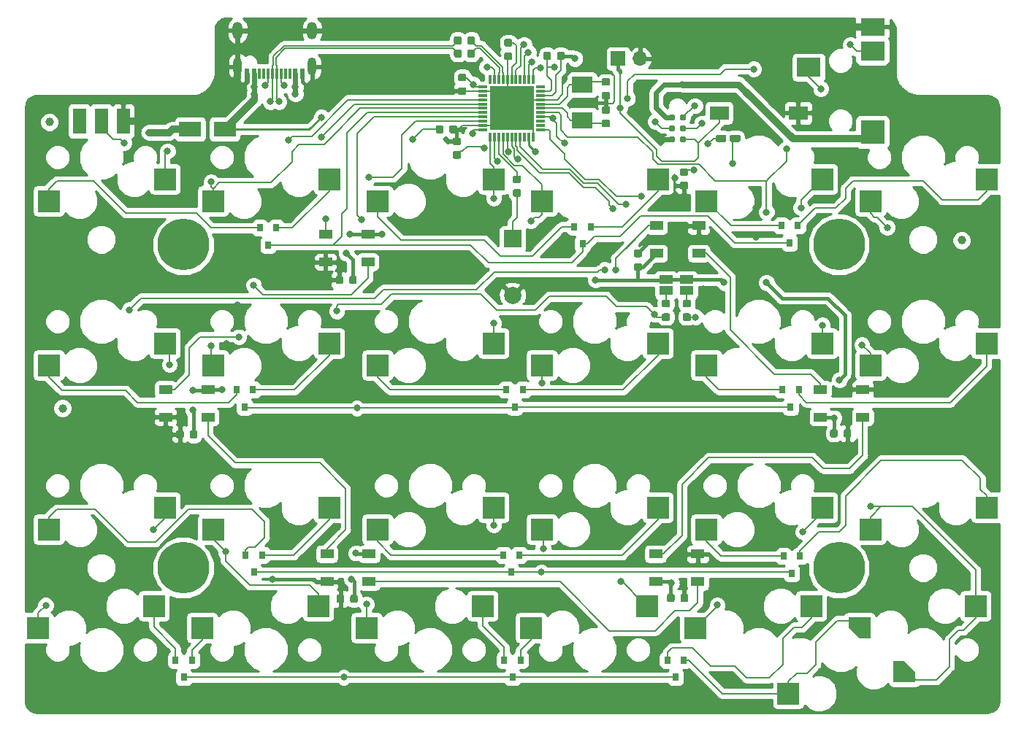
<source format=gbl>
G04 #@! TF.GenerationSoftware,KiCad,Pcbnew,(5.0.1-dev-70-gb7b125d83)*
G04 #@! TF.CreationDate,2019-03-17T16:14:43+01:00*
G04 #@! TF.ProjectId,vitamins_included,766974616D696E735F696E636C756465,rev?*
G04 #@! TF.SameCoordinates,Original*
G04 #@! TF.FileFunction,Copper,L2,Bot,Signal*
G04 #@! TF.FilePolarity,Positive*
%FSLAX46Y46*%
G04 Gerber Fmt 4.6, Leading zero omitted, Abs format (unit mm)*
G04 Created by KiCad (PCBNEW (5.0.1-dev-70-gb7b125d83)) date 03/17/19 16:14:43*
%MOMM*%
%LPD*%
G01*
G04 APERTURE LIST*
G04 #@! TA.AperFunction,Conductor*
%ADD10C,0.100000*%
G04 #@! TD*
G04 #@! TA.AperFunction,SMDPad,CuDef*
%ADD11C,0.875000*%
G04 #@! TD*
G04 #@! TA.AperFunction,SMDPad,CuDef*
%ADD12R,0.800000X0.900000*%
G04 #@! TD*
G04 #@! TA.AperFunction,SMDPad,CuDef*
%ADD13R,0.299720X0.998220*%
G04 #@! TD*
G04 #@! TA.AperFunction,SMDPad,CuDef*
%ADD14R,0.998220X0.299720*%
G04 #@! TD*
G04 #@! TA.AperFunction,SMDPad,CuDef*
%ADD15R,5.080000X5.080000*%
G04 #@! TD*
G04 #@! TA.AperFunction,SMDPad,CuDef*
%ADD16R,2.550000X2.500000*%
G04 #@! TD*
G04 #@! TA.AperFunction,SMDPad,CuDef*
%ADD17R,1.500000X3.000000*%
G04 #@! TD*
G04 #@! TA.AperFunction,WasherPad*
%ADD18C,6.000000*%
G04 #@! TD*
G04 #@! TA.AperFunction,BGAPad,CuDef*
%ADD19C,1.000000*%
G04 #@! TD*
G04 #@! TA.AperFunction,SMDPad,CuDef*
%ADD20R,2.180000X1.600000*%
G04 #@! TD*
G04 #@! TA.AperFunction,SMDPad,CuDef*
%ADD21R,0.600000X1.160000*%
G04 #@! TD*
G04 #@! TA.AperFunction,SMDPad,CuDef*
%ADD22R,0.300000X1.160000*%
G04 #@! TD*
G04 #@! TA.AperFunction,ComponentPad*
%ADD23O,1.200000X2.000000*%
G04 #@! TD*
G04 #@! TA.AperFunction,ComponentPad*
%ADD24O,1.000000X2.100000*%
G04 #@! TD*
G04 #@! TA.AperFunction,SMDPad,CuDef*
%ADD25C,1.000000*%
G04 #@! TD*
G04 #@! TA.AperFunction,SMDPad,CuDef*
%ADD26R,1.500000X1.000000*%
G04 #@! TD*
G04 #@! TA.AperFunction,SMDPad,CuDef*
%ADD27R,2.400000X1.900000*%
G04 #@! TD*
G04 #@! TA.AperFunction,SMDPad,CuDef*
%ADD28C,0.850000*%
G04 #@! TD*
G04 #@! TA.AperFunction,SMDPad,CuDef*
%ADD29R,2.800000X2.000000*%
G04 #@! TD*
G04 #@! TA.AperFunction,SMDPad,CuDef*
%ADD30R,2.800000X2.200000*%
G04 #@! TD*
G04 #@! TA.AperFunction,SMDPad,CuDef*
%ADD31R,2.800000X2.800000*%
G04 #@! TD*
G04 #@! TA.AperFunction,ConnectorPad*
%ADD32C,0.787400*%
G04 #@! TD*
G04 #@! TA.AperFunction,ComponentPad*
%ADD33R,1.700000X1.700000*%
G04 #@! TD*
G04 #@! TA.AperFunction,ComponentPad*
%ADD34O,1.700000X1.700000*%
G04 #@! TD*
G04 #@! TA.AperFunction,ComponentPad*
%ADD35R,2.000000X2.000000*%
G04 #@! TD*
G04 #@! TA.AperFunction,ComponentPad*
%ADD36C,2.000000*%
G04 #@! TD*
G04 #@! TA.AperFunction,SMDPad,CuDef*
%ADD37R,2.500000X1.800000*%
G04 #@! TD*
G04 #@! TA.AperFunction,ViaPad*
%ADD38C,0.800000*%
G04 #@! TD*
G04 #@! TA.AperFunction,Conductor*
%ADD39C,0.152400*%
G04 #@! TD*
G04 #@! TA.AperFunction,Conductor*
%ADD40C,0.609600*%
G04 #@! TD*
G04 #@! TA.AperFunction,Conductor*
%ADD41C,0.400000*%
G04 #@! TD*
G04 #@! TA.AperFunction,Conductor*
%ADD42C,0.812800*%
G04 #@! TD*
G04 #@! TA.AperFunction,Conductor*
%ADD43C,0.200000*%
G04 #@! TD*
G04 #@! TA.AperFunction,Conductor*
%ADD44C,0.203200*%
G04 #@! TD*
G04 #@! TA.AperFunction,Conductor*
%ADD45C,0.600000*%
G04 #@! TD*
G04 #@! TA.AperFunction,Conductor*
%ADD46C,0.254000*%
G04 #@! TD*
G04 #@! TA.AperFunction,Conductor*
%ADD47C,0.800000*%
G04 #@! TD*
G04 APERTURE END LIST*
D10*
G04 #@! TO.N,Net-(J1-Pad1)*
G04 #@! TO.C,R3*
G36*
X57961691Y-20551053D02*
X57982926Y-20554203D01*
X58003750Y-20559419D01*
X58023962Y-20566651D01*
X58043368Y-20575830D01*
X58061781Y-20586866D01*
X58079024Y-20599654D01*
X58094930Y-20614070D01*
X58109346Y-20629976D01*
X58122134Y-20647219D01*
X58133170Y-20665632D01*
X58142349Y-20685038D01*
X58149581Y-20705250D01*
X58154797Y-20726074D01*
X58157947Y-20747309D01*
X58159000Y-20768750D01*
X58159000Y-21206250D01*
X58157947Y-21227691D01*
X58154797Y-21248926D01*
X58149581Y-21269750D01*
X58142349Y-21289962D01*
X58133170Y-21309368D01*
X58122134Y-21327781D01*
X58109346Y-21345024D01*
X58094930Y-21360930D01*
X58079024Y-21375346D01*
X58061781Y-21388134D01*
X58043368Y-21399170D01*
X58023962Y-21408349D01*
X58003750Y-21415581D01*
X57982926Y-21420797D01*
X57961691Y-21423947D01*
X57940250Y-21425000D01*
X57427750Y-21425000D01*
X57406309Y-21423947D01*
X57385074Y-21420797D01*
X57364250Y-21415581D01*
X57344038Y-21408349D01*
X57324632Y-21399170D01*
X57306219Y-21388134D01*
X57288976Y-21375346D01*
X57273070Y-21360930D01*
X57258654Y-21345024D01*
X57245866Y-21327781D01*
X57234830Y-21309368D01*
X57225651Y-21289962D01*
X57218419Y-21269750D01*
X57213203Y-21248926D01*
X57210053Y-21227691D01*
X57209000Y-21206250D01*
X57209000Y-20768750D01*
X57210053Y-20747309D01*
X57213203Y-20726074D01*
X57218419Y-20705250D01*
X57225651Y-20685038D01*
X57234830Y-20665632D01*
X57245866Y-20647219D01*
X57258654Y-20629976D01*
X57273070Y-20614070D01*
X57288976Y-20599654D01*
X57306219Y-20586866D01*
X57324632Y-20575830D01*
X57344038Y-20566651D01*
X57364250Y-20559419D01*
X57385074Y-20554203D01*
X57406309Y-20551053D01*
X57427750Y-20550000D01*
X57940250Y-20550000D01*
X57961691Y-20551053D01*
X57961691Y-20551053D01*
G37*
D11*
G04 #@! TD*
G04 #@! TO.P,R3,2*
G04 #@! TO.N,Net-(J1-Pad1)*
X57684000Y-20987500D03*
D10*
G04 #@! TO.N,/Left half/buzz*
G04 #@! TO.C,R3*
G36*
X57961691Y-18976053D02*
X57982926Y-18979203D01*
X58003750Y-18984419D01*
X58023962Y-18991651D01*
X58043368Y-19000830D01*
X58061781Y-19011866D01*
X58079024Y-19024654D01*
X58094930Y-19039070D01*
X58109346Y-19054976D01*
X58122134Y-19072219D01*
X58133170Y-19090632D01*
X58142349Y-19110038D01*
X58149581Y-19130250D01*
X58154797Y-19151074D01*
X58157947Y-19172309D01*
X58159000Y-19193750D01*
X58159000Y-19631250D01*
X58157947Y-19652691D01*
X58154797Y-19673926D01*
X58149581Y-19694750D01*
X58142349Y-19714962D01*
X58133170Y-19734368D01*
X58122134Y-19752781D01*
X58109346Y-19770024D01*
X58094930Y-19785930D01*
X58079024Y-19800346D01*
X58061781Y-19813134D01*
X58043368Y-19824170D01*
X58023962Y-19833349D01*
X58003750Y-19840581D01*
X57982926Y-19845797D01*
X57961691Y-19848947D01*
X57940250Y-19850000D01*
X57427750Y-19850000D01*
X57406309Y-19848947D01*
X57385074Y-19845797D01*
X57364250Y-19840581D01*
X57344038Y-19833349D01*
X57324632Y-19824170D01*
X57306219Y-19813134D01*
X57288976Y-19800346D01*
X57273070Y-19785930D01*
X57258654Y-19770024D01*
X57245866Y-19752781D01*
X57234830Y-19734368D01*
X57225651Y-19714962D01*
X57218419Y-19694750D01*
X57213203Y-19673926D01*
X57210053Y-19652691D01*
X57209000Y-19631250D01*
X57209000Y-19193750D01*
X57210053Y-19172309D01*
X57213203Y-19151074D01*
X57218419Y-19130250D01*
X57225651Y-19110038D01*
X57234830Y-19090632D01*
X57245866Y-19072219D01*
X57258654Y-19054976D01*
X57273070Y-19039070D01*
X57288976Y-19024654D01*
X57306219Y-19011866D01*
X57324632Y-19000830D01*
X57344038Y-18991651D01*
X57364250Y-18984419D01*
X57385074Y-18979203D01*
X57406309Y-18976053D01*
X57427750Y-18975000D01*
X57940250Y-18975000D01*
X57961691Y-18976053D01*
X57961691Y-18976053D01*
G37*
D11*
G04 #@! TD*
G04 #@! TO.P,R3,1*
G04 #@! TO.N,/Left half/buzz*
X57684000Y-19412500D03*
D12*
G04 #@! TO.P,D7,3*
G04 #@! TO.N,/Left half/row2*
X27181000Y-65015000D03*
G04 #@! TO.P,D7,2*
G04 #@! TO.N,Net-(D7-Pad2)*
X28131000Y-63015000D03*
G04 #@! TO.P,D7,1*
G04 #@! TO.N,Net-(D7-Pad1)*
X26231000Y-63015000D03*
G04 #@! TD*
D13*
G04 #@! TO.P,U1,1*
G04 #@! TO.N,N/C*
X54568158Y-7825280D03*
G04 #@! TO.P,U1,2*
G04 #@! TO.N,VBUS*
X55068538Y-7825280D03*
G04 #@! TO.P,U1,3*
G04 #@! TO.N,/Left half/D-*
X55568918Y-7825280D03*
G04 #@! TO.P,U1,4*
G04 #@! TO.N,/Left half/D+*
X56069298Y-7825280D03*
G04 #@! TO.P,U1,5*
G04 #@! TO.N,GND*
X56569678Y-7825280D03*
G04 #@! TO.P,U1,6*
G04 #@! TO.N,Net-(C4-Pad1)*
X57067518Y-7825280D03*
G04 #@! TO.P,U1,7*
G04 #@! TO.N,VBUS*
X57565358Y-7825280D03*
G04 #@! TO.P,U1,8*
G04 #@! TO.N,N/C*
X58065738Y-7825280D03*
G04 #@! TO.P,U1,9*
G04 #@! TO.N,/Left half/SCK*
X58566118Y-7825280D03*
G04 #@! TO.P,U1,10*
G04 #@! TO.N,/Left half/MOSI*
X59066498Y-7825280D03*
G04 #@! TO.P,U1,11*
G04 #@! TO.N,/Left half/MISO*
X59566878Y-7825280D03*
D14*
G04 #@! TO.P,U1,12*
G04 #@! TO.N,N/C*
X60415238Y-8673640D03*
G04 #@! TO.P,U1,13*
G04 #@! TO.N,/Left half/~Reset*
X60415238Y-9174020D03*
G04 #@! TO.P,U1,14*
G04 #@! TO.N,VCC*
X60415238Y-9674400D03*
G04 #@! TO.P,U1,15*
G04 #@! TO.N,GND*
X60415238Y-10174780D03*
G04 #@! TO.P,U1,16*
G04 #@! TO.N,Net-(C3-Pad1)*
X60415238Y-10675160D03*
G04 #@! TO.P,U1,17*
G04 #@! TO.N,Net-(C2-Pad1)*
X60415238Y-11173000D03*
G04 #@! TO.P,U1,18*
G04 #@! TO.N,/Left half/SCL/D3*
X60415238Y-11670840D03*
G04 #@! TO.P,U1,19*
G04 #@! TO.N,/Left half/SDA*
X60415238Y-12171220D03*
G04 #@! TO.P,U1,20*
G04 #@! TO.N,N/C*
X60415238Y-12671600D03*
G04 #@! TO.P,U1,21*
X60415238Y-13171980D03*
G04 #@! TO.P,U1,22*
G04 #@! TO.N,Net-(D27-Pad2)*
X60415238Y-13672360D03*
D13*
G04 #@! TO.P,U1,23*
G04 #@! TO.N,GND*
X59566878Y-14520720D03*
G04 #@! TO.P,U1,24*
G04 #@! TO.N,VCC*
X59066498Y-14520720D03*
G04 #@! TO.P,U1,25*
G04 #@! TO.N,N/C*
X58566118Y-14520720D03*
G04 #@! TO.P,U1,26*
G04 #@! TO.N,/Left half/col5*
X58065738Y-14520720D03*
G04 #@! TO.P,U1,27*
G04 #@! TO.N,/Left half/col4*
X57565358Y-14520720D03*
G04 #@! TO.P,U1,28*
G04 #@! TO.N,Net-(R11-Pad1)*
X57067518Y-14520720D03*
G04 #@! TO.P,U1,29*
G04 #@! TO.N,Net-(R13-Pad1)*
X56569678Y-14520720D03*
G04 #@! TO.P,U1,30*
G04 #@! TO.N,/Left half/col3*
X56069298Y-14520720D03*
G04 #@! TO.P,U1,31*
G04 #@! TO.N,/Left half/buzz*
X55568918Y-14520720D03*
G04 #@! TO.P,U1,32*
G04 #@! TO.N,/Left half/row2*
X55068538Y-14520720D03*
G04 #@! TO.P,U1,33*
G04 #@! TO.N,/Left half/col2*
X54568158Y-14520720D03*
D14*
G04 #@! TO.P,U1,34*
G04 #@! TO.N,VCC*
X53719798Y-13672360D03*
G04 #@! TO.P,U1,35*
G04 #@! TO.N,GND*
X53719798Y-13171980D03*
G04 #@! TO.P,U1,36*
G04 #@! TO.N,/Left half/row3*
X53719798Y-12671600D03*
G04 #@! TO.P,U1,37*
G04 #@! TO.N,/Left half/row1*
X53719798Y-12171220D03*
G04 #@! TO.P,U1,38*
G04 #@! TO.N,/Left half/row0*
X53719798Y-11670840D03*
G04 #@! TO.P,U1,39*
G04 #@! TO.N,/Left half/col1*
X53719798Y-11173000D03*
G04 #@! TO.P,U1,40*
G04 #@! TO.N,/Left half/col0*
X53719798Y-10675160D03*
G04 #@! TO.P,U1,41*
G04 #@! TO.N,/Left half/WS2812-in*
X53719798Y-10174780D03*
G04 #@! TO.P,U1,42*
G04 #@! TO.N,N/C*
X53719798Y-9674400D03*
G04 #@! TO.P,U1,43*
G04 #@! TO.N,GND*
X53719798Y-9174020D03*
G04 #@! TO.P,U1,44*
G04 #@! TO.N,VCC*
X53719798Y-8673640D03*
D15*
G04 #@! TO.P,U1,TAB*
G04 #@! TO.N,GND*
X57067518Y-11173000D03*
G04 #@! TD*
D16*
G04 #@! TO.P,SW21,1*
G04 #@! TO.N,/Left half/col2*
X40240000Y-71460000D03*
G04 #@! TO.P,SW21,2*
G04 #@! TO.N,Net-(D11-Pad1)*
X53690000Y-68920000D03*
G04 #@! TD*
G04 #@! TO.P,SW19,1*
G04 #@! TO.N,/Left half/col0*
X2140000Y-71460000D03*
G04 #@! TO.P,SW19,2*
G04 #@! TO.N,Net-(D10-Pad1)*
X15590000Y-68920000D03*
G04 #@! TD*
G04 #@! TO.P,SW16,1*
G04 #@! TO.N,Net-(D8-Pad2)*
X74010000Y-57490000D03*
G04 #@! TO.P,SW16,2*
G04 #@! TO.N,/Left half/col3*
X60560000Y-60030000D03*
G04 #@! TD*
G04 #@! TO.P,SW12,1*
G04 #@! TO.N,Net-(D6-Pad2)*
X112110000Y-38440000D03*
G04 #@! TO.P,SW12,2*
G04 #@! TO.N,/Left half/col5*
X98660000Y-40980000D03*
G04 #@! TD*
G04 #@! TO.P,SW9,1*
G04 #@! TO.N,/Left half/col2*
X54960000Y-38440000D03*
G04 #@! TO.P,SW9,2*
G04 #@! TO.N,Net-(D5-Pad1)*
X41510000Y-40980000D03*
G04 #@! TD*
G04 #@! TO.P,SW22,1*
G04 #@! TO.N,Net-(D11-Pad2)*
X59290000Y-71460000D03*
G04 #@! TO.P,SW22,2*
G04 #@! TO.N,/Left half/col3*
X72740000Y-68920000D03*
G04 #@! TD*
G04 #@! TO.P,SW3,1*
G04 #@! TO.N,/Left half/col2*
X54960000Y-19390000D03*
G04 #@! TO.P,SW3,2*
G04 #@! TO.N,Net-(D2-Pad1)*
X41510000Y-21930000D03*
G04 #@! TD*
D17*
G04 #@! TO.P,P3,1*
G04 #@! TO.N,VCC*
X6960000Y-12658000D03*
G04 #@! TO.P,P3,2*
G04 #@! TO.N,/Left half/WS2812-out*
X9500000Y-12658000D03*
G04 #@! TO.P,P3,3*
G04 #@! TO.N,GND*
X12040000Y-12658000D03*
G04 #@! TD*
D16*
G04 #@! TO.P,SW20,1*
G04 #@! TO.N,Net-(D10-Pad2)*
X21190000Y-71460000D03*
G04 #@! TO.P,SW20,2*
G04 #@! TO.N,/Left half/col1*
X34640000Y-68920000D03*
G04 #@! TD*
D12*
G04 #@! TO.P,D10,1*
G04 #@! TO.N,Net-(D10-Pad1)*
X18103000Y-75207000D03*
G04 #@! TO.P,D10,2*
G04 #@! TO.N,Net-(D10-Pad2)*
X20003000Y-75207000D03*
G04 #@! TO.P,D10,3*
G04 #@! TO.N,/Left half/row3*
X19053000Y-77207000D03*
G04 #@! TD*
D18*
G04 #@! TO.P,REF\002A\002A,*
G04 #@! TO.N,*
X19000000Y-64500000D03*
G04 #@! TD*
G04 #@! TO.P,REF\002A\002A,*
G04 #@! TO.N,*
X95000000Y-64500000D03*
G04 #@! TD*
D19*
G04 #@! TO.P,FID6,~*
G04 #@! TO.N,N/C*
X3500000Y-12750000D03*
G04 #@! TD*
D16*
G04 #@! TO.P,SW17,1*
G04 #@! TO.N,/Left half/col4*
X93060000Y-57490000D03*
G04 #@! TO.P,SW17,2*
G04 #@! TO.N,Net-(D9-Pad1)*
X79610000Y-60030000D03*
G04 #@! TD*
D10*
G04 #@! TO.N,GND*
G04 #@! TO.C,R13*
G36*
X50977691Y-14576053D02*
X50998926Y-14579203D01*
X51019750Y-14584419D01*
X51039962Y-14591651D01*
X51059368Y-14600830D01*
X51077781Y-14611866D01*
X51095024Y-14624654D01*
X51110930Y-14639070D01*
X51125346Y-14654976D01*
X51138134Y-14672219D01*
X51149170Y-14690632D01*
X51158349Y-14710038D01*
X51165581Y-14730250D01*
X51170797Y-14751074D01*
X51173947Y-14772309D01*
X51175000Y-14793750D01*
X51175000Y-15231250D01*
X51173947Y-15252691D01*
X51170797Y-15273926D01*
X51165581Y-15294750D01*
X51158349Y-15314962D01*
X51149170Y-15334368D01*
X51138134Y-15352781D01*
X51125346Y-15370024D01*
X51110930Y-15385930D01*
X51095024Y-15400346D01*
X51077781Y-15413134D01*
X51059368Y-15424170D01*
X51039962Y-15433349D01*
X51019750Y-15440581D01*
X50998926Y-15445797D01*
X50977691Y-15448947D01*
X50956250Y-15450000D01*
X50443750Y-15450000D01*
X50422309Y-15448947D01*
X50401074Y-15445797D01*
X50380250Y-15440581D01*
X50360038Y-15433349D01*
X50340632Y-15424170D01*
X50322219Y-15413134D01*
X50304976Y-15400346D01*
X50289070Y-15385930D01*
X50274654Y-15370024D01*
X50261866Y-15352781D01*
X50250830Y-15334368D01*
X50241651Y-15314962D01*
X50234419Y-15294750D01*
X50229203Y-15273926D01*
X50226053Y-15252691D01*
X50225000Y-15231250D01*
X50225000Y-14793750D01*
X50226053Y-14772309D01*
X50229203Y-14751074D01*
X50234419Y-14730250D01*
X50241651Y-14710038D01*
X50250830Y-14690632D01*
X50261866Y-14672219D01*
X50274654Y-14654976D01*
X50289070Y-14639070D01*
X50304976Y-14624654D01*
X50322219Y-14611866D01*
X50340632Y-14600830D01*
X50360038Y-14591651D01*
X50380250Y-14584419D01*
X50401074Y-14579203D01*
X50422309Y-14576053D01*
X50443750Y-14575000D01*
X50956250Y-14575000D01*
X50977691Y-14576053D01*
X50977691Y-14576053D01*
G37*
D11*
G04 #@! TD*
G04 #@! TO.P,R13,2*
G04 #@! TO.N,GND*
X50700000Y-15012500D03*
D10*
G04 #@! TO.N,Net-(R13-Pad1)*
G04 #@! TO.C,R13*
G36*
X50977691Y-16151053D02*
X50998926Y-16154203D01*
X51019750Y-16159419D01*
X51039962Y-16166651D01*
X51059368Y-16175830D01*
X51077781Y-16186866D01*
X51095024Y-16199654D01*
X51110930Y-16214070D01*
X51125346Y-16229976D01*
X51138134Y-16247219D01*
X51149170Y-16265632D01*
X51158349Y-16285038D01*
X51165581Y-16305250D01*
X51170797Y-16326074D01*
X51173947Y-16347309D01*
X51175000Y-16368750D01*
X51175000Y-16806250D01*
X51173947Y-16827691D01*
X51170797Y-16848926D01*
X51165581Y-16869750D01*
X51158349Y-16889962D01*
X51149170Y-16909368D01*
X51138134Y-16927781D01*
X51125346Y-16945024D01*
X51110930Y-16960930D01*
X51095024Y-16975346D01*
X51077781Y-16988134D01*
X51059368Y-16999170D01*
X51039962Y-17008349D01*
X51019750Y-17015581D01*
X50998926Y-17020797D01*
X50977691Y-17023947D01*
X50956250Y-17025000D01*
X50443750Y-17025000D01*
X50422309Y-17023947D01*
X50401074Y-17020797D01*
X50380250Y-17015581D01*
X50360038Y-17008349D01*
X50340632Y-16999170D01*
X50322219Y-16988134D01*
X50304976Y-16975346D01*
X50289070Y-16960930D01*
X50274654Y-16945024D01*
X50261866Y-16927781D01*
X50250830Y-16909368D01*
X50241651Y-16889962D01*
X50234419Y-16869750D01*
X50229203Y-16848926D01*
X50226053Y-16827691D01*
X50225000Y-16806250D01*
X50225000Y-16368750D01*
X50226053Y-16347309D01*
X50229203Y-16326074D01*
X50234419Y-16305250D01*
X50241651Y-16285038D01*
X50250830Y-16265632D01*
X50261866Y-16247219D01*
X50274654Y-16229976D01*
X50289070Y-16214070D01*
X50304976Y-16199654D01*
X50322219Y-16186866D01*
X50340632Y-16175830D01*
X50360038Y-16166651D01*
X50380250Y-16159419D01*
X50401074Y-16154203D01*
X50422309Y-16151053D01*
X50443750Y-16150000D01*
X50956250Y-16150000D01*
X50977691Y-16151053D01*
X50977691Y-16151053D01*
G37*
D11*
G04 #@! TD*
G04 #@! TO.P,R13,1*
G04 #@! TO.N,Net-(R13-Pad1)*
X50700000Y-16587500D03*
D20*
G04 #@! TO.P,SW49,1*
G04 #@! TO.N,/Left half/~Reset*
X81110000Y-11700000D03*
G04 #@! TO.P,SW49,2*
G04 #@! TO.N,GND*
X90290000Y-11700000D03*
G04 #@! TD*
D16*
G04 #@! TO.P,SW7,1*
G04 #@! TO.N,/Left half/col0*
X16860000Y-38440000D03*
G04 #@! TO.P,SW7,2*
G04 #@! TO.N,Net-(D4-Pad1)*
X3410000Y-40980000D03*
G04 #@! TD*
D21*
G04 #@! TO.P,J9,A12*
G04 #@! TO.N,GND*
X32800000Y-7130000D03*
G04 #@! TO.P,J9,A9*
G04 #@! TO.N,VBUS*
X32000000Y-7130000D03*
G04 #@! TO.P,J9,B1*
G04 #@! TO.N,GND*
X32800000Y-7130000D03*
G04 #@! TO.P,J9,B9*
G04 #@! TO.N,VBUS*
X32000000Y-7130000D03*
G04 #@! TO.P,J9,B12*
G04 #@! TO.N,GND*
X26400000Y-7130000D03*
G04 #@! TO.P,J9,A1*
X26400000Y-7130000D03*
G04 #@! TO.P,J9,B9*
G04 #@! TO.N,VBUS*
X27200000Y-7130000D03*
G04 #@! TO.P,J9,A4*
X27200000Y-7130000D03*
D22*
G04 #@! TO.P,J9,B5*
G04 #@! TO.N,N/C*
X31350000Y-7130000D03*
G04 #@! TO.P,J9,B6*
G04 #@! TO.N,/Left half/Dd+*
X30350000Y-7130000D03*
G04 #@! TO.P,J9,A8*
G04 #@! TO.N,N/C*
X30850000Y-7130000D03*
G04 #@! TO.P,J9,A5*
X28350000Y-7130000D03*
G04 #@! TO.P,J9,B8*
X27850000Y-7130000D03*
G04 #@! TO.P,J9,A7*
G04 #@! TO.N,/Left half/Dd-*
X29850000Y-7130000D03*
G04 #@! TO.P,J9,A6*
G04 #@! TO.N,/Left half/Dd+*
X29350000Y-7130000D03*
G04 #@! TO.P,J9,B7*
G04 #@! TO.N,/Left half/Dd-*
X28850000Y-7130000D03*
D23*
G04 #@! TO.P,J9,S1*
G04 #@! TO.N,GND*
X33920000Y-2140000D03*
X25280000Y-2140000D03*
D24*
X33920000Y-6310000D03*
X25280000Y-6310000D03*
G04 #@! TD*
D25*
G04 #@! TO.P,SW24,2*
G04 #@! TO.N,/Left half/col5*
X102585000Y-76540000D03*
D10*
G04 #@! TD*
G04 #@! TO.N,/Left half/col5*
G04 #@! TO.C,SW24*
G36*
X103860000Y-76540000D02*
X103860000Y-77790000D01*
X101310000Y-77790000D01*
X101310000Y-75290000D01*
X102585000Y-75290000D01*
X103860000Y-76540000D01*
X103860000Y-76540000D01*
G37*
D16*
G04 #@! TO.P,SW24,1*
G04 #@! TO.N,Net-(D12-Pad2)*
X89135000Y-79080000D03*
G04 #@! TD*
D26*
G04 #@! TO.P,JP2,1*
G04 #@! TO.N,VCC*
X77359500Y-31063000D03*
G04 #@! TO.P,JP2,2*
G04 #@! TO.N,Net-(JP2-Pad2)*
X77359500Y-32333000D03*
G04 #@! TD*
D16*
G04 #@! TO.P,SW13,1*
G04 #@! TO.N,/Left half/col0*
X16860000Y-57490000D03*
G04 #@! TO.P,SW13,2*
G04 #@! TO.N,Net-(D7-Pad1)*
X3410000Y-60030000D03*
G04 #@! TD*
D10*
G04 #@! TO.N,GND*
G04 #@! TO.C,C1*
G36*
X51611691Y-8740053D02*
X51632926Y-8743203D01*
X51653750Y-8748419D01*
X51673962Y-8755651D01*
X51693368Y-8764830D01*
X51711781Y-8775866D01*
X51729024Y-8788654D01*
X51744930Y-8803070D01*
X51759346Y-8818976D01*
X51772134Y-8836219D01*
X51783170Y-8854632D01*
X51792349Y-8874038D01*
X51799581Y-8894250D01*
X51804797Y-8915074D01*
X51807947Y-8936309D01*
X51809000Y-8957750D01*
X51809000Y-9395250D01*
X51807947Y-9416691D01*
X51804797Y-9437926D01*
X51799581Y-9458750D01*
X51792349Y-9478962D01*
X51783170Y-9498368D01*
X51772134Y-9516781D01*
X51759346Y-9534024D01*
X51744930Y-9549930D01*
X51729024Y-9564346D01*
X51711781Y-9577134D01*
X51693368Y-9588170D01*
X51673962Y-9597349D01*
X51653750Y-9604581D01*
X51632926Y-9609797D01*
X51611691Y-9612947D01*
X51590250Y-9614000D01*
X51077750Y-9614000D01*
X51056309Y-9612947D01*
X51035074Y-9609797D01*
X51014250Y-9604581D01*
X50994038Y-9597349D01*
X50974632Y-9588170D01*
X50956219Y-9577134D01*
X50938976Y-9564346D01*
X50923070Y-9549930D01*
X50908654Y-9534024D01*
X50895866Y-9516781D01*
X50884830Y-9498368D01*
X50875651Y-9478962D01*
X50868419Y-9458750D01*
X50863203Y-9437926D01*
X50860053Y-9416691D01*
X50859000Y-9395250D01*
X50859000Y-8957750D01*
X50860053Y-8936309D01*
X50863203Y-8915074D01*
X50868419Y-8894250D01*
X50875651Y-8874038D01*
X50884830Y-8854632D01*
X50895866Y-8836219D01*
X50908654Y-8818976D01*
X50923070Y-8803070D01*
X50938976Y-8788654D01*
X50956219Y-8775866D01*
X50974632Y-8764830D01*
X50994038Y-8755651D01*
X51014250Y-8748419D01*
X51035074Y-8743203D01*
X51056309Y-8740053D01*
X51077750Y-8739000D01*
X51590250Y-8739000D01*
X51611691Y-8740053D01*
X51611691Y-8740053D01*
G37*
D11*
G04 #@! TD*
G04 #@! TO.P,C1,2*
G04 #@! TO.N,GND*
X51334000Y-9176500D03*
D10*
G04 #@! TO.N,VCC*
G04 #@! TO.C,C1*
G36*
X51611691Y-7165053D02*
X51632926Y-7168203D01*
X51653750Y-7173419D01*
X51673962Y-7180651D01*
X51693368Y-7189830D01*
X51711781Y-7200866D01*
X51729024Y-7213654D01*
X51744930Y-7228070D01*
X51759346Y-7243976D01*
X51772134Y-7261219D01*
X51783170Y-7279632D01*
X51792349Y-7299038D01*
X51799581Y-7319250D01*
X51804797Y-7340074D01*
X51807947Y-7361309D01*
X51809000Y-7382750D01*
X51809000Y-7820250D01*
X51807947Y-7841691D01*
X51804797Y-7862926D01*
X51799581Y-7883750D01*
X51792349Y-7903962D01*
X51783170Y-7923368D01*
X51772134Y-7941781D01*
X51759346Y-7959024D01*
X51744930Y-7974930D01*
X51729024Y-7989346D01*
X51711781Y-8002134D01*
X51693368Y-8013170D01*
X51673962Y-8022349D01*
X51653750Y-8029581D01*
X51632926Y-8034797D01*
X51611691Y-8037947D01*
X51590250Y-8039000D01*
X51077750Y-8039000D01*
X51056309Y-8037947D01*
X51035074Y-8034797D01*
X51014250Y-8029581D01*
X50994038Y-8022349D01*
X50974632Y-8013170D01*
X50956219Y-8002134D01*
X50938976Y-7989346D01*
X50923070Y-7974930D01*
X50908654Y-7959024D01*
X50895866Y-7941781D01*
X50884830Y-7923368D01*
X50875651Y-7903962D01*
X50868419Y-7883750D01*
X50863203Y-7862926D01*
X50860053Y-7841691D01*
X50859000Y-7820250D01*
X50859000Y-7382750D01*
X50860053Y-7361309D01*
X50863203Y-7340074D01*
X50868419Y-7319250D01*
X50875651Y-7299038D01*
X50884830Y-7279632D01*
X50895866Y-7261219D01*
X50908654Y-7243976D01*
X50923070Y-7228070D01*
X50938976Y-7213654D01*
X50956219Y-7200866D01*
X50974632Y-7189830D01*
X50994038Y-7180651D01*
X51014250Y-7173419D01*
X51035074Y-7168203D01*
X51056309Y-7165053D01*
X51077750Y-7164000D01*
X51590250Y-7164000D01*
X51611691Y-7165053D01*
X51611691Y-7165053D01*
G37*
D11*
G04 #@! TD*
G04 #@! TO.P,C1,1*
G04 #@! TO.N,VCC*
X51334000Y-7601500D03*
D10*
G04 #@! TO.N,GND*
G04 #@! TO.C,C4*
G36*
X56945691Y-4701453D02*
X56966926Y-4704603D01*
X56987750Y-4709819D01*
X57007962Y-4717051D01*
X57027368Y-4726230D01*
X57045781Y-4737266D01*
X57063024Y-4750054D01*
X57078930Y-4764470D01*
X57093346Y-4780376D01*
X57106134Y-4797619D01*
X57117170Y-4816032D01*
X57126349Y-4835438D01*
X57133581Y-4855650D01*
X57138797Y-4876474D01*
X57141947Y-4897709D01*
X57143000Y-4919150D01*
X57143000Y-5356650D01*
X57141947Y-5378091D01*
X57138797Y-5399326D01*
X57133581Y-5420150D01*
X57126349Y-5440362D01*
X57117170Y-5459768D01*
X57106134Y-5478181D01*
X57093346Y-5495424D01*
X57078930Y-5511330D01*
X57063024Y-5525746D01*
X57045781Y-5538534D01*
X57027368Y-5549570D01*
X57007962Y-5558749D01*
X56987750Y-5565981D01*
X56966926Y-5571197D01*
X56945691Y-5574347D01*
X56924250Y-5575400D01*
X56411750Y-5575400D01*
X56390309Y-5574347D01*
X56369074Y-5571197D01*
X56348250Y-5565981D01*
X56328038Y-5558749D01*
X56308632Y-5549570D01*
X56290219Y-5538534D01*
X56272976Y-5525746D01*
X56257070Y-5511330D01*
X56242654Y-5495424D01*
X56229866Y-5478181D01*
X56218830Y-5459768D01*
X56209651Y-5440362D01*
X56202419Y-5420150D01*
X56197203Y-5399326D01*
X56194053Y-5378091D01*
X56193000Y-5356650D01*
X56193000Y-4919150D01*
X56194053Y-4897709D01*
X56197203Y-4876474D01*
X56202419Y-4855650D01*
X56209651Y-4835438D01*
X56218830Y-4816032D01*
X56229866Y-4797619D01*
X56242654Y-4780376D01*
X56257070Y-4764470D01*
X56272976Y-4750054D01*
X56290219Y-4737266D01*
X56308632Y-4726230D01*
X56328038Y-4717051D01*
X56348250Y-4709819D01*
X56369074Y-4704603D01*
X56390309Y-4701453D01*
X56411750Y-4700400D01*
X56924250Y-4700400D01*
X56945691Y-4701453D01*
X56945691Y-4701453D01*
G37*
D11*
G04 #@! TD*
G04 #@! TO.P,C4,2*
G04 #@! TO.N,GND*
X56668000Y-5137900D03*
D10*
G04 #@! TO.N,Net-(C4-Pad1)*
G04 #@! TO.C,C4*
G36*
X56945691Y-3126453D02*
X56966926Y-3129603D01*
X56987750Y-3134819D01*
X57007962Y-3142051D01*
X57027368Y-3151230D01*
X57045781Y-3162266D01*
X57063024Y-3175054D01*
X57078930Y-3189470D01*
X57093346Y-3205376D01*
X57106134Y-3222619D01*
X57117170Y-3241032D01*
X57126349Y-3260438D01*
X57133581Y-3280650D01*
X57138797Y-3301474D01*
X57141947Y-3322709D01*
X57143000Y-3344150D01*
X57143000Y-3781650D01*
X57141947Y-3803091D01*
X57138797Y-3824326D01*
X57133581Y-3845150D01*
X57126349Y-3865362D01*
X57117170Y-3884768D01*
X57106134Y-3903181D01*
X57093346Y-3920424D01*
X57078930Y-3936330D01*
X57063024Y-3950746D01*
X57045781Y-3963534D01*
X57027368Y-3974570D01*
X57007962Y-3983749D01*
X56987750Y-3990981D01*
X56966926Y-3996197D01*
X56945691Y-3999347D01*
X56924250Y-4000400D01*
X56411750Y-4000400D01*
X56390309Y-3999347D01*
X56369074Y-3996197D01*
X56348250Y-3990981D01*
X56328038Y-3983749D01*
X56308632Y-3974570D01*
X56290219Y-3963534D01*
X56272976Y-3950746D01*
X56257070Y-3936330D01*
X56242654Y-3920424D01*
X56229866Y-3903181D01*
X56218830Y-3884768D01*
X56209651Y-3865362D01*
X56202419Y-3845150D01*
X56197203Y-3824326D01*
X56194053Y-3803091D01*
X56193000Y-3781650D01*
X56193000Y-3344150D01*
X56194053Y-3322709D01*
X56197203Y-3301474D01*
X56202419Y-3280650D01*
X56209651Y-3260438D01*
X56218830Y-3241032D01*
X56229866Y-3222619D01*
X56242654Y-3205376D01*
X56257070Y-3189470D01*
X56272976Y-3175054D01*
X56290219Y-3162266D01*
X56308632Y-3151230D01*
X56328038Y-3142051D01*
X56348250Y-3134819D01*
X56369074Y-3129603D01*
X56390309Y-3126453D01*
X56411750Y-3125400D01*
X56924250Y-3125400D01*
X56945691Y-3126453D01*
X56945691Y-3126453D01*
G37*
D11*
G04 #@! TD*
G04 #@! TO.P,C4,1*
G04 #@! TO.N,Net-(C4-Pad1)*
X56668000Y-3562900D03*
D16*
G04 #@! TO.P,SW10,1*
G04 #@! TO.N,Net-(D5-Pad2)*
X74010000Y-38440000D03*
G04 #@! TO.P,SW10,2*
G04 #@! TO.N,/Left half/col3*
X60560000Y-40980000D03*
G04 #@! TD*
D27*
G04 #@! TO.P,Y1,1*
G04 #@! TO.N,Net-(C2-Pad1)*
X65250000Y-12550000D03*
G04 #@! TO.P,Y1,2*
G04 #@! TO.N,Net-(C3-Pad1)*
X65250000Y-8450000D03*
G04 #@! TD*
D10*
G04 #@! TO.N,GND*
G04 #@! TO.C,C2*
G36*
X68277691Y-10926053D02*
X68298926Y-10929203D01*
X68319750Y-10934419D01*
X68339962Y-10941651D01*
X68359368Y-10950830D01*
X68377781Y-10961866D01*
X68395024Y-10974654D01*
X68410930Y-10989070D01*
X68425346Y-11004976D01*
X68438134Y-11022219D01*
X68449170Y-11040632D01*
X68458349Y-11060038D01*
X68465581Y-11080250D01*
X68470797Y-11101074D01*
X68473947Y-11122309D01*
X68475000Y-11143750D01*
X68475000Y-11581250D01*
X68473947Y-11602691D01*
X68470797Y-11623926D01*
X68465581Y-11644750D01*
X68458349Y-11664962D01*
X68449170Y-11684368D01*
X68438134Y-11702781D01*
X68425346Y-11720024D01*
X68410930Y-11735930D01*
X68395024Y-11750346D01*
X68377781Y-11763134D01*
X68359368Y-11774170D01*
X68339962Y-11783349D01*
X68319750Y-11790581D01*
X68298926Y-11795797D01*
X68277691Y-11798947D01*
X68256250Y-11800000D01*
X67743750Y-11800000D01*
X67722309Y-11798947D01*
X67701074Y-11795797D01*
X67680250Y-11790581D01*
X67660038Y-11783349D01*
X67640632Y-11774170D01*
X67622219Y-11763134D01*
X67604976Y-11750346D01*
X67589070Y-11735930D01*
X67574654Y-11720024D01*
X67561866Y-11702781D01*
X67550830Y-11684368D01*
X67541651Y-11664962D01*
X67534419Y-11644750D01*
X67529203Y-11623926D01*
X67526053Y-11602691D01*
X67525000Y-11581250D01*
X67525000Y-11143750D01*
X67526053Y-11122309D01*
X67529203Y-11101074D01*
X67534419Y-11080250D01*
X67541651Y-11060038D01*
X67550830Y-11040632D01*
X67561866Y-11022219D01*
X67574654Y-11004976D01*
X67589070Y-10989070D01*
X67604976Y-10974654D01*
X67622219Y-10961866D01*
X67640632Y-10950830D01*
X67660038Y-10941651D01*
X67680250Y-10934419D01*
X67701074Y-10929203D01*
X67722309Y-10926053D01*
X67743750Y-10925000D01*
X68256250Y-10925000D01*
X68277691Y-10926053D01*
X68277691Y-10926053D01*
G37*
D11*
G04 #@! TD*
G04 #@! TO.P,C2,2*
G04 #@! TO.N,GND*
X68000000Y-11362500D03*
D10*
G04 #@! TO.N,Net-(C2-Pad1)*
G04 #@! TO.C,C2*
G36*
X68277691Y-12501053D02*
X68298926Y-12504203D01*
X68319750Y-12509419D01*
X68339962Y-12516651D01*
X68359368Y-12525830D01*
X68377781Y-12536866D01*
X68395024Y-12549654D01*
X68410930Y-12564070D01*
X68425346Y-12579976D01*
X68438134Y-12597219D01*
X68449170Y-12615632D01*
X68458349Y-12635038D01*
X68465581Y-12655250D01*
X68470797Y-12676074D01*
X68473947Y-12697309D01*
X68475000Y-12718750D01*
X68475000Y-13156250D01*
X68473947Y-13177691D01*
X68470797Y-13198926D01*
X68465581Y-13219750D01*
X68458349Y-13239962D01*
X68449170Y-13259368D01*
X68438134Y-13277781D01*
X68425346Y-13295024D01*
X68410930Y-13310930D01*
X68395024Y-13325346D01*
X68377781Y-13338134D01*
X68359368Y-13349170D01*
X68339962Y-13358349D01*
X68319750Y-13365581D01*
X68298926Y-13370797D01*
X68277691Y-13373947D01*
X68256250Y-13375000D01*
X67743750Y-13375000D01*
X67722309Y-13373947D01*
X67701074Y-13370797D01*
X67680250Y-13365581D01*
X67660038Y-13358349D01*
X67640632Y-13349170D01*
X67622219Y-13338134D01*
X67604976Y-13325346D01*
X67589070Y-13310930D01*
X67574654Y-13295024D01*
X67561866Y-13277781D01*
X67550830Y-13259368D01*
X67541651Y-13239962D01*
X67534419Y-13219750D01*
X67529203Y-13198926D01*
X67526053Y-13177691D01*
X67525000Y-13156250D01*
X67525000Y-12718750D01*
X67526053Y-12697309D01*
X67529203Y-12676074D01*
X67534419Y-12655250D01*
X67541651Y-12635038D01*
X67550830Y-12615632D01*
X67561866Y-12597219D01*
X67574654Y-12579976D01*
X67589070Y-12564070D01*
X67604976Y-12549654D01*
X67622219Y-12536866D01*
X67640632Y-12525830D01*
X67660038Y-12516651D01*
X67680250Y-12509419D01*
X67701074Y-12504203D01*
X67722309Y-12501053D01*
X67743750Y-12500000D01*
X68256250Y-12500000D01*
X68277691Y-12501053D01*
X68277691Y-12501053D01*
G37*
D11*
G04 #@! TD*
G04 #@! TO.P,C2,1*
G04 #@! TO.N,Net-(C2-Pad1)*
X68000000Y-12937500D03*
D16*
G04 #@! TO.P,SW15,1*
G04 #@! TO.N,/Left half/col2*
X54960000Y-57490000D03*
G04 #@! TO.P,SW15,2*
G04 #@! TO.N,Net-(D8-Pad1)*
X41510000Y-60030000D03*
G04 #@! TD*
G04 #@! TO.P,SW6,1*
G04 #@! TO.N,Net-(D3-Pad2)*
X112110000Y-19390000D03*
G04 #@! TO.P,SW6,2*
G04 #@! TO.N,/Left half/col5*
X98660000Y-21930000D03*
G04 #@! TD*
G04 #@! TO.P,SW1,1*
G04 #@! TO.N,/Left half/col0*
X16860000Y-19390000D03*
G04 #@! TO.P,SW1,2*
G04 #@! TO.N,Net-(D1-Pad1)*
X3410000Y-21930000D03*
G04 #@! TD*
D10*
G04 #@! TO.N,Net-(D27-Pad1)*
G04 #@! TO.C,D27*
G36*
X81758329Y-14226023D02*
X81778957Y-14229083D01*
X81799185Y-14234150D01*
X81818820Y-14241176D01*
X81837672Y-14250092D01*
X81855559Y-14260813D01*
X81872309Y-14273235D01*
X81887760Y-14287240D01*
X81901765Y-14302691D01*
X81914187Y-14319441D01*
X81924908Y-14337328D01*
X81933824Y-14356180D01*
X81940850Y-14375815D01*
X81945917Y-14396043D01*
X81948977Y-14416671D01*
X81950000Y-14437500D01*
X81950000Y-14862500D01*
X81948977Y-14883329D01*
X81945917Y-14903957D01*
X81940850Y-14924185D01*
X81933824Y-14943820D01*
X81924908Y-14962672D01*
X81914187Y-14980559D01*
X81901765Y-14997309D01*
X81887760Y-15012760D01*
X81872309Y-15026765D01*
X81855559Y-15039187D01*
X81837672Y-15049908D01*
X81818820Y-15058824D01*
X81799185Y-15065850D01*
X81778957Y-15070917D01*
X81758329Y-15073977D01*
X81737500Y-15075000D01*
X80937500Y-15075000D01*
X80916671Y-15073977D01*
X80896043Y-15070917D01*
X80875815Y-15065850D01*
X80856180Y-15058824D01*
X80837328Y-15049908D01*
X80819441Y-15039187D01*
X80802691Y-15026765D01*
X80787240Y-15012760D01*
X80773235Y-14997309D01*
X80760813Y-14980559D01*
X80750092Y-14962672D01*
X80741176Y-14943820D01*
X80734150Y-14924185D01*
X80729083Y-14903957D01*
X80726023Y-14883329D01*
X80725000Y-14862500D01*
X80725000Y-14437500D01*
X80726023Y-14416671D01*
X80729083Y-14396043D01*
X80734150Y-14375815D01*
X80741176Y-14356180D01*
X80750092Y-14337328D01*
X80760813Y-14319441D01*
X80773235Y-14302691D01*
X80787240Y-14287240D01*
X80802691Y-14273235D01*
X80819441Y-14260813D01*
X80837328Y-14250092D01*
X80856180Y-14241176D01*
X80875815Y-14234150D01*
X80896043Y-14229083D01*
X80916671Y-14226023D01*
X80937500Y-14225000D01*
X81737500Y-14225000D01*
X81758329Y-14226023D01*
X81758329Y-14226023D01*
G37*
D28*
G04 #@! TD*
G04 #@! TO.P,D27,1*
G04 #@! TO.N,Net-(D27-Pad1)*
X81337500Y-14650000D03*
D10*
G04 #@! TO.N,Net-(D27-Pad2)*
G04 #@! TO.C,D27*
G36*
X83383329Y-14226023D02*
X83403957Y-14229083D01*
X83424185Y-14234150D01*
X83443820Y-14241176D01*
X83462672Y-14250092D01*
X83480559Y-14260813D01*
X83497309Y-14273235D01*
X83512760Y-14287240D01*
X83526765Y-14302691D01*
X83539187Y-14319441D01*
X83549908Y-14337328D01*
X83558824Y-14356180D01*
X83565850Y-14375815D01*
X83570917Y-14396043D01*
X83573977Y-14416671D01*
X83575000Y-14437500D01*
X83575000Y-14862500D01*
X83573977Y-14883329D01*
X83570917Y-14903957D01*
X83565850Y-14924185D01*
X83558824Y-14943820D01*
X83549908Y-14962672D01*
X83539187Y-14980559D01*
X83526765Y-14997309D01*
X83512760Y-15012760D01*
X83497309Y-15026765D01*
X83480559Y-15039187D01*
X83462672Y-15049908D01*
X83443820Y-15058824D01*
X83424185Y-15065850D01*
X83403957Y-15070917D01*
X83383329Y-15073977D01*
X83362500Y-15075000D01*
X82562500Y-15075000D01*
X82541671Y-15073977D01*
X82521043Y-15070917D01*
X82500815Y-15065850D01*
X82481180Y-15058824D01*
X82462328Y-15049908D01*
X82444441Y-15039187D01*
X82427691Y-15026765D01*
X82412240Y-15012760D01*
X82398235Y-14997309D01*
X82385813Y-14980559D01*
X82375092Y-14962672D01*
X82366176Y-14943820D01*
X82359150Y-14924185D01*
X82354083Y-14903957D01*
X82351023Y-14883329D01*
X82350000Y-14862500D01*
X82350000Y-14437500D01*
X82351023Y-14416671D01*
X82354083Y-14396043D01*
X82359150Y-14375815D01*
X82366176Y-14356180D01*
X82375092Y-14337328D01*
X82385813Y-14319441D01*
X82398235Y-14302691D01*
X82412240Y-14287240D01*
X82427691Y-14273235D01*
X82444441Y-14260813D01*
X82462328Y-14250092D01*
X82481180Y-14241176D01*
X82500815Y-14234150D01*
X82521043Y-14229083D01*
X82541671Y-14226023D01*
X82562500Y-14225000D01*
X83362500Y-14225000D01*
X83383329Y-14226023D01*
X83383329Y-14226023D01*
G37*
D28*
G04 #@! TD*
G04 #@! TO.P,D27,2*
G04 #@! TO.N,Net-(D27-Pad2)*
X82962500Y-14650000D03*
D10*
G04 #@! TO.N,GND*
G04 #@! TO.C,C3*
G36*
X68277691Y-9251053D02*
X68298926Y-9254203D01*
X68319750Y-9259419D01*
X68339962Y-9266651D01*
X68359368Y-9275830D01*
X68377781Y-9286866D01*
X68395024Y-9299654D01*
X68410930Y-9314070D01*
X68425346Y-9329976D01*
X68438134Y-9347219D01*
X68449170Y-9365632D01*
X68458349Y-9385038D01*
X68465581Y-9405250D01*
X68470797Y-9426074D01*
X68473947Y-9447309D01*
X68475000Y-9468750D01*
X68475000Y-9906250D01*
X68473947Y-9927691D01*
X68470797Y-9948926D01*
X68465581Y-9969750D01*
X68458349Y-9989962D01*
X68449170Y-10009368D01*
X68438134Y-10027781D01*
X68425346Y-10045024D01*
X68410930Y-10060930D01*
X68395024Y-10075346D01*
X68377781Y-10088134D01*
X68359368Y-10099170D01*
X68339962Y-10108349D01*
X68319750Y-10115581D01*
X68298926Y-10120797D01*
X68277691Y-10123947D01*
X68256250Y-10125000D01*
X67743750Y-10125000D01*
X67722309Y-10123947D01*
X67701074Y-10120797D01*
X67680250Y-10115581D01*
X67660038Y-10108349D01*
X67640632Y-10099170D01*
X67622219Y-10088134D01*
X67604976Y-10075346D01*
X67589070Y-10060930D01*
X67574654Y-10045024D01*
X67561866Y-10027781D01*
X67550830Y-10009368D01*
X67541651Y-9989962D01*
X67534419Y-9969750D01*
X67529203Y-9948926D01*
X67526053Y-9927691D01*
X67525000Y-9906250D01*
X67525000Y-9468750D01*
X67526053Y-9447309D01*
X67529203Y-9426074D01*
X67534419Y-9405250D01*
X67541651Y-9385038D01*
X67550830Y-9365632D01*
X67561866Y-9347219D01*
X67574654Y-9329976D01*
X67589070Y-9314070D01*
X67604976Y-9299654D01*
X67622219Y-9286866D01*
X67640632Y-9275830D01*
X67660038Y-9266651D01*
X67680250Y-9259419D01*
X67701074Y-9254203D01*
X67722309Y-9251053D01*
X67743750Y-9250000D01*
X68256250Y-9250000D01*
X68277691Y-9251053D01*
X68277691Y-9251053D01*
G37*
D11*
G04 #@! TD*
G04 #@! TO.P,C3,2*
G04 #@! TO.N,GND*
X68000000Y-9687500D03*
D10*
G04 #@! TO.N,Net-(C3-Pad1)*
G04 #@! TO.C,C3*
G36*
X68277691Y-7676053D02*
X68298926Y-7679203D01*
X68319750Y-7684419D01*
X68339962Y-7691651D01*
X68359368Y-7700830D01*
X68377781Y-7711866D01*
X68395024Y-7724654D01*
X68410930Y-7739070D01*
X68425346Y-7754976D01*
X68438134Y-7772219D01*
X68449170Y-7790632D01*
X68458349Y-7810038D01*
X68465581Y-7830250D01*
X68470797Y-7851074D01*
X68473947Y-7872309D01*
X68475000Y-7893750D01*
X68475000Y-8331250D01*
X68473947Y-8352691D01*
X68470797Y-8373926D01*
X68465581Y-8394750D01*
X68458349Y-8414962D01*
X68449170Y-8434368D01*
X68438134Y-8452781D01*
X68425346Y-8470024D01*
X68410930Y-8485930D01*
X68395024Y-8500346D01*
X68377781Y-8513134D01*
X68359368Y-8524170D01*
X68339962Y-8533349D01*
X68319750Y-8540581D01*
X68298926Y-8545797D01*
X68277691Y-8548947D01*
X68256250Y-8550000D01*
X67743750Y-8550000D01*
X67722309Y-8548947D01*
X67701074Y-8545797D01*
X67680250Y-8540581D01*
X67660038Y-8533349D01*
X67640632Y-8524170D01*
X67622219Y-8513134D01*
X67604976Y-8500346D01*
X67589070Y-8485930D01*
X67574654Y-8470024D01*
X67561866Y-8452781D01*
X67550830Y-8434368D01*
X67541651Y-8414962D01*
X67534419Y-8394750D01*
X67529203Y-8373926D01*
X67526053Y-8352691D01*
X67525000Y-8331250D01*
X67525000Y-7893750D01*
X67526053Y-7872309D01*
X67529203Y-7851074D01*
X67534419Y-7830250D01*
X67541651Y-7810038D01*
X67550830Y-7790632D01*
X67561866Y-7772219D01*
X67574654Y-7754976D01*
X67589070Y-7739070D01*
X67604976Y-7724654D01*
X67622219Y-7711866D01*
X67640632Y-7700830D01*
X67660038Y-7691651D01*
X67680250Y-7684419D01*
X67701074Y-7679203D01*
X67722309Y-7676053D01*
X67743750Y-7675000D01*
X68256250Y-7675000D01*
X68277691Y-7676053D01*
X68277691Y-7676053D01*
G37*
D11*
G04 #@! TD*
G04 #@! TO.P,C3,1*
G04 #@! TO.N,Net-(C3-Pad1)*
X68000000Y-8112500D03*
D16*
G04 #@! TO.P,SW8,1*
G04 #@! TO.N,Net-(D4-Pad2)*
X35910000Y-38440000D03*
G04 #@! TO.P,SW8,2*
G04 #@! TO.N,/Left half/col1*
X22460000Y-40980000D03*
G04 #@! TD*
G04 #@! TO.P,SW11,1*
G04 #@! TO.N,/Left half/col4*
X93060000Y-38440000D03*
G04 #@! TO.P,SW11,2*
G04 #@! TO.N,Net-(D6-Pad1)*
X79610000Y-40980000D03*
G04 #@! TD*
D10*
G04 #@! TO.N,GND*
G04 #@! TO.C,C11*
G36*
X37452691Y-67626053D02*
X37473926Y-67629203D01*
X37494750Y-67634419D01*
X37514962Y-67641651D01*
X37534368Y-67650830D01*
X37552781Y-67661866D01*
X37570024Y-67674654D01*
X37585930Y-67689070D01*
X37600346Y-67704976D01*
X37613134Y-67722219D01*
X37624170Y-67740632D01*
X37633349Y-67760038D01*
X37640581Y-67780250D01*
X37645797Y-67801074D01*
X37648947Y-67822309D01*
X37650000Y-67843750D01*
X37650000Y-68356250D01*
X37648947Y-68377691D01*
X37645797Y-68398926D01*
X37640581Y-68419750D01*
X37633349Y-68439962D01*
X37624170Y-68459368D01*
X37613134Y-68477781D01*
X37600346Y-68495024D01*
X37585930Y-68510930D01*
X37570024Y-68525346D01*
X37552781Y-68538134D01*
X37534368Y-68549170D01*
X37514962Y-68558349D01*
X37494750Y-68565581D01*
X37473926Y-68570797D01*
X37452691Y-68573947D01*
X37431250Y-68575000D01*
X36993750Y-68575000D01*
X36972309Y-68573947D01*
X36951074Y-68570797D01*
X36930250Y-68565581D01*
X36910038Y-68558349D01*
X36890632Y-68549170D01*
X36872219Y-68538134D01*
X36854976Y-68525346D01*
X36839070Y-68510930D01*
X36824654Y-68495024D01*
X36811866Y-68477781D01*
X36800830Y-68459368D01*
X36791651Y-68439962D01*
X36784419Y-68419750D01*
X36779203Y-68398926D01*
X36776053Y-68377691D01*
X36775000Y-68356250D01*
X36775000Y-67843750D01*
X36776053Y-67822309D01*
X36779203Y-67801074D01*
X36784419Y-67780250D01*
X36791651Y-67760038D01*
X36800830Y-67740632D01*
X36811866Y-67722219D01*
X36824654Y-67704976D01*
X36839070Y-67689070D01*
X36854976Y-67674654D01*
X36872219Y-67661866D01*
X36890632Y-67650830D01*
X36910038Y-67641651D01*
X36930250Y-67634419D01*
X36951074Y-67629203D01*
X36972309Y-67626053D01*
X36993750Y-67625000D01*
X37431250Y-67625000D01*
X37452691Y-67626053D01*
X37452691Y-67626053D01*
G37*
D11*
G04 #@! TD*
G04 #@! TO.P,C11,2*
G04 #@! TO.N,GND*
X37212500Y-68100000D03*
D10*
G04 #@! TO.N,VCC*
G04 #@! TO.C,C11*
G36*
X39027691Y-67626053D02*
X39048926Y-67629203D01*
X39069750Y-67634419D01*
X39089962Y-67641651D01*
X39109368Y-67650830D01*
X39127781Y-67661866D01*
X39145024Y-67674654D01*
X39160930Y-67689070D01*
X39175346Y-67704976D01*
X39188134Y-67722219D01*
X39199170Y-67740632D01*
X39208349Y-67760038D01*
X39215581Y-67780250D01*
X39220797Y-67801074D01*
X39223947Y-67822309D01*
X39225000Y-67843750D01*
X39225000Y-68356250D01*
X39223947Y-68377691D01*
X39220797Y-68398926D01*
X39215581Y-68419750D01*
X39208349Y-68439962D01*
X39199170Y-68459368D01*
X39188134Y-68477781D01*
X39175346Y-68495024D01*
X39160930Y-68510930D01*
X39145024Y-68525346D01*
X39127781Y-68538134D01*
X39109368Y-68549170D01*
X39089962Y-68558349D01*
X39069750Y-68565581D01*
X39048926Y-68570797D01*
X39027691Y-68573947D01*
X39006250Y-68575000D01*
X38568750Y-68575000D01*
X38547309Y-68573947D01*
X38526074Y-68570797D01*
X38505250Y-68565581D01*
X38485038Y-68558349D01*
X38465632Y-68549170D01*
X38447219Y-68538134D01*
X38429976Y-68525346D01*
X38414070Y-68510930D01*
X38399654Y-68495024D01*
X38386866Y-68477781D01*
X38375830Y-68459368D01*
X38366651Y-68439962D01*
X38359419Y-68419750D01*
X38354203Y-68398926D01*
X38351053Y-68377691D01*
X38350000Y-68356250D01*
X38350000Y-67843750D01*
X38351053Y-67822309D01*
X38354203Y-67801074D01*
X38359419Y-67780250D01*
X38366651Y-67760038D01*
X38375830Y-67740632D01*
X38386866Y-67722219D01*
X38399654Y-67704976D01*
X38414070Y-67689070D01*
X38429976Y-67674654D01*
X38447219Y-67661866D01*
X38465632Y-67650830D01*
X38485038Y-67641651D01*
X38505250Y-67634419D01*
X38526074Y-67629203D01*
X38547309Y-67626053D01*
X38568750Y-67625000D01*
X39006250Y-67625000D01*
X39027691Y-67626053D01*
X39027691Y-67626053D01*
G37*
D11*
G04 #@! TD*
G04 #@! TO.P,C11,1*
G04 #@! TO.N,VCC*
X38787500Y-68100000D03*
D26*
G04 #@! TO.P,D32,1*
G04 #@! TO.N,VCC*
X73850000Y-28000000D03*
G04 #@! TO.P,D32,2*
G04 #@! TO.N,Net-(D32-Pad2)*
X73850000Y-24800000D03*
G04 #@! TO.P,D32,4*
G04 #@! TO.N,Net-(D32-Pad4)*
X78750000Y-28000000D03*
G04 #@! TO.P,D32,3*
G04 #@! TO.N,GND*
X78750000Y-24800000D03*
G04 #@! TD*
D12*
G04 #@! TO.P,D1,1*
G04 #@! TO.N,Net-(D1-Pad1)*
X27882000Y-25042000D03*
G04 #@! TO.P,D1,2*
G04 #@! TO.N,Net-(D1-Pad2)*
X29782000Y-25042000D03*
G04 #@! TO.P,D1,3*
G04 #@! TO.N,/Left half/row0*
X28832000Y-27042000D03*
G04 #@! TD*
D16*
G04 #@! TO.P,SW2,1*
G04 #@! TO.N,Net-(D1-Pad2)*
X35910000Y-19390000D03*
G04 #@! TO.P,SW2,2*
G04 #@! TO.N,/Left half/col1*
X22460000Y-21930000D03*
G04 #@! TD*
D18*
G04 #@! TO.P,REF\002A\002A,*
G04 #@! TO.N,*
X95000000Y-27000000D03*
G04 #@! TD*
D10*
G04 #@! TO.N,/Left half/D+*
G04 #@! TO.C,R5*
G36*
X52627691Y-2826053D02*
X52648926Y-2829203D01*
X52669750Y-2834419D01*
X52689962Y-2841651D01*
X52709368Y-2850830D01*
X52727781Y-2861866D01*
X52745024Y-2874654D01*
X52760930Y-2889070D01*
X52775346Y-2904976D01*
X52788134Y-2922219D01*
X52799170Y-2940632D01*
X52808349Y-2960038D01*
X52815581Y-2980250D01*
X52820797Y-3001074D01*
X52823947Y-3022309D01*
X52825000Y-3043750D01*
X52825000Y-3556250D01*
X52823947Y-3577691D01*
X52820797Y-3598926D01*
X52815581Y-3619750D01*
X52808349Y-3639962D01*
X52799170Y-3659368D01*
X52788134Y-3677781D01*
X52775346Y-3695024D01*
X52760930Y-3710930D01*
X52745024Y-3725346D01*
X52727781Y-3738134D01*
X52709368Y-3749170D01*
X52689962Y-3758349D01*
X52669750Y-3765581D01*
X52648926Y-3770797D01*
X52627691Y-3773947D01*
X52606250Y-3775000D01*
X52168750Y-3775000D01*
X52147309Y-3773947D01*
X52126074Y-3770797D01*
X52105250Y-3765581D01*
X52085038Y-3758349D01*
X52065632Y-3749170D01*
X52047219Y-3738134D01*
X52029976Y-3725346D01*
X52014070Y-3710930D01*
X51999654Y-3695024D01*
X51986866Y-3677781D01*
X51975830Y-3659368D01*
X51966651Y-3639962D01*
X51959419Y-3619750D01*
X51954203Y-3598926D01*
X51951053Y-3577691D01*
X51950000Y-3556250D01*
X51950000Y-3043750D01*
X51951053Y-3022309D01*
X51954203Y-3001074D01*
X51959419Y-2980250D01*
X51966651Y-2960038D01*
X51975830Y-2940632D01*
X51986866Y-2922219D01*
X51999654Y-2904976D01*
X52014070Y-2889070D01*
X52029976Y-2874654D01*
X52047219Y-2861866D01*
X52065632Y-2850830D01*
X52085038Y-2841651D01*
X52105250Y-2834419D01*
X52126074Y-2829203D01*
X52147309Y-2826053D01*
X52168750Y-2825000D01*
X52606250Y-2825000D01*
X52627691Y-2826053D01*
X52627691Y-2826053D01*
G37*
D11*
G04 #@! TD*
G04 #@! TO.P,R5,2*
G04 #@! TO.N,/Left half/D+*
X52387500Y-3300000D03*
D10*
G04 #@! TO.N,/Left half/Dd+*
G04 #@! TO.C,R5*
G36*
X51052691Y-2826053D02*
X51073926Y-2829203D01*
X51094750Y-2834419D01*
X51114962Y-2841651D01*
X51134368Y-2850830D01*
X51152781Y-2861866D01*
X51170024Y-2874654D01*
X51185930Y-2889070D01*
X51200346Y-2904976D01*
X51213134Y-2922219D01*
X51224170Y-2940632D01*
X51233349Y-2960038D01*
X51240581Y-2980250D01*
X51245797Y-3001074D01*
X51248947Y-3022309D01*
X51250000Y-3043750D01*
X51250000Y-3556250D01*
X51248947Y-3577691D01*
X51245797Y-3598926D01*
X51240581Y-3619750D01*
X51233349Y-3639962D01*
X51224170Y-3659368D01*
X51213134Y-3677781D01*
X51200346Y-3695024D01*
X51185930Y-3710930D01*
X51170024Y-3725346D01*
X51152781Y-3738134D01*
X51134368Y-3749170D01*
X51114962Y-3758349D01*
X51094750Y-3765581D01*
X51073926Y-3770797D01*
X51052691Y-3773947D01*
X51031250Y-3775000D01*
X50593750Y-3775000D01*
X50572309Y-3773947D01*
X50551074Y-3770797D01*
X50530250Y-3765581D01*
X50510038Y-3758349D01*
X50490632Y-3749170D01*
X50472219Y-3738134D01*
X50454976Y-3725346D01*
X50439070Y-3710930D01*
X50424654Y-3695024D01*
X50411866Y-3677781D01*
X50400830Y-3659368D01*
X50391651Y-3639962D01*
X50384419Y-3619750D01*
X50379203Y-3598926D01*
X50376053Y-3577691D01*
X50375000Y-3556250D01*
X50375000Y-3043750D01*
X50376053Y-3022309D01*
X50379203Y-3001074D01*
X50384419Y-2980250D01*
X50391651Y-2960038D01*
X50400830Y-2940632D01*
X50411866Y-2922219D01*
X50424654Y-2904976D01*
X50439070Y-2889070D01*
X50454976Y-2874654D01*
X50472219Y-2861866D01*
X50490632Y-2850830D01*
X50510038Y-2841651D01*
X50530250Y-2834419D01*
X50551074Y-2829203D01*
X50572309Y-2826053D01*
X50593750Y-2825000D01*
X51031250Y-2825000D01*
X51052691Y-2826053D01*
X51052691Y-2826053D01*
G37*
D11*
G04 #@! TD*
G04 #@! TO.P,R5,1*
G04 #@! TO.N,/Left half/Dd+*
X50812500Y-3300000D03*
D10*
G04 #@! TO.N,VCC*
G04 #@! TO.C,C9*
G36*
X38915191Y-30626053D02*
X38936426Y-30629203D01*
X38957250Y-30634419D01*
X38977462Y-30641651D01*
X38996868Y-30650830D01*
X39015281Y-30661866D01*
X39032524Y-30674654D01*
X39048430Y-30689070D01*
X39062846Y-30704976D01*
X39075634Y-30722219D01*
X39086670Y-30740632D01*
X39095849Y-30760038D01*
X39103081Y-30780250D01*
X39108297Y-30801074D01*
X39111447Y-30822309D01*
X39112500Y-30843750D01*
X39112500Y-31356250D01*
X39111447Y-31377691D01*
X39108297Y-31398926D01*
X39103081Y-31419750D01*
X39095849Y-31439962D01*
X39086670Y-31459368D01*
X39075634Y-31477781D01*
X39062846Y-31495024D01*
X39048430Y-31510930D01*
X39032524Y-31525346D01*
X39015281Y-31538134D01*
X38996868Y-31549170D01*
X38977462Y-31558349D01*
X38957250Y-31565581D01*
X38936426Y-31570797D01*
X38915191Y-31573947D01*
X38893750Y-31575000D01*
X38456250Y-31575000D01*
X38434809Y-31573947D01*
X38413574Y-31570797D01*
X38392750Y-31565581D01*
X38372538Y-31558349D01*
X38353132Y-31549170D01*
X38334719Y-31538134D01*
X38317476Y-31525346D01*
X38301570Y-31510930D01*
X38287154Y-31495024D01*
X38274366Y-31477781D01*
X38263330Y-31459368D01*
X38254151Y-31439962D01*
X38246919Y-31419750D01*
X38241703Y-31398926D01*
X38238553Y-31377691D01*
X38237500Y-31356250D01*
X38237500Y-30843750D01*
X38238553Y-30822309D01*
X38241703Y-30801074D01*
X38246919Y-30780250D01*
X38254151Y-30760038D01*
X38263330Y-30740632D01*
X38274366Y-30722219D01*
X38287154Y-30704976D01*
X38301570Y-30689070D01*
X38317476Y-30674654D01*
X38334719Y-30661866D01*
X38353132Y-30650830D01*
X38372538Y-30641651D01*
X38392750Y-30634419D01*
X38413574Y-30629203D01*
X38434809Y-30626053D01*
X38456250Y-30625000D01*
X38893750Y-30625000D01*
X38915191Y-30626053D01*
X38915191Y-30626053D01*
G37*
D11*
G04 #@! TD*
G04 #@! TO.P,C9,1*
G04 #@! TO.N,VCC*
X38675000Y-31100000D03*
D10*
G04 #@! TO.N,GND*
G04 #@! TO.C,C9*
G36*
X37340191Y-30626053D02*
X37361426Y-30629203D01*
X37382250Y-30634419D01*
X37402462Y-30641651D01*
X37421868Y-30650830D01*
X37440281Y-30661866D01*
X37457524Y-30674654D01*
X37473430Y-30689070D01*
X37487846Y-30704976D01*
X37500634Y-30722219D01*
X37511670Y-30740632D01*
X37520849Y-30760038D01*
X37528081Y-30780250D01*
X37533297Y-30801074D01*
X37536447Y-30822309D01*
X37537500Y-30843750D01*
X37537500Y-31356250D01*
X37536447Y-31377691D01*
X37533297Y-31398926D01*
X37528081Y-31419750D01*
X37520849Y-31439962D01*
X37511670Y-31459368D01*
X37500634Y-31477781D01*
X37487846Y-31495024D01*
X37473430Y-31510930D01*
X37457524Y-31525346D01*
X37440281Y-31538134D01*
X37421868Y-31549170D01*
X37402462Y-31558349D01*
X37382250Y-31565581D01*
X37361426Y-31570797D01*
X37340191Y-31573947D01*
X37318750Y-31575000D01*
X36881250Y-31575000D01*
X36859809Y-31573947D01*
X36838574Y-31570797D01*
X36817750Y-31565581D01*
X36797538Y-31558349D01*
X36778132Y-31549170D01*
X36759719Y-31538134D01*
X36742476Y-31525346D01*
X36726570Y-31510930D01*
X36712154Y-31495024D01*
X36699366Y-31477781D01*
X36688330Y-31459368D01*
X36679151Y-31439962D01*
X36671919Y-31419750D01*
X36666703Y-31398926D01*
X36663553Y-31377691D01*
X36662500Y-31356250D01*
X36662500Y-30843750D01*
X36663553Y-30822309D01*
X36666703Y-30801074D01*
X36671919Y-30780250D01*
X36679151Y-30760038D01*
X36688330Y-30740632D01*
X36699366Y-30722219D01*
X36712154Y-30704976D01*
X36726570Y-30689070D01*
X36742476Y-30674654D01*
X36759719Y-30661866D01*
X36778132Y-30650830D01*
X36797538Y-30641651D01*
X36817750Y-30634419D01*
X36838574Y-30629203D01*
X36859809Y-30626053D01*
X36881250Y-30625000D01*
X37318750Y-30625000D01*
X37340191Y-30626053D01*
X37340191Y-30626053D01*
G37*
D11*
G04 #@! TD*
G04 #@! TO.P,C9,2*
G04 #@! TO.N,GND*
X37100000Y-31100000D03*
D10*
G04 #@! TO.N,/Left half/SDA*
G04 #@! TO.C,R1*
G36*
X75224191Y-34967053D02*
X75245426Y-34970203D01*
X75266250Y-34975419D01*
X75286462Y-34982651D01*
X75305868Y-34991830D01*
X75324281Y-35002866D01*
X75341524Y-35015654D01*
X75357430Y-35030070D01*
X75371846Y-35045976D01*
X75384634Y-35063219D01*
X75395670Y-35081632D01*
X75404849Y-35101038D01*
X75412081Y-35121250D01*
X75417297Y-35142074D01*
X75420447Y-35163309D01*
X75421500Y-35184750D01*
X75421500Y-35622250D01*
X75420447Y-35643691D01*
X75417297Y-35664926D01*
X75412081Y-35685750D01*
X75404849Y-35705962D01*
X75395670Y-35725368D01*
X75384634Y-35743781D01*
X75371846Y-35761024D01*
X75357430Y-35776930D01*
X75341524Y-35791346D01*
X75324281Y-35804134D01*
X75305868Y-35815170D01*
X75286462Y-35824349D01*
X75266250Y-35831581D01*
X75245426Y-35836797D01*
X75224191Y-35839947D01*
X75202750Y-35841000D01*
X74690250Y-35841000D01*
X74668809Y-35839947D01*
X74647574Y-35836797D01*
X74626750Y-35831581D01*
X74606538Y-35824349D01*
X74587132Y-35815170D01*
X74568719Y-35804134D01*
X74551476Y-35791346D01*
X74535570Y-35776930D01*
X74521154Y-35761024D01*
X74508366Y-35743781D01*
X74497330Y-35725368D01*
X74488151Y-35705962D01*
X74480919Y-35685750D01*
X74475703Y-35664926D01*
X74472553Y-35643691D01*
X74471500Y-35622250D01*
X74471500Y-35184750D01*
X74472553Y-35163309D01*
X74475703Y-35142074D01*
X74480919Y-35121250D01*
X74488151Y-35101038D01*
X74497330Y-35081632D01*
X74508366Y-35063219D01*
X74521154Y-35045976D01*
X74535570Y-35030070D01*
X74551476Y-35015654D01*
X74568719Y-35002866D01*
X74587132Y-34991830D01*
X74606538Y-34982651D01*
X74626750Y-34975419D01*
X74647574Y-34970203D01*
X74668809Y-34967053D01*
X74690250Y-34966000D01*
X75202750Y-34966000D01*
X75224191Y-34967053D01*
X75224191Y-34967053D01*
G37*
D11*
G04 #@! TD*
G04 #@! TO.P,R1,2*
G04 #@! TO.N,/Left half/SDA*
X74946500Y-35403500D03*
D10*
G04 #@! TO.N,Net-(JP1-Pad2)*
G04 #@! TO.C,R1*
G36*
X75224191Y-33392053D02*
X75245426Y-33395203D01*
X75266250Y-33400419D01*
X75286462Y-33407651D01*
X75305868Y-33416830D01*
X75324281Y-33427866D01*
X75341524Y-33440654D01*
X75357430Y-33455070D01*
X75371846Y-33470976D01*
X75384634Y-33488219D01*
X75395670Y-33506632D01*
X75404849Y-33526038D01*
X75412081Y-33546250D01*
X75417297Y-33567074D01*
X75420447Y-33588309D01*
X75421500Y-33609750D01*
X75421500Y-34047250D01*
X75420447Y-34068691D01*
X75417297Y-34089926D01*
X75412081Y-34110750D01*
X75404849Y-34130962D01*
X75395670Y-34150368D01*
X75384634Y-34168781D01*
X75371846Y-34186024D01*
X75357430Y-34201930D01*
X75341524Y-34216346D01*
X75324281Y-34229134D01*
X75305868Y-34240170D01*
X75286462Y-34249349D01*
X75266250Y-34256581D01*
X75245426Y-34261797D01*
X75224191Y-34264947D01*
X75202750Y-34266000D01*
X74690250Y-34266000D01*
X74668809Y-34264947D01*
X74647574Y-34261797D01*
X74626750Y-34256581D01*
X74606538Y-34249349D01*
X74587132Y-34240170D01*
X74568719Y-34229134D01*
X74551476Y-34216346D01*
X74535570Y-34201930D01*
X74521154Y-34186024D01*
X74508366Y-34168781D01*
X74497330Y-34150368D01*
X74488151Y-34130962D01*
X74480919Y-34110750D01*
X74475703Y-34089926D01*
X74472553Y-34068691D01*
X74471500Y-34047250D01*
X74471500Y-33609750D01*
X74472553Y-33588309D01*
X74475703Y-33567074D01*
X74480919Y-33546250D01*
X74488151Y-33526038D01*
X74497330Y-33506632D01*
X74508366Y-33488219D01*
X74521154Y-33470976D01*
X74535570Y-33455070D01*
X74551476Y-33440654D01*
X74568719Y-33427866D01*
X74587132Y-33416830D01*
X74606538Y-33407651D01*
X74626750Y-33400419D01*
X74647574Y-33395203D01*
X74668809Y-33392053D01*
X74690250Y-33391000D01*
X75202750Y-33391000D01*
X75224191Y-33392053D01*
X75224191Y-33392053D01*
G37*
D11*
G04 #@! TD*
G04 #@! TO.P,R1,1*
G04 #@! TO.N,Net-(JP1-Pad2)*
X74946500Y-33828500D03*
D12*
G04 #@! TO.P,D5,3*
G04 #@! TO.N,/Left half/row1*
X57407000Y-45838000D03*
G04 #@! TO.P,D5,2*
G04 #@! TO.N,Net-(D5-Pad2)*
X58357000Y-43838000D03*
G04 #@! TO.P,D5,1*
G04 #@! TO.N,Net-(D5-Pad1)*
X56457000Y-43838000D03*
G04 #@! TD*
G04 #@! TO.P,D4,3*
G04 #@! TO.N,/Left half/row1*
X26100000Y-45838000D03*
G04 #@! TO.P,D4,2*
G04 #@! TO.N,Net-(D4-Pad2)*
X27050000Y-43838000D03*
G04 #@! TO.P,D4,1*
G04 #@! TO.N,Net-(D4-Pad1)*
X25150000Y-43838000D03*
G04 #@! TD*
G04 #@! TO.P,D11,3*
G04 #@! TO.N,/Left half/row3*
X57153000Y-77207000D03*
G04 #@! TO.P,D11,2*
G04 #@! TO.N,Net-(D11-Pad2)*
X58103000Y-75207000D03*
G04 #@! TO.P,D11,1*
G04 #@! TO.N,Net-(D11-Pad1)*
X56203000Y-75207000D03*
G04 #@! TD*
G04 #@! TO.P,D3,1*
G04 #@! TO.N,Net-(D3-Pad1)*
X88334000Y-24788000D03*
G04 #@! TO.P,D3,2*
G04 #@! TO.N,Net-(D3-Pad2)*
X90234000Y-24788000D03*
G04 #@! TO.P,D3,3*
G04 #@! TO.N,/Left half/row0*
X89284000Y-26788000D03*
G04 #@! TD*
D19*
G04 #@! TO.P,FID1,~*
G04 #@! TO.N,N/C*
X5000000Y-46000000D03*
G04 #@! TD*
D12*
G04 #@! TO.P,D9,3*
G04 #@! TO.N,/Left half/row2*
X89538000Y-65142000D03*
G04 #@! TO.P,D9,2*
G04 #@! TO.N,Net-(D9-Pad2)*
X90488000Y-63142000D03*
G04 #@! TO.P,D9,1*
G04 #@! TO.N,Net-(D9-Pad1)*
X88588000Y-63142000D03*
G04 #@! TD*
D16*
G04 #@! TO.P,SW14,1*
G04 #@! TO.N,Net-(D7-Pad2)*
X35910000Y-57490000D03*
G04 #@! TO.P,SW14,2*
G04 #@! TO.N,/Left half/col1*
X22460000Y-60030000D03*
G04 #@! TD*
D26*
G04 #@! TO.P,D34,1*
G04 #@! TO.N,VCC*
X73750000Y-66100000D03*
G04 #@! TO.P,D34,2*
G04 #@! TO.N,Net-(D33-Pad4)*
X73750000Y-62900000D03*
G04 #@! TO.P,D34,4*
G04 #@! TO.N,Net-(D31-Pad2)*
X78650000Y-66100000D03*
G04 #@! TO.P,D34,3*
G04 #@! TO.N,GND*
X78650000Y-62900000D03*
G04 #@! TD*
D16*
G04 #@! TO.P,SW5,1*
G04 #@! TO.N,/Left half/col4*
X93060000Y-19390000D03*
G04 #@! TO.P,SW5,2*
G04 #@! TO.N,Net-(D3-Pad1)*
X79610000Y-21930000D03*
G04 #@! TD*
D26*
G04 #@! TO.P,D33,1*
G04 #@! TO.N,VCC*
X92850000Y-47000000D03*
G04 #@! TO.P,D33,2*
G04 #@! TO.N,Net-(D32-Pad4)*
X92850000Y-43800000D03*
G04 #@! TO.P,D33,4*
G04 #@! TO.N,Net-(D33-Pad4)*
X97750000Y-47000000D03*
G04 #@! TO.P,D33,3*
G04 #@! TO.N,GND*
X97750000Y-43800000D03*
G04 #@! TD*
D29*
G04 #@! TO.P,P4,S*
G04 #@! TO.N,GND*
X98892500Y-1728000D03*
D30*
G04 #@! TO.P,P4,R1*
G04 #@! TO.N,/Left half/SCL/D3*
X91492500Y-6428000D03*
G04 #@! TO.P,P4,R2*
G04 #@! TO.N,/Left half/SDA*
X98892500Y-4528000D03*
D31*
G04 #@! TO.P,P4,T*
G04 #@! TO.N,VCC*
X98892500Y-13928000D03*
G04 #@! TD*
D10*
G04 #@! TO.N,VCC*
G04 #@! TO.C,C12*
G36*
X75752691Y-67526053D02*
X75773926Y-67529203D01*
X75794750Y-67534419D01*
X75814962Y-67541651D01*
X75834368Y-67550830D01*
X75852781Y-67561866D01*
X75870024Y-67574654D01*
X75885930Y-67589070D01*
X75900346Y-67604976D01*
X75913134Y-67622219D01*
X75924170Y-67640632D01*
X75933349Y-67660038D01*
X75940581Y-67680250D01*
X75945797Y-67701074D01*
X75948947Y-67722309D01*
X75950000Y-67743750D01*
X75950000Y-68256250D01*
X75948947Y-68277691D01*
X75945797Y-68298926D01*
X75940581Y-68319750D01*
X75933349Y-68339962D01*
X75924170Y-68359368D01*
X75913134Y-68377781D01*
X75900346Y-68395024D01*
X75885930Y-68410930D01*
X75870024Y-68425346D01*
X75852781Y-68438134D01*
X75834368Y-68449170D01*
X75814962Y-68458349D01*
X75794750Y-68465581D01*
X75773926Y-68470797D01*
X75752691Y-68473947D01*
X75731250Y-68475000D01*
X75293750Y-68475000D01*
X75272309Y-68473947D01*
X75251074Y-68470797D01*
X75230250Y-68465581D01*
X75210038Y-68458349D01*
X75190632Y-68449170D01*
X75172219Y-68438134D01*
X75154976Y-68425346D01*
X75139070Y-68410930D01*
X75124654Y-68395024D01*
X75111866Y-68377781D01*
X75100830Y-68359368D01*
X75091651Y-68339962D01*
X75084419Y-68319750D01*
X75079203Y-68298926D01*
X75076053Y-68277691D01*
X75075000Y-68256250D01*
X75075000Y-67743750D01*
X75076053Y-67722309D01*
X75079203Y-67701074D01*
X75084419Y-67680250D01*
X75091651Y-67660038D01*
X75100830Y-67640632D01*
X75111866Y-67622219D01*
X75124654Y-67604976D01*
X75139070Y-67589070D01*
X75154976Y-67574654D01*
X75172219Y-67561866D01*
X75190632Y-67550830D01*
X75210038Y-67541651D01*
X75230250Y-67534419D01*
X75251074Y-67529203D01*
X75272309Y-67526053D01*
X75293750Y-67525000D01*
X75731250Y-67525000D01*
X75752691Y-67526053D01*
X75752691Y-67526053D01*
G37*
D11*
G04 #@! TD*
G04 #@! TO.P,C12,1*
G04 #@! TO.N,VCC*
X75512500Y-68000000D03*
D10*
G04 #@! TO.N,GND*
G04 #@! TO.C,C12*
G36*
X77327691Y-67526053D02*
X77348926Y-67529203D01*
X77369750Y-67534419D01*
X77389962Y-67541651D01*
X77409368Y-67550830D01*
X77427781Y-67561866D01*
X77445024Y-67574654D01*
X77460930Y-67589070D01*
X77475346Y-67604976D01*
X77488134Y-67622219D01*
X77499170Y-67640632D01*
X77508349Y-67660038D01*
X77515581Y-67680250D01*
X77520797Y-67701074D01*
X77523947Y-67722309D01*
X77525000Y-67743750D01*
X77525000Y-68256250D01*
X77523947Y-68277691D01*
X77520797Y-68298926D01*
X77515581Y-68319750D01*
X77508349Y-68339962D01*
X77499170Y-68359368D01*
X77488134Y-68377781D01*
X77475346Y-68395024D01*
X77460930Y-68410930D01*
X77445024Y-68425346D01*
X77427781Y-68438134D01*
X77409368Y-68449170D01*
X77389962Y-68458349D01*
X77369750Y-68465581D01*
X77348926Y-68470797D01*
X77327691Y-68473947D01*
X77306250Y-68475000D01*
X76868750Y-68475000D01*
X76847309Y-68473947D01*
X76826074Y-68470797D01*
X76805250Y-68465581D01*
X76785038Y-68458349D01*
X76765632Y-68449170D01*
X76747219Y-68438134D01*
X76729976Y-68425346D01*
X76714070Y-68410930D01*
X76699654Y-68395024D01*
X76686866Y-68377781D01*
X76675830Y-68359368D01*
X76666651Y-68339962D01*
X76659419Y-68319750D01*
X76654203Y-68298926D01*
X76651053Y-68277691D01*
X76650000Y-68256250D01*
X76650000Y-67743750D01*
X76651053Y-67722309D01*
X76654203Y-67701074D01*
X76659419Y-67680250D01*
X76666651Y-67660038D01*
X76675830Y-67640632D01*
X76686866Y-67622219D01*
X76699654Y-67604976D01*
X76714070Y-67589070D01*
X76729976Y-67574654D01*
X76747219Y-67561866D01*
X76765632Y-67550830D01*
X76785038Y-67541651D01*
X76805250Y-67534419D01*
X76826074Y-67529203D01*
X76847309Y-67526053D01*
X76868750Y-67525000D01*
X77306250Y-67525000D01*
X77327691Y-67526053D01*
X77327691Y-67526053D01*
G37*
D11*
G04 #@! TD*
G04 #@! TO.P,C12,2*
G04 #@! TO.N,GND*
X77087500Y-68000000D03*
D26*
G04 #@! TO.P,D31,3*
G04 #@! TO.N,GND*
X35650000Y-66100000D03*
G04 #@! TO.P,D31,4*
G04 #@! TO.N,Net-(D30-Pad2)*
X35650000Y-62900000D03*
G04 #@! TO.P,D31,2*
G04 #@! TO.N,Net-(D31-Pad2)*
X40550000Y-66100000D03*
G04 #@! TO.P,D31,1*
G04 #@! TO.N,VCC*
X40550000Y-62900000D03*
G04 #@! TD*
G04 #@! TO.P,D30,1*
G04 #@! TO.N,VCC*
X21850000Y-43800000D03*
G04 #@! TO.P,D30,2*
G04 #@! TO.N,Net-(D30-Pad2)*
X21850000Y-47000000D03*
G04 #@! TO.P,D30,4*
G04 #@! TO.N,Net-(D29-Pad2)*
X16950000Y-43800000D03*
G04 #@! TO.P,D30,3*
G04 #@! TO.N,GND*
X16950000Y-47000000D03*
G04 #@! TD*
G04 #@! TO.P,D29,3*
G04 #@! TO.N,GND*
X35500000Y-29000000D03*
G04 #@! TO.P,D29,4*
G04 #@! TO.N,Net-(D29-Pad4)*
X35500000Y-25800000D03*
G04 #@! TO.P,D29,2*
G04 #@! TO.N,Net-(D29-Pad2)*
X40400000Y-29000000D03*
G04 #@! TO.P,D29,1*
G04 #@! TO.N,VCC*
X40400000Y-25800000D03*
G04 #@! TD*
D10*
G04 #@! TO.N,VCC*
G04 #@! TO.C,C10*
G36*
X20427691Y-48526053D02*
X20448926Y-48529203D01*
X20469750Y-48534419D01*
X20489962Y-48541651D01*
X20509368Y-48550830D01*
X20527781Y-48561866D01*
X20545024Y-48574654D01*
X20560930Y-48589070D01*
X20575346Y-48604976D01*
X20588134Y-48622219D01*
X20599170Y-48640632D01*
X20608349Y-48660038D01*
X20615581Y-48680250D01*
X20620797Y-48701074D01*
X20623947Y-48722309D01*
X20625000Y-48743750D01*
X20625000Y-49256250D01*
X20623947Y-49277691D01*
X20620797Y-49298926D01*
X20615581Y-49319750D01*
X20608349Y-49339962D01*
X20599170Y-49359368D01*
X20588134Y-49377781D01*
X20575346Y-49395024D01*
X20560930Y-49410930D01*
X20545024Y-49425346D01*
X20527781Y-49438134D01*
X20509368Y-49449170D01*
X20489962Y-49458349D01*
X20469750Y-49465581D01*
X20448926Y-49470797D01*
X20427691Y-49473947D01*
X20406250Y-49475000D01*
X19968750Y-49475000D01*
X19947309Y-49473947D01*
X19926074Y-49470797D01*
X19905250Y-49465581D01*
X19885038Y-49458349D01*
X19865632Y-49449170D01*
X19847219Y-49438134D01*
X19829976Y-49425346D01*
X19814070Y-49410930D01*
X19799654Y-49395024D01*
X19786866Y-49377781D01*
X19775830Y-49359368D01*
X19766651Y-49339962D01*
X19759419Y-49319750D01*
X19754203Y-49298926D01*
X19751053Y-49277691D01*
X19750000Y-49256250D01*
X19750000Y-48743750D01*
X19751053Y-48722309D01*
X19754203Y-48701074D01*
X19759419Y-48680250D01*
X19766651Y-48660038D01*
X19775830Y-48640632D01*
X19786866Y-48622219D01*
X19799654Y-48604976D01*
X19814070Y-48589070D01*
X19829976Y-48574654D01*
X19847219Y-48561866D01*
X19865632Y-48550830D01*
X19885038Y-48541651D01*
X19905250Y-48534419D01*
X19926074Y-48529203D01*
X19947309Y-48526053D01*
X19968750Y-48525000D01*
X20406250Y-48525000D01*
X20427691Y-48526053D01*
X20427691Y-48526053D01*
G37*
D11*
G04 #@! TD*
G04 #@! TO.P,C10,1*
G04 #@! TO.N,VCC*
X20187500Y-49000000D03*
D10*
G04 #@! TO.N,GND*
G04 #@! TO.C,C10*
G36*
X18852691Y-48526053D02*
X18873926Y-48529203D01*
X18894750Y-48534419D01*
X18914962Y-48541651D01*
X18934368Y-48550830D01*
X18952781Y-48561866D01*
X18970024Y-48574654D01*
X18985930Y-48589070D01*
X19000346Y-48604976D01*
X19013134Y-48622219D01*
X19024170Y-48640632D01*
X19033349Y-48660038D01*
X19040581Y-48680250D01*
X19045797Y-48701074D01*
X19048947Y-48722309D01*
X19050000Y-48743750D01*
X19050000Y-49256250D01*
X19048947Y-49277691D01*
X19045797Y-49298926D01*
X19040581Y-49319750D01*
X19033349Y-49339962D01*
X19024170Y-49359368D01*
X19013134Y-49377781D01*
X19000346Y-49395024D01*
X18985930Y-49410930D01*
X18970024Y-49425346D01*
X18952781Y-49438134D01*
X18934368Y-49449170D01*
X18914962Y-49458349D01*
X18894750Y-49465581D01*
X18873926Y-49470797D01*
X18852691Y-49473947D01*
X18831250Y-49475000D01*
X18393750Y-49475000D01*
X18372309Y-49473947D01*
X18351074Y-49470797D01*
X18330250Y-49465581D01*
X18310038Y-49458349D01*
X18290632Y-49449170D01*
X18272219Y-49438134D01*
X18254976Y-49425346D01*
X18239070Y-49410930D01*
X18224654Y-49395024D01*
X18211866Y-49377781D01*
X18200830Y-49359368D01*
X18191651Y-49339962D01*
X18184419Y-49319750D01*
X18179203Y-49298926D01*
X18176053Y-49277691D01*
X18175000Y-49256250D01*
X18175000Y-48743750D01*
X18176053Y-48722309D01*
X18179203Y-48701074D01*
X18184419Y-48680250D01*
X18191651Y-48660038D01*
X18200830Y-48640632D01*
X18211866Y-48622219D01*
X18224654Y-48604976D01*
X18239070Y-48589070D01*
X18254976Y-48574654D01*
X18272219Y-48561866D01*
X18290632Y-48550830D01*
X18310038Y-48541651D01*
X18330250Y-48534419D01*
X18351074Y-48529203D01*
X18372309Y-48526053D01*
X18393750Y-48525000D01*
X18831250Y-48525000D01*
X18852691Y-48526053D01*
X18852691Y-48526053D01*
G37*
D11*
G04 #@! TD*
G04 #@! TO.P,C10,2*
G04 #@! TO.N,GND*
X18612500Y-49000000D03*
D10*
G04 #@! TO.N,GND*
G04 #@! TO.C,C13*
G36*
X96227691Y-48426053D02*
X96248926Y-48429203D01*
X96269750Y-48434419D01*
X96289962Y-48441651D01*
X96309368Y-48450830D01*
X96327781Y-48461866D01*
X96345024Y-48474654D01*
X96360930Y-48489070D01*
X96375346Y-48504976D01*
X96388134Y-48522219D01*
X96399170Y-48540632D01*
X96408349Y-48560038D01*
X96415581Y-48580250D01*
X96420797Y-48601074D01*
X96423947Y-48622309D01*
X96425000Y-48643750D01*
X96425000Y-49156250D01*
X96423947Y-49177691D01*
X96420797Y-49198926D01*
X96415581Y-49219750D01*
X96408349Y-49239962D01*
X96399170Y-49259368D01*
X96388134Y-49277781D01*
X96375346Y-49295024D01*
X96360930Y-49310930D01*
X96345024Y-49325346D01*
X96327781Y-49338134D01*
X96309368Y-49349170D01*
X96289962Y-49358349D01*
X96269750Y-49365581D01*
X96248926Y-49370797D01*
X96227691Y-49373947D01*
X96206250Y-49375000D01*
X95768750Y-49375000D01*
X95747309Y-49373947D01*
X95726074Y-49370797D01*
X95705250Y-49365581D01*
X95685038Y-49358349D01*
X95665632Y-49349170D01*
X95647219Y-49338134D01*
X95629976Y-49325346D01*
X95614070Y-49310930D01*
X95599654Y-49295024D01*
X95586866Y-49277781D01*
X95575830Y-49259368D01*
X95566651Y-49239962D01*
X95559419Y-49219750D01*
X95554203Y-49198926D01*
X95551053Y-49177691D01*
X95550000Y-49156250D01*
X95550000Y-48643750D01*
X95551053Y-48622309D01*
X95554203Y-48601074D01*
X95559419Y-48580250D01*
X95566651Y-48560038D01*
X95575830Y-48540632D01*
X95586866Y-48522219D01*
X95599654Y-48504976D01*
X95614070Y-48489070D01*
X95629976Y-48474654D01*
X95647219Y-48461866D01*
X95665632Y-48450830D01*
X95685038Y-48441651D01*
X95705250Y-48434419D01*
X95726074Y-48429203D01*
X95747309Y-48426053D01*
X95768750Y-48425000D01*
X96206250Y-48425000D01*
X96227691Y-48426053D01*
X96227691Y-48426053D01*
G37*
D11*
G04 #@! TD*
G04 #@! TO.P,C13,2*
G04 #@! TO.N,GND*
X95987500Y-48900000D03*
D10*
G04 #@! TO.N,VCC*
G04 #@! TO.C,C13*
G36*
X94652691Y-48426053D02*
X94673926Y-48429203D01*
X94694750Y-48434419D01*
X94714962Y-48441651D01*
X94734368Y-48450830D01*
X94752781Y-48461866D01*
X94770024Y-48474654D01*
X94785930Y-48489070D01*
X94800346Y-48504976D01*
X94813134Y-48522219D01*
X94824170Y-48540632D01*
X94833349Y-48560038D01*
X94840581Y-48580250D01*
X94845797Y-48601074D01*
X94848947Y-48622309D01*
X94850000Y-48643750D01*
X94850000Y-49156250D01*
X94848947Y-49177691D01*
X94845797Y-49198926D01*
X94840581Y-49219750D01*
X94833349Y-49239962D01*
X94824170Y-49259368D01*
X94813134Y-49277781D01*
X94800346Y-49295024D01*
X94785930Y-49310930D01*
X94770024Y-49325346D01*
X94752781Y-49338134D01*
X94734368Y-49349170D01*
X94714962Y-49358349D01*
X94694750Y-49365581D01*
X94673926Y-49370797D01*
X94652691Y-49373947D01*
X94631250Y-49375000D01*
X94193750Y-49375000D01*
X94172309Y-49373947D01*
X94151074Y-49370797D01*
X94130250Y-49365581D01*
X94110038Y-49358349D01*
X94090632Y-49349170D01*
X94072219Y-49338134D01*
X94054976Y-49325346D01*
X94039070Y-49310930D01*
X94024654Y-49295024D01*
X94011866Y-49277781D01*
X94000830Y-49259368D01*
X93991651Y-49239962D01*
X93984419Y-49219750D01*
X93979203Y-49198926D01*
X93976053Y-49177691D01*
X93975000Y-49156250D01*
X93975000Y-48643750D01*
X93976053Y-48622309D01*
X93979203Y-48601074D01*
X93984419Y-48580250D01*
X93991651Y-48560038D01*
X94000830Y-48540632D01*
X94011866Y-48522219D01*
X94024654Y-48504976D01*
X94039070Y-48489070D01*
X94054976Y-48474654D01*
X94072219Y-48461866D01*
X94090632Y-48450830D01*
X94110038Y-48441651D01*
X94130250Y-48434419D01*
X94151074Y-48429203D01*
X94172309Y-48426053D01*
X94193750Y-48425000D01*
X94631250Y-48425000D01*
X94652691Y-48426053D01*
X94652691Y-48426053D01*
G37*
D11*
G04 #@! TD*
G04 #@! TO.P,C13,1*
G04 #@! TO.N,VCC*
X94412500Y-48900000D03*
D10*
G04 #@! TO.N,GND*
G04 #@! TO.C,C14*
G36*
X71977691Y-27576053D02*
X71998926Y-27579203D01*
X72019750Y-27584419D01*
X72039962Y-27591651D01*
X72059368Y-27600830D01*
X72077781Y-27611866D01*
X72095024Y-27624654D01*
X72110930Y-27639070D01*
X72125346Y-27654976D01*
X72138134Y-27672219D01*
X72149170Y-27690632D01*
X72158349Y-27710038D01*
X72165581Y-27730250D01*
X72170797Y-27751074D01*
X72173947Y-27772309D01*
X72175000Y-27793750D01*
X72175000Y-28231250D01*
X72173947Y-28252691D01*
X72170797Y-28273926D01*
X72165581Y-28294750D01*
X72158349Y-28314962D01*
X72149170Y-28334368D01*
X72138134Y-28352781D01*
X72125346Y-28370024D01*
X72110930Y-28385930D01*
X72095024Y-28400346D01*
X72077781Y-28413134D01*
X72059368Y-28424170D01*
X72039962Y-28433349D01*
X72019750Y-28440581D01*
X71998926Y-28445797D01*
X71977691Y-28448947D01*
X71956250Y-28450000D01*
X71443750Y-28450000D01*
X71422309Y-28448947D01*
X71401074Y-28445797D01*
X71380250Y-28440581D01*
X71360038Y-28433349D01*
X71340632Y-28424170D01*
X71322219Y-28413134D01*
X71304976Y-28400346D01*
X71289070Y-28385930D01*
X71274654Y-28370024D01*
X71261866Y-28352781D01*
X71250830Y-28334368D01*
X71241651Y-28314962D01*
X71234419Y-28294750D01*
X71229203Y-28273926D01*
X71226053Y-28252691D01*
X71225000Y-28231250D01*
X71225000Y-27793750D01*
X71226053Y-27772309D01*
X71229203Y-27751074D01*
X71234419Y-27730250D01*
X71241651Y-27710038D01*
X71250830Y-27690632D01*
X71261866Y-27672219D01*
X71274654Y-27654976D01*
X71289070Y-27639070D01*
X71304976Y-27624654D01*
X71322219Y-27611866D01*
X71340632Y-27600830D01*
X71360038Y-27591651D01*
X71380250Y-27584419D01*
X71401074Y-27579203D01*
X71422309Y-27576053D01*
X71443750Y-27575000D01*
X71956250Y-27575000D01*
X71977691Y-27576053D01*
X71977691Y-27576053D01*
G37*
D11*
G04 #@! TD*
G04 #@! TO.P,C14,2*
G04 #@! TO.N,GND*
X71700000Y-28012500D03*
D10*
G04 #@! TO.N,VCC*
G04 #@! TO.C,C14*
G36*
X71977691Y-29151053D02*
X71998926Y-29154203D01*
X72019750Y-29159419D01*
X72039962Y-29166651D01*
X72059368Y-29175830D01*
X72077781Y-29186866D01*
X72095024Y-29199654D01*
X72110930Y-29214070D01*
X72125346Y-29229976D01*
X72138134Y-29247219D01*
X72149170Y-29265632D01*
X72158349Y-29285038D01*
X72165581Y-29305250D01*
X72170797Y-29326074D01*
X72173947Y-29347309D01*
X72175000Y-29368750D01*
X72175000Y-29806250D01*
X72173947Y-29827691D01*
X72170797Y-29848926D01*
X72165581Y-29869750D01*
X72158349Y-29889962D01*
X72149170Y-29909368D01*
X72138134Y-29927781D01*
X72125346Y-29945024D01*
X72110930Y-29960930D01*
X72095024Y-29975346D01*
X72077781Y-29988134D01*
X72059368Y-29999170D01*
X72039962Y-30008349D01*
X72019750Y-30015581D01*
X71998926Y-30020797D01*
X71977691Y-30023947D01*
X71956250Y-30025000D01*
X71443750Y-30025000D01*
X71422309Y-30023947D01*
X71401074Y-30020797D01*
X71380250Y-30015581D01*
X71360038Y-30008349D01*
X71340632Y-29999170D01*
X71322219Y-29988134D01*
X71304976Y-29975346D01*
X71289070Y-29960930D01*
X71274654Y-29945024D01*
X71261866Y-29927781D01*
X71250830Y-29909368D01*
X71241651Y-29889962D01*
X71234419Y-29869750D01*
X71229203Y-29848926D01*
X71226053Y-29827691D01*
X71225000Y-29806250D01*
X71225000Y-29368750D01*
X71226053Y-29347309D01*
X71229203Y-29326074D01*
X71234419Y-29305250D01*
X71241651Y-29285038D01*
X71250830Y-29265632D01*
X71261866Y-29247219D01*
X71274654Y-29229976D01*
X71289070Y-29214070D01*
X71304976Y-29199654D01*
X71322219Y-29186866D01*
X71340632Y-29175830D01*
X71360038Y-29166651D01*
X71380250Y-29159419D01*
X71401074Y-29154203D01*
X71422309Y-29151053D01*
X71443750Y-29150000D01*
X71956250Y-29150000D01*
X71977691Y-29151053D01*
X71977691Y-29151053D01*
G37*
D11*
G04 #@! TD*
G04 #@! TO.P,C14,1*
G04 #@! TO.N,VCC*
X71700000Y-29587500D03*
D32*
G04 #@! TO.P,J3,6*
G04 #@! TO.N,GND*
X75615000Y-14770000D03*
G04 #@! TO.P,J3,5*
G04 #@! TO.N,/Left half/~Reset*
X76885000Y-14770000D03*
G04 #@! TO.P,J3,4*
G04 #@! TO.N,/Left half/MOSI*
X75615000Y-13500000D03*
G04 #@! TO.P,J3,3*
G04 #@! TO.N,/Left half/SCK*
X76885000Y-13500000D03*
G04 #@! TO.P,J3,2*
G04 #@! TO.N,VCC*
X75615000Y-12230000D03*
G04 #@! TO.P,J3,1*
G04 #@! TO.N,/Left half/MISO*
X76885000Y-12230000D03*
G04 #@! TD*
D16*
G04 #@! TO.P,SW23,1*
G04 #@! TO.N,/Left half/col4*
X78340000Y-71460000D03*
G04 #@! TO.P,SW23,2*
G04 #@! TO.N,Net-(D12-Pad1)*
X91790000Y-68920000D03*
G04 #@! TD*
D12*
G04 #@! TO.P,D8,3*
G04 #@! TO.N,/Left half/row2*
X57026000Y-65015000D03*
G04 #@! TO.P,D8,2*
G04 #@! TO.N,Net-(D8-Pad2)*
X57976000Y-63015000D03*
G04 #@! TO.P,D8,1*
G04 #@! TO.N,Net-(D8-Pad1)*
X56076000Y-63015000D03*
G04 #@! TD*
D33*
G04 #@! TO.P,J2,1*
G04 #@! TO.N,/Left half/~Reset*
X69400000Y-5400000D03*
D34*
G04 #@! TO.P,J2,2*
G04 #@! TO.N,GND*
X71940000Y-5400000D03*
G04 #@! TD*
D10*
G04 #@! TO.N,VCC*
G04 #@! TO.C,R6*
G36*
X62998691Y-4613053D02*
X63019926Y-4616203D01*
X63040750Y-4621419D01*
X63060962Y-4628651D01*
X63080368Y-4637830D01*
X63098781Y-4648866D01*
X63116024Y-4661654D01*
X63131930Y-4676070D01*
X63146346Y-4691976D01*
X63159134Y-4709219D01*
X63170170Y-4727632D01*
X63179349Y-4747038D01*
X63186581Y-4767250D01*
X63191797Y-4788074D01*
X63194947Y-4809309D01*
X63196000Y-4830750D01*
X63196000Y-5343250D01*
X63194947Y-5364691D01*
X63191797Y-5385926D01*
X63186581Y-5406750D01*
X63179349Y-5426962D01*
X63170170Y-5446368D01*
X63159134Y-5464781D01*
X63146346Y-5482024D01*
X63131930Y-5497930D01*
X63116024Y-5512346D01*
X63098781Y-5525134D01*
X63080368Y-5536170D01*
X63060962Y-5545349D01*
X63040750Y-5552581D01*
X63019926Y-5557797D01*
X62998691Y-5560947D01*
X62977250Y-5562000D01*
X62539750Y-5562000D01*
X62518309Y-5560947D01*
X62497074Y-5557797D01*
X62476250Y-5552581D01*
X62456038Y-5545349D01*
X62436632Y-5536170D01*
X62418219Y-5525134D01*
X62400976Y-5512346D01*
X62385070Y-5497930D01*
X62370654Y-5482024D01*
X62357866Y-5464781D01*
X62346830Y-5446368D01*
X62337651Y-5426962D01*
X62330419Y-5406750D01*
X62325203Y-5385926D01*
X62322053Y-5364691D01*
X62321000Y-5343250D01*
X62321000Y-4830750D01*
X62322053Y-4809309D01*
X62325203Y-4788074D01*
X62330419Y-4767250D01*
X62337651Y-4747038D01*
X62346830Y-4727632D01*
X62357866Y-4709219D01*
X62370654Y-4691976D01*
X62385070Y-4676070D01*
X62400976Y-4661654D01*
X62418219Y-4648866D01*
X62436632Y-4637830D01*
X62456038Y-4628651D01*
X62476250Y-4621419D01*
X62497074Y-4616203D01*
X62518309Y-4613053D01*
X62539750Y-4612000D01*
X62977250Y-4612000D01*
X62998691Y-4613053D01*
X62998691Y-4613053D01*
G37*
D11*
G04 #@! TD*
G04 #@! TO.P,R6,2*
G04 #@! TO.N,VCC*
X62758500Y-5087000D03*
D10*
G04 #@! TO.N,/Left half/~Reset*
G04 #@! TO.C,R6*
G36*
X61423691Y-4613053D02*
X61444926Y-4616203D01*
X61465750Y-4621419D01*
X61485962Y-4628651D01*
X61505368Y-4637830D01*
X61523781Y-4648866D01*
X61541024Y-4661654D01*
X61556930Y-4676070D01*
X61571346Y-4691976D01*
X61584134Y-4709219D01*
X61595170Y-4727632D01*
X61604349Y-4747038D01*
X61611581Y-4767250D01*
X61616797Y-4788074D01*
X61619947Y-4809309D01*
X61621000Y-4830750D01*
X61621000Y-5343250D01*
X61619947Y-5364691D01*
X61616797Y-5385926D01*
X61611581Y-5406750D01*
X61604349Y-5426962D01*
X61595170Y-5446368D01*
X61584134Y-5464781D01*
X61571346Y-5482024D01*
X61556930Y-5497930D01*
X61541024Y-5512346D01*
X61523781Y-5525134D01*
X61505368Y-5536170D01*
X61485962Y-5545349D01*
X61465750Y-5552581D01*
X61444926Y-5557797D01*
X61423691Y-5560947D01*
X61402250Y-5562000D01*
X60964750Y-5562000D01*
X60943309Y-5560947D01*
X60922074Y-5557797D01*
X60901250Y-5552581D01*
X60881038Y-5545349D01*
X60861632Y-5536170D01*
X60843219Y-5525134D01*
X60825976Y-5512346D01*
X60810070Y-5497930D01*
X60795654Y-5482024D01*
X60782866Y-5464781D01*
X60771830Y-5446368D01*
X60762651Y-5426962D01*
X60755419Y-5406750D01*
X60750203Y-5385926D01*
X60747053Y-5364691D01*
X60746000Y-5343250D01*
X60746000Y-4830750D01*
X60747053Y-4809309D01*
X60750203Y-4788074D01*
X60755419Y-4767250D01*
X60762651Y-4747038D01*
X60771830Y-4727632D01*
X60782866Y-4709219D01*
X60795654Y-4691976D01*
X60810070Y-4676070D01*
X60825976Y-4661654D01*
X60843219Y-4648866D01*
X60861632Y-4637830D01*
X60881038Y-4628651D01*
X60901250Y-4621419D01*
X60922074Y-4616203D01*
X60943309Y-4613053D01*
X60964750Y-4612000D01*
X61402250Y-4612000D01*
X61423691Y-4613053D01*
X61423691Y-4613053D01*
G37*
D11*
G04 #@! TD*
G04 #@! TO.P,R6,1*
G04 #@! TO.N,/Left half/~Reset*
X61183500Y-5087000D03*
D12*
G04 #@! TO.P,D6,1*
G04 #@! TO.N,Net-(D6-Pad1)*
X88450000Y-43838000D03*
G04 #@! TO.P,D6,2*
G04 #@! TO.N,Net-(D6-Pad2)*
X90350000Y-43838000D03*
G04 #@! TO.P,D6,3*
G04 #@! TO.N,/Left half/row1*
X89400000Y-45838000D03*
G04 #@! TD*
D10*
G04 #@! TO.N,/Left half/D-*
G04 #@! TO.C,R4*
G36*
X52627691Y-4326053D02*
X52648926Y-4329203D01*
X52669750Y-4334419D01*
X52689962Y-4341651D01*
X52709368Y-4350830D01*
X52727781Y-4361866D01*
X52745024Y-4374654D01*
X52760930Y-4389070D01*
X52775346Y-4404976D01*
X52788134Y-4422219D01*
X52799170Y-4440632D01*
X52808349Y-4460038D01*
X52815581Y-4480250D01*
X52820797Y-4501074D01*
X52823947Y-4522309D01*
X52825000Y-4543750D01*
X52825000Y-5056250D01*
X52823947Y-5077691D01*
X52820797Y-5098926D01*
X52815581Y-5119750D01*
X52808349Y-5139962D01*
X52799170Y-5159368D01*
X52788134Y-5177781D01*
X52775346Y-5195024D01*
X52760930Y-5210930D01*
X52745024Y-5225346D01*
X52727781Y-5238134D01*
X52709368Y-5249170D01*
X52689962Y-5258349D01*
X52669750Y-5265581D01*
X52648926Y-5270797D01*
X52627691Y-5273947D01*
X52606250Y-5275000D01*
X52168750Y-5275000D01*
X52147309Y-5273947D01*
X52126074Y-5270797D01*
X52105250Y-5265581D01*
X52085038Y-5258349D01*
X52065632Y-5249170D01*
X52047219Y-5238134D01*
X52029976Y-5225346D01*
X52014070Y-5210930D01*
X51999654Y-5195024D01*
X51986866Y-5177781D01*
X51975830Y-5159368D01*
X51966651Y-5139962D01*
X51959419Y-5119750D01*
X51954203Y-5098926D01*
X51951053Y-5077691D01*
X51950000Y-5056250D01*
X51950000Y-4543750D01*
X51951053Y-4522309D01*
X51954203Y-4501074D01*
X51959419Y-4480250D01*
X51966651Y-4460038D01*
X51975830Y-4440632D01*
X51986866Y-4422219D01*
X51999654Y-4404976D01*
X52014070Y-4389070D01*
X52029976Y-4374654D01*
X52047219Y-4361866D01*
X52065632Y-4350830D01*
X52085038Y-4341651D01*
X52105250Y-4334419D01*
X52126074Y-4329203D01*
X52147309Y-4326053D01*
X52168750Y-4325000D01*
X52606250Y-4325000D01*
X52627691Y-4326053D01*
X52627691Y-4326053D01*
G37*
D11*
G04 #@! TD*
G04 #@! TO.P,R4,2*
G04 #@! TO.N,/Left half/D-*
X52387500Y-4800000D03*
D10*
G04 #@! TO.N,/Left half/Dd-*
G04 #@! TO.C,R4*
G36*
X51052691Y-4326053D02*
X51073926Y-4329203D01*
X51094750Y-4334419D01*
X51114962Y-4341651D01*
X51134368Y-4350830D01*
X51152781Y-4361866D01*
X51170024Y-4374654D01*
X51185930Y-4389070D01*
X51200346Y-4404976D01*
X51213134Y-4422219D01*
X51224170Y-4440632D01*
X51233349Y-4460038D01*
X51240581Y-4480250D01*
X51245797Y-4501074D01*
X51248947Y-4522309D01*
X51250000Y-4543750D01*
X51250000Y-5056250D01*
X51248947Y-5077691D01*
X51245797Y-5098926D01*
X51240581Y-5119750D01*
X51233349Y-5139962D01*
X51224170Y-5159368D01*
X51213134Y-5177781D01*
X51200346Y-5195024D01*
X51185930Y-5210930D01*
X51170024Y-5225346D01*
X51152781Y-5238134D01*
X51134368Y-5249170D01*
X51114962Y-5258349D01*
X51094750Y-5265581D01*
X51073926Y-5270797D01*
X51052691Y-5273947D01*
X51031250Y-5275000D01*
X50593750Y-5275000D01*
X50572309Y-5273947D01*
X50551074Y-5270797D01*
X50530250Y-5265581D01*
X50510038Y-5258349D01*
X50490632Y-5249170D01*
X50472219Y-5238134D01*
X50454976Y-5225346D01*
X50439070Y-5210930D01*
X50424654Y-5195024D01*
X50411866Y-5177781D01*
X50400830Y-5159368D01*
X50391651Y-5139962D01*
X50384419Y-5119750D01*
X50379203Y-5098926D01*
X50376053Y-5077691D01*
X50375000Y-5056250D01*
X50375000Y-4543750D01*
X50376053Y-4522309D01*
X50379203Y-4501074D01*
X50384419Y-4480250D01*
X50391651Y-4460038D01*
X50400830Y-4440632D01*
X50411866Y-4422219D01*
X50424654Y-4404976D01*
X50439070Y-4389070D01*
X50454976Y-4374654D01*
X50472219Y-4361866D01*
X50490632Y-4350830D01*
X50510038Y-4341651D01*
X50530250Y-4334419D01*
X50551074Y-4329203D01*
X50572309Y-4326053D01*
X50593750Y-4325000D01*
X51031250Y-4325000D01*
X51052691Y-4326053D01*
X51052691Y-4326053D01*
G37*
D11*
G04 #@! TD*
G04 #@! TO.P,R4,1*
G04 #@! TO.N,/Left half/Dd-*
X50812500Y-4800000D03*
D12*
G04 #@! TO.P,D2,3*
G04 #@! TO.N,/Left half/row0*
X65281000Y-26915000D03*
G04 #@! TO.P,D2,2*
G04 #@! TO.N,Net-(D2-Pad2)*
X66231000Y-24915000D03*
G04 #@! TO.P,D2,1*
G04 #@! TO.N,Net-(D2-Pad1)*
X64331000Y-24915000D03*
G04 #@! TD*
D10*
G04 #@! TO.N,Net-(D27-Pad1)*
G04 #@! TO.C,R15*
G36*
X77327691Y-18126053D02*
X77348926Y-18129203D01*
X77369750Y-18134419D01*
X77389962Y-18141651D01*
X77409368Y-18150830D01*
X77427781Y-18161866D01*
X77445024Y-18174654D01*
X77460930Y-18189070D01*
X77475346Y-18204976D01*
X77488134Y-18222219D01*
X77499170Y-18240632D01*
X77508349Y-18260038D01*
X77515581Y-18280250D01*
X77520797Y-18301074D01*
X77523947Y-18322309D01*
X77525000Y-18343750D01*
X77525000Y-18781250D01*
X77523947Y-18802691D01*
X77520797Y-18823926D01*
X77515581Y-18844750D01*
X77508349Y-18864962D01*
X77499170Y-18884368D01*
X77488134Y-18902781D01*
X77475346Y-18920024D01*
X77460930Y-18935930D01*
X77445024Y-18950346D01*
X77427781Y-18963134D01*
X77409368Y-18974170D01*
X77389962Y-18983349D01*
X77369750Y-18990581D01*
X77348926Y-18995797D01*
X77327691Y-18998947D01*
X77306250Y-19000000D01*
X76793750Y-19000000D01*
X76772309Y-18998947D01*
X76751074Y-18995797D01*
X76730250Y-18990581D01*
X76710038Y-18983349D01*
X76690632Y-18974170D01*
X76672219Y-18963134D01*
X76654976Y-18950346D01*
X76639070Y-18935930D01*
X76624654Y-18920024D01*
X76611866Y-18902781D01*
X76600830Y-18884368D01*
X76591651Y-18864962D01*
X76584419Y-18844750D01*
X76579203Y-18823926D01*
X76576053Y-18802691D01*
X76575000Y-18781250D01*
X76575000Y-18343750D01*
X76576053Y-18322309D01*
X76579203Y-18301074D01*
X76584419Y-18280250D01*
X76591651Y-18260038D01*
X76600830Y-18240632D01*
X76611866Y-18222219D01*
X76624654Y-18204976D01*
X76639070Y-18189070D01*
X76654976Y-18174654D01*
X76672219Y-18161866D01*
X76690632Y-18150830D01*
X76710038Y-18141651D01*
X76730250Y-18134419D01*
X76751074Y-18129203D01*
X76772309Y-18126053D01*
X76793750Y-18125000D01*
X77306250Y-18125000D01*
X77327691Y-18126053D01*
X77327691Y-18126053D01*
G37*
D11*
G04 #@! TD*
G04 #@! TO.P,R15,1*
G04 #@! TO.N,Net-(D27-Pad1)*
X77050000Y-18562500D03*
D10*
G04 #@! TO.N,GND*
G04 #@! TO.C,R15*
G36*
X77327691Y-19701053D02*
X77348926Y-19704203D01*
X77369750Y-19709419D01*
X77389962Y-19716651D01*
X77409368Y-19725830D01*
X77427781Y-19736866D01*
X77445024Y-19749654D01*
X77460930Y-19764070D01*
X77475346Y-19779976D01*
X77488134Y-19797219D01*
X77499170Y-19815632D01*
X77508349Y-19835038D01*
X77515581Y-19855250D01*
X77520797Y-19876074D01*
X77523947Y-19897309D01*
X77525000Y-19918750D01*
X77525000Y-20356250D01*
X77523947Y-20377691D01*
X77520797Y-20398926D01*
X77515581Y-20419750D01*
X77508349Y-20439962D01*
X77499170Y-20459368D01*
X77488134Y-20477781D01*
X77475346Y-20495024D01*
X77460930Y-20510930D01*
X77445024Y-20525346D01*
X77427781Y-20538134D01*
X77409368Y-20549170D01*
X77389962Y-20558349D01*
X77369750Y-20565581D01*
X77348926Y-20570797D01*
X77327691Y-20573947D01*
X77306250Y-20575000D01*
X76793750Y-20575000D01*
X76772309Y-20573947D01*
X76751074Y-20570797D01*
X76730250Y-20565581D01*
X76710038Y-20558349D01*
X76690632Y-20549170D01*
X76672219Y-20538134D01*
X76654976Y-20525346D01*
X76639070Y-20510930D01*
X76624654Y-20495024D01*
X76611866Y-20477781D01*
X76600830Y-20459368D01*
X76591651Y-20439962D01*
X76584419Y-20419750D01*
X76579203Y-20398926D01*
X76576053Y-20377691D01*
X76575000Y-20356250D01*
X76575000Y-19918750D01*
X76576053Y-19897309D01*
X76579203Y-19876074D01*
X76584419Y-19855250D01*
X76591651Y-19835038D01*
X76600830Y-19815632D01*
X76611866Y-19797219D01*
X76624654Y-19779976D01*
X76639070Y-19764070D01*
X76654976Y-19749654D01*
X76672219Y-19736866D01*
X76690632Y-19725830D01*
X76710038Y-19716651D01*
X76730250Y-19709419D01*
X76751074Y-19704203D01*
X76772309Y-19701053D01*
X76793750Y-19700000D01*
X77306250Y-19700000D01*
X77327691Y-19701053D01*
X77327691Y-19701053D01*
G37*
D11*
G04 #@! TD*
G04 #@! TO.P,R15,2*
G04 #@! TO.N,GND*
X77050000Y-20137500D03*
D35*
G04 #@! TO.P,J1,1*
G04 #@! TO.N,Net-(J1-Pad1)*
X57176000Y-26296000D03*
D36*
G04 #@! TO.P,J1,2*
G04 #@! TO.N,GND*
X57176000Y-32896000D03*
G04 #@! TD*
D19*
G04 #@! TO.P,FID2,~*
G04 #@! TO.N,N/C*
X109250000Y-26500000D03*
G04 #@! TD*
D12*
G04 #@! TO.P,D12,3*
G04 #@! TO.N,/Left half/row3*
X76076000Y-77207000D03*
G04 #@! TO.P,D12,2*
G04 #@! TO.N,Net-(D12-Pad2)*
X77026000Y-75207000D03*
G04 #@! TO.P,D12,1*
G04 #@! TO.N,Net-(D12-Pad1)*
X75126000Y-75207000D03*
G04 #@! TD*
D10*
G04 #@! TO.N,GND*
G04 #@! TO.C,R11*
G36*
X50527691Y-13126053D02*
X50548926Y-13129203D01*
X50569750Y-13134419D01*
X50589962Y-13141651D01*
X50609368Y-13150830D01*
X50627781Y-13161866D01*
X50645024Y-13174654D01*
X50660930Y-13189070D01*
X50675346Y-13204976D01*
X50688134Y-13222219D01*
X50699170Y-13240632D01*
X50708349Y-13260038D01*
X50715581Y-13280250D01*
X50720797Y-13301074D01*
X50723947Y-13322309D01*
X50725000Y-13343750D01*
X50725000Y-13856250D01*
X50723947Y-13877691D01*
X50720797Y-13898926D01*
X50715581Y-13919750D01*
X50708349Y-13939962D01*
X50699170Y-13959368D01*
X50688134Y-13977781D01*
X50675346Y-13995024D01*
X50660930Y-14010930D01*
X50645024Y-14025346D01*
X50627781Y-14038134D01*
X50609368Y-14049170D01*
X50589962Y-14058349D01*
X50569750Y-14065581D01*
X50548926Y-14070797D01*
X50527691Y-14073947D01*
X50506250Y-14075000D01*
X50068750Y-14075000D01*
X50047309Y-14073947D01*
X50026074Y-14070797D01*
X50005250Y-14065581D01*
X49985038Y-14058349D01*
X49965632Y-14049170D01*
X49947219Y-14038134D01*
X49929976Y-14025346D01*
X49914070Y-14010930D01*
X49899654Y-13995024D01*
X49886866Y-13977781D01*
X49875830Y-13959368D01*
X49866651Y-13939962D01*
X49859419Y-13919750D01*
X49854203Y-13898926D01*
X49851053Y-13877691D01*
X49850000Y-13856250D01*
X49850000Y-13343750D01*
X49851053Y-13322309D01*
X49854203Y-13301074D01*
X49859419Y-13280250D01*
X49866651Y-13260038D01*
X49875830Y-13240632D01*
X49886866Y-13222219D01*
X49899654Y-13204976D01*
X49914070Y-13189070D01*
X49929976Y-13174654D01*
X49947219Y-13161866D01*
X49965632Y-13150830D01*
X49985038Y-13141651D01*
X50005250Y-13134419D01*
X50026074Y-13129203D01*
X50047309Y-13126053D01*
X50068750Y-13125000D01*
X50506250Y-13125000D01*
X50527691Y-13126053D01*
X50527691Y-13126053D01*
G37*
D11*
G04 #@! TD*
G04 #@! TO.P,R11,2*
G04 #@! TO.N,GND*
X50287500Y-13600000D03*
D10*
G04 #@! TO.N,Net-(R11-Pad1)*
G04 #@! TO.C,R11*
G36*
X48952691Y-13126053D02*
X48973926Y-13129203D01*
X48994750Y-13134419D01*
X49014962Y-13141651D01*
X49034368Y-13150830D01*
X49052781Y-13161866D01*
X49070024Y-13174654D01*
X49085930Y-13189070D01*
X49100346Y-13204976D01*
X49113134Y-13222219D01*
X49124170Y-13240632D01*
X49133349Y-13260038D01*
X49140581Y-13280250D01*
X49145797Y-13301074D01*
X49148947Y-13322309D01*
X49150000Y-13343750D01*
X49150000Y-13856250D01*
X49148947Y-13877691D01*
X49145797Y-13898926D01*
X49140581Y-13919750D01*
X49133349Y-13939962D01*
X49124170Y-13959368D01*
X49113134Y-13977781D01*
X49100346Y-13995024D01*
X49085930Y-14010930D01*
X49070024Y-14025346D01*
X49052781Y-14038134D01*
X49034368Y-14049170D01*
X49014962Y-14058349D01*
X48994750Y-14065581D01*
X48973926Y-14070797D01*
X48952691Y-14073947D01*
X48931250Y-14075000D01*
X48493750Y-14075000D01*
X48472309Y-14073947D01*
X48451074Y-14070797D01*
X48430250Y-14065581D01*
X48410038Y-14058349D01*
X48390632Y-14049170D01*
X48372219Y-14038134D01*
X48354976Y-14025346D01*
X48339070Y-14010930D01*
X48324654Y-13995024D01*
X48311866Y-13977781D01*
X48300830Y-13959368D01*
X48291651Y-13939962D01*
X48284419Y-13919750D01*
X48279203Y-13898926D01*
X48276053Y-13877691D01*
X48275000Y-13856250D01*
X48275000Y-13343750D01*
X48276053Y-13322309D01*
X48279203Y-13301074D01*
X48284419Y-13280250D01*
X48291651Y-13260038D01*
X48300830Y-13240632D01*
X48311866Y-13222219D01*
X48324654Y-13204976D01*
X48339070Y-13189070D01*
X48354976Y-13174654D01*
X48372219Y-13161866D01*
X48390632Y-13150830D01*
X48410038Y-13141651D01*
X48430250Y-13134419D01*
X48451074Y-13129203D01*
X48472309Y-13126053D01*
X48493750Y-13125000D01*
X48931250Y-13125000D01*
X48952691Y-13126053D01*
X48952691Y-13126053D01*
G37*
D11*
G04 #@! TD*
G04 #@! TO.P,R11,1*
G04 #@! TO.N,Net-(R11-Pad1)*
X48712500Y-13600000D03*
D10*
G04 #@! TO.N,/Left half/SCL/D3*
G04 #@! TO.C,R2*
G36*
X77637191Y-34967053D02*
X77658426Y-34970203D01*
X77679250Y-34975419D01*
X77699462Y-34982651D01*
X77718868Y-34991830D01*
X77737281Y-35002866D01*
X77754524Y-35015654D01*
X77770430Y-35030070D01*
X77784846Y-35045976D01*
X77797634Y-35063219D01*
X77808670Y-35081632D01*
X77817849Y-35101038D01*
X77825081Y-35121250D01*
X77830297Y-35142074D01*
X77833447Y-35163309D01*
X77834500Y-35184750D01*
X77834500Y-35622250D01*
X77833447Y-35643691D01*
X77830297Y-35664926D01*
X77825081Y-35685750D01*
X77817849Y-35705962D01*
X77808670Y-35725368D01*
X77797634Y-35743781D01*
X77784846Y-35761024D01*
X77770430Y-35776930D01*
X77754524Y-35791346D01*
X77737281Y-35804134D01*
X77718868Y-35815170D01*
X77699462Y-35824349D01*
X77679250Y-35831581D01*
X77658426Y-35836797D01*
X77637191Y-35839947D01*
X77615750Y-35841000D01*
X77103250Y-35841000D01*
X77081809Y-35839947D01*
X77060574Y-35836797D01*
X77039750Y-35831581D01*
X77019538Y-35824349D01*
X77000132Y-35815170D01*
X76981719Y-35804134D01*
X76964476Y-35791346D01*
X76948570Y-35776930D01*
X76934154Y-35761024D01*
X76921366Y-35743781D01*
X76910330Y-35725368D01*
X76901151Y-35705962D01*
X76893919Y-35685750D01*
X76888703Y-35664926D01*
X76885553Y-35643691D01*
X76884500Y-35622250D01*
X76884500Y-35184750D01*
X76885553Y-35163309D01*
X76888703Y-35142074D01*
X76893919Y-35121250D01*
X76901151Y-35101038D01*
X76910330Y-35081632D01*
X76921366Y-35063219D01*
X76934154Y-35045976D01*
X76948570Y-35030070D01*
X76964476Y-35015654D01*
X76981719Y-35002866D01*
X77000132Y-34991830D01*
X77019538Y-34982651D01*
X77039750Y-34975419D01*
X77060574Y-34970203D01*
X77081809Y-34967053D01*
X77103250Y-34966000D01*
X77615750Y-34966000D01*
X77637191Y-34967053D01*
X77637191Y-34967053D01*
G37*
D11*
G04 #@! TD*
G04 #@! TO.P,R2,2*
G04 #@! TO.N,/Left half/SCL/D3*
X77359500Y-35403500D03*
D10*
G04 #@! TO.N,Net-(JP2-Pad2)*
G04 #@! TO.C,R2*
G36*
X77637191Y-33392053D02*
X77658426Y-33395203D01*
X77679250Y-33400419D01*
X77699462Y-33407651D01*
X77718868Y-33416830D01*
X77737281Y-33427866D01*
X77754524Y-33440654D01*
X77770430Y-33455070D01*
X77784846Y-33470976D01*
X77797634Y-33488219D01*
X77808670Y-33506632D01*
X77817849Y-33526038D01*
X77825081Y-33546250D01*
X77830297Y-33567074D01*
X77833447Y-33588309D01*
X77834500Y-33609750D01*
X77834500Y-34047250D01*
X77833447Y-34068691D01*
X77830297Y-34089926D01*
X77825081Y-34110750D01*
X77817849Y-34130962D01*
X77808670Y-34150368D01*
X77797634Y-34168781D01*
X77784846Y-34186024D01*
X77770430Y-34201930D01*
X77754524Y-34216346D01*
X77737281Y-34229134D01*
X77718868Y-34240170D01*
X77699462Y-34249349D01*
X77679250Y-34256581D01*
X77658426Y-34261797D01*
X77637191Y-34264947D01*
X77615750Y-34266000D01*
X77103250Y-34266000D01*
X77081809Y-34264947D01*
X77060574Y-34261797D01*
X77039750Y-34256581D01*
X77019538Y-34249349D01*
X77000132Y-34240170D01*
X76981719Y-34229134D01*
X76964476Y-34216346D01*
X76948570Y-34201930D01*
X76934154Y-34186024D01*
X76921366Y-34168781D01*
X76910330Y-34150368D01*
X76901151Y-34130962D01*
X76893919Y-34110750D01*
X76888703Y-34089926D01*
X76885553Y-34068691D01*
X76884500Y-34047250D01*
X76884500Y-33609750D01*
X76885553Y-33588309D01*
X76888703Y-33567074D01*
X76893919Y-33546250D01*
X76901151Y-33526038D01*
X76910330Y-33506632D01*
X76921366Y-33488219D01*
X76934154Y-33470976D01*
X76948570Y-33455070D01*
X76964476Y-33440654D01*
X76981719Y-33427866D01*
X77000132Y-33416830D01*
X77019538Y-33407651D01*
X77039750Y-33400419D01*
X77060574Y-33395203D01*
X77081809Y-33392053D01*
X77103250Y-33391000D01*
X77615750Y-33391000D01*
X77637191Y-33392053D01*
X77637191Y-33392053D01*
G37*
D11*
G04 #@! TD*
G04 #@! TO.P,R2,1*
G04 #@! TO.N,Net-(JP2-Pad2)*
X77359500Y-33828500D03*
D37*
G04 #@! TO.P,D25,2*
G04 #@! TO.N,VBUS*
X23800000Y-13600000D03*
G04 #@! TO.P,D25,1*
G04 #@! TO.N,VCC*
X19800000Y-13600000D03*
G04 #@! TD*
D26*
G04 #@! TO.P,JP1,2*
G04 #@! TO.N,Net-(JP1-Pad2)*
X74946500Y-32333000D03*
G04 #@! TO.P,JP1,1*
G04 #@! TO.N,VCC*
X74946500Y-31063000D03*
G04 #@! TD*
D18*
G04 #@! TO.P,REF\002A\002A,*
G04 #@! TO.N,*
X19000000Y-27000000D03*
G04 #@! TD*
D16*
G04 #@! TO.P,SW4,1*
G04 #@! TO.N,Net-(D2-Pad2)*
X74010000Y-19390000D03*
G04 #@! TO.P,SW4,2*
G04 #@! TO.N,/Left half/col3*
X60560000Y-21930000D03*
G04 #@! TD*
G04 #@! TO.P,SW18,1*
G04 #@! TO.N,Net-(D9-Pad2)*
X112110000Y-57490000D03*
G04 #@! TO.P,SW18,2*
G04 #@! TO.N,/Left half/col5*
X98660000Y-60030000D03*
G04 #@! TD*
D25*
G04 #@! TO.P,SW24,1*
G04 #@! TO.N,Net-(D12-Pad2)*
X97390000Y-71460000D03*
D10*
G04 #@! TD*
G04 #@! TO.N,Net-(D12-Pad2)*
G04 #@! TO.C,SW24*
G36*
X96115000Y-71460000D02*
X96115000Y-70210000D01*
X98665000Y-70210000D01*
X98665000Y-72710000D01*
X97390000Y-72710000D01*
X96115000Y-71460000D01*
X96115000Y-71460000D01*
G37*
D16*
G04 #@! TO.P,SW24,2*
G04 #@! TO.N,/Left half/col5*
X110840000Y-68920000D03*
G04 #@! TD*
D38*
G04 #@! TO.N,GND*
X99300000Y-26900000D03*
X85400000Y-26100000D03*
X84585000Y-70619000D03*
X12400000Y-48900000D03*
X100206000Y-68206000D03*
X87600000Y-14600000D03*
X104100000Y-30200000D03*
X83823000Y-2250000D03*
X85400000Y-13800000D03*
X27400000Y-11900000D03*
X69450000Y-32450000D03*
X64300000Y-10500000D03*
X96000000Y-47050000D03*
X77100000Y-62950000D03*
X38900000Y-2150000D03*
X65300000Y-10500000D03*
X1800000Y-16600000D03*
X31118000Y-60586000D03*
X52700000Y-42300000D03*
X96050000Y-44200000D03*
X67400000Y-6000000D03*
X76900000Y-66250000D03*
X67900000Y-49200000D03*
X25149000Y-76080000D03*
X98700000Y-29800000D03*
X31880000Y-76080000D03*
X71800000Y-8600000D03*
X30600000Y-11900000D03*
X57100000Y-68000000D03*
X61900000Y-27900000D03*
X61250000Y-24850000D03*
X74800000Y-5900000D03*
X69750000Y-35850000D03*
X51500000Y-28200000D03*
X67100000Y-5000000D03*
X52700000Y-44900000D03*
X42000000Y-44800000D03*
X65500000Y-29150000D03*
X42100000Y-38200000D03*
X30600000Y-30200000D03*
X95300000Y-51800000D03*
X86300000Y-38900000D03*
X83700000Y-33300000D03*
X112800000Y-54800000D03*
X1200000Y-74000000D03*
X53300000Y-25400000D03*
X18100000Y-22200000D03*
X5400000Y-26400000D03*
X112600000Y-16500000D03*
X91500000Y-41000000D03*
X33100000Y-29000000D03*
X85400000Y-22700000D03*
X80400000Y-34100000D03*
X112600000Y-42600000D03*
X77500000Y-26400000D03*
X20200000Y-22200000D03*
X88800000Y-36000000D03*
X2500000Y-26400000D03*
X105000000Y-21600000D03*
X77600000Y-29500000D03*
X39850000Y-7850000D03*
X112800000Y-21800000D03*
X65700000Y-70700000D03*
X73800000Y-26400000D03*
X83000000Y-28400000D03*
X82600000Y-57000000D03*
X73900000Y-14400000D03*
X73800000Y-29500000D03*
X20300000Y-17800000D03*
X24000000Y-38500000D03*
X101500000Y-18100000D03*
X80900000Y-26800000D03*
X31500000Y-50300000D03*
X56700000Y-72100000D03*
X44400000Y-24500000D03*
X45100000Y-76100000D03*
X46300000Y-49600000D03*
X45500000Y-9100000D03*
X109100000Y-46900000D03*
X69900000Y-72900000D03*
X18900000Y-10500000D03*
X45900000Y-30900000D03*
X21900000Y-76100000D03*
X57067518Y-11173000D03*
X82426000Y-77096000D03*
X62995000Y-75826000D03*
X74500000Y-22700000D03*
X112800000Y-60400000D03*
X112800000Y-35800000D03*
X88900000Y-30700000D03*
X79300000Y-32100000D03*
X88300000Y-23400000D03*
X48500000Y-25400000D03*
X76400000Y-49300000D03*
X76000000Y-71100000D03*
X18291000Y-69603000D03*
X13900000Y-77100000D03*
X1200000Y-67400000D03*
X29300000Y-65800000D03*
X25300000Y-34000000D03*
X88900000Y-53500000D03*
X82600000Y-53200000D03*
X45700000Y-68000000D03*
X48900000Y-9100000D03*
X76000000Y-19300000D03*
X50041000Y-22359000D03*
X47600000Y-6900000D03*
X76700000Y-42800000D03*
X31900000Y-41900000D03*
X83000000Y-13200000D03*
X105400000Y-46900000D03*
X7000000Y-67800000D03*
X86600000Y-58500000D03*
X20400000Y-10500000D03*
X69900000Y-75900000D03*
X24400000Y-24000000D03*
X101800000Y-46900000D03*
G04 #@! TO.N,VBUS*
X35000000Y-12200000D03*
X27200000Y-9500000D03*
X54200000Y-6400000D03*
X27200000Y-8650000D03*
X32000000Y-9500000D03*
X58500000Y-3800000D03*
X32000000Y-8650000D03*
G04 #@! TO.N,/Left half/row1*
X39650000Y-24100000D03*
X39119000Y-45965000D03*
G04 #@! TO.N,/Left half/row2*
X60500000Y-65015000D03*
X55400000Y-17300000D03*
G04 #@! TO.N,/Left half/row3*
X37595000Y-77207000D03*
X40516000Y-19184000D03*
G04 #@! TO.N,/Left half/~Reset*
X61975000Y-6375000D03*
X69600000Y-11100000D03*
G04 #@! TO.N,/Left half/MISO*
X78300000Y-10900000D03*
X60400000Y-6500000D03*
G04 #@! TO.N,/Left half/SCK*
X79100000Y-12900000D03*
X59000000Y-4700000D03*
G04 #@! TO.N,/Left half/MOSI*
X73700000Y-12700000D03*
X59400000Y-5800000D03*
G04 #@! TO.N,/Left half/SDA*
X85117400Y-6611000D03*
X96335500Y-3798000D03*
X61875000Y-12326000D03*
X63200000Y-15200000D03*
X73600000Y-35100000D03*
X36800000Y-34700000D03*
X70500000Y-10000000D03*
G04 #@! TO.N,/Left half/SCL/D3*
X86600000Y-23200000D03*
X78400000Y-35400000D03*
X92900000Y-8900000D03*
X88903000Y-15882000D03*
G04 #@! TO.N,/Left half/col0*
X15497000Y-60078000D03*
X17402000Y-40901000D03*
X17171000Y-16136000D03*
X35000000Y-14500000D03*
X3051000Y-68841000D03*
G04 #@! TO.N,/Left half/col1*
X23900000Y-62600000D03*
X22228000Y-19692000D03*
X22228000Y-38742000D03*
G04 #@! TO.N,/Left half/col2*
X54994000Y-36075000D03*
X54994000Y-59570000D03*
X40262000Y-68714000D03*
X54994000Y-21597000D03*
G04 #@! TO.N,/Left half/col3*
X59312000Y-24264000D03*
X60582000Y-43060000D03*
X69700000Y-66100000D03*
X60709000Y-62237000D03*
G04 #@! TO.N,/Left half/col4*
X68800000Y-22800000D03*
X90808000Y-60332000D03*
X90594000Y-22700000D03*
X93094000Y-36329000D03*
X80900000Y-68800000D03*
G04 #@! TO.N,/Left half/col5*
X100600000Y-25000000D03*
X70300000Y-22300000D03*
X97666000Y-38615000D03*
X98700000Y-57400000D03*
G04 #@! TO.N,/Left half/Dd-*
X30100000Y-10400000D03*
X28500000Y-8500000D03*
G04 #@! TO.N,/Left half/Dd+*
X30700000Y-8500000D03*
X29100000Y-10400000D03*
G04 #@! TO.N,VCC*
X38500000Y-65800000D03*
X39000000Y-62800000D03*
X75600000Y-66250000D03*
X38300000Y-25800000D03*
X59800000Y-16200000D03*
X23500000Y-43800000D03*
X6960000Y-12658000D03*
X66800000Y-31100000D03*
X15012000Y-13977000D03*
X95050000Y-42700000D03*
X86600000Y-31400000D03*
X20100000Y-46200000D03*
X64400000Y-5400000D03*
X37900001Y-28000000D03*
X76850000Y-8400000D03*
X20100000Y-43900000D03*
X52600000Y-8400000D03*
X52500000Y-14100000D03*
X42000000Y-25800000D03*
X94450000Y-47100000D03*
X81700000Y-31400000D03*
G04 #@! TO.N,Net-(R11-Pad1)*
X57800000Y-17100000D03*
X45600000Y-14800000D03*
G04 #@! TO.N,Net-(R13-Pad1)*
X56700000Y-16200000D03*
X53900000Y-15800000D03*
G04 #@! TO.N,Net-(D27-Pad1)*
X78200000Y-18300000D03*
X79800000Y-15300000D03*
G04 #@! TO.N,Net-(D27-Pad2)*
X82650000Y-17550000D03*
X72100000Y-21400000D03*
G04 #@! TO.N,Net-(D29-Pad2)*
X25450000Y-37700000D03*
X27150000Y-31700000D03*
G04 #@! TO.N,Net-(D32-Pad2)*
X69150000Y-29950000D03*
G04 #@! TO.N,Net-(D29-Pad4)*
X35500000Y-24000000D03*
G04 #@! TO.N,/Left half/WS2812-in*
X31200000Y-14850000D03*
G04 #@! TO.N,/Left half/WS2812-out*
X12150000Y-15200000D03*
X12750000Y-34550000D03*
X67850000Y-29900000D03*
G04 #@! TD*
D39*
G04 #@! TO.N,Net-(D1-Pad2)*
X35910000Y-19390000D02*
X35910000Y-20792400D01*
X31660400Y-25042000D02*
X30334400Y-25042000D01*
X35910000Y-20792400D02*
X31660400Y-25042000D01*
X30334400Y-25042000D02*
X29782000Y-25042000D01*
G04 #@! TO.N,Net-(D2-Pad2)*
X74010000Y-20792400D02*
X69887400Y-24915000D01*
X69887400Y-24915000D02*
X66231000Y-24915000D01*
X74010000Y-19390000D02*
X74010000Y-20792400D01*
G04 #@! TO.N,Net-(D3-Pad2)*
X92232000Y-22740000D02*
X90234000Y-24738000D01*
X112110000Y-20792400D02*
X111102400Y-21800000D01*
X107000000Y-21800000D02*
X104800000Y-19600000D01*
X95761000Y-20454000D02*
X95761000Y-21597000D01*
X112110000Y-19390000D02*
X112110000Y-20792400D01*
X94618000Y-22740000D02*
X92232000Y-22740000D01*
X96615000Y-19600000D02*
X95761000Y-20454000D01*
X90234000Y-24738000D02*
X90234000Y-24788000D01*
X104800000Y-19600000D02*
X96615000Y-19600000D01*
X111102400Y-21800000D02*
X107000000Y-21800000D01*
X95761000Y-21597000D02*
X94618000Y-22740000D01*
G04 #@! TO.N,Net-(D4-Pad2)*
X31914400Y-43838000D02*
X27050000Y-43838000D01*
X35910000Y-39842400D02*
X31914400Y-43838000D01*
X35910000Y-38440000D02*
X35910000Y-39842400D01*
G04 #@! TO.N,Net-(D5-Pad2)*
X74010000Y-39842400D02*
X70014400Y-43838000D01*
X74010000Y-38440000D02*
X74010000Y-39842400D01*
X70014400Y-43838000D02*
X58909400Y-43838000D01*
X58909400Y-43838000D02*
X58357000Y-43838000D01*
G04 #@! TO.N,Net-(D6-Pad2)*
X90350000Y-43838000D02*
X90350000Y-44440400D01*
X112110000Y-41090000D02*
X112110000Y-38440000D01*
X90350000Y-44440400D02*
X91209600Y-45300000D01*
X107900000Y-45300000D02*
X112110000Y-41090000D01*
X91209600Y-45300000D02*
X107900000Y-45300000D01*
G04 #@! TO.N,Net-(D7-Pad2)*
X35910000Y-57490000D02*
X35910000Y-58892400D01*
X35910000Y-58892400D02*
X31787400Y-63015000D01*
X28683400Y-63015000D02*
X28131000Y-63015000D01*
X31787400Y-63015000D02*
X28683400Y-63015000D01*
G04 #@! TO.N,Net-(D8-Pad2)*
X69887400Y-63015000D02*
X58528400Y-63015000D01*
X74010000Y-58892400D02*
X69887400Y-63015000D01*
X74010000Y-57490000D02*
X74010000Y-58892400D01*
X58528400Y-63015000D02*
X57976000Y-63015000D01*
G04 #@! TO.N,Net-(D9-Pad2)*
X95761000Y-56139000D02*
X95761000Y-59570000D01*
X94999000Y-60332000D02*
X92695600Y-60332000D01*
X112110000Y-56087600D02*
X111400000Y-55377600D01*
X99900000Y-52000000D02*
X95761000Y-56139000D01*
X112110000Y-57490000D02*
X112110000Y-56087600D01*
X92695600Y-60332000D02*
X90488000Y-62539600D01*
X111400000Y-55377600D02*
X111400000Y-54100000D01*
X109300000Y-52000000D02*
X99900000Y-52000000D01*
X111400000Y-54100000D02*
X109300000Y-52000000D01*
X95761000Y-59570000D02*
X94999000Y-60332000D01*
X90488000Y-62539600D02*
X90488000Y-63142000D01*
G04 #@! TO.N,Net-(D10-Pad2)*
X21190000Y-71460000D02*
X21190000Y-72862400D01*
X21190000Y-72862400D02*
X20003000Y-74049400D01*
X20003000Y-74049400D02*
X20003000Y-75207000D01*
G04 #@! TO.N,Net-(D11-Pad2)*
X59290000Y-71460000D02*
X59290000Y-72862400D01*
X58103000Y-74049400D02*
X58103000Y-75207000D01*
X59290000Y-72862400D02*
X58103000Y-74049400D01*
G04 #@! TO.N,Net-(D12-Pad2)*
X87707600Y-79080000D02*
X89135000Y-79080000D01*
X96549000Y-70619000D02*
X97390000Y-71460000D01*
X91316000Y-76715000D02*
X92332000Y-75699000D01*
X89135000Y-77677600D02*
X90097600Y-76715000D01*
X92332000Y-73087000D02*
X94800000Y-70619000D01*
X94800000Y-70619000D02*
X96549000Y-70619000D01*
X77578400Y-75207000D02*
X81451400Y-79080000D01*
X92332000Y-75699000D02*
X92332000Y-73087000D01*
X77026000Y-75207000D02*
X77578400Y-75207000D01*
X81451400Y-79080000D02*
X87707600Y-79080000D01*
X90097600Y-76715000D02*
X91316000Y-76715000D01*
X89135000Y-79080000D02*
X89135000Y-77677600D01*
D40*
G04 #@! TO.N,GND*
X26400000Y-8050000D02*
X25950000Y-8500000D01*
D41*
X95987500Y-47062500D02*
X96000000Y-47050000D01*
X1400001Y-12199999D02*
X3400000Y-10200000D01*
X77087500Y-68000000D02*
X77087500Y-66437500D01*
X96500000Y-43800000D02*
X96100000Y-44200000D01*
X36650000Y-29000000D02*
X37100000Y-29450000D01*
X78600000Y-62950000D02*
X78650000Y-62900000D01*
X97750000Y-43800000D02*
X96500000Y-43800000D01*
X1400000Y-45200000D02*
X5100000Y-48900000D01*
X77100000Y-62950000D02*
X78600000Y-62950000D01*
X73800000Y-26400000D02*
X73312500Y-26400000D01*
X73312500Y-26400000D02*
X71700000Y-28012500D01*
X75950000Y-26400000D02*
X77500000Y-26400000D01*
D39*
X62950000Y-7550000D02*
X63900000Y-6600000D01*
D41*
X95987500Y-48900000D02*
X95987500Y-47062500D01*
X73800000Y-26400000D02*
X75950000Y-26400000D01*
X35650000Y-66100000D02*
X34300000Y-66100000D01*
X77550000Y-24800000D02*
X75950000Y-26400000D01*
X77087500Y-66437500D02*
X76900000Y-66250000D01*
X35500000Y-29000000D02*
X36650000Y-29000000D01*
X78750000Y-24800000D02*
X77550000Y-24800000D01*
D42*
X98892500Y-1728000D02*
X88800000Y-1728000D01*
D43*
X68500000Y-6900000D02*
X69000000Y-7400000D01*
D41*
X35500000Y-29000000D02*
X33100000Y-29000000D01*
X50700000Y-14012500D02*
X50287500Y-13600000D01*
D42*
X17100000Y-11650000D02*
X16092000Y-12658000D01*
D44*
X56569678Y-5210722D02*
X56668000Y-5112400D01*
D39*
X90290000Y-10747600D02*
X88800000Y-9257600D01*
X50700000Y-13925000D02*
X50375000Y-13600000D01*
D41*
X37100000Y-30300000D02*
X37100000Y-31100000D01*
X37100000Y-29450000D02*
X37100000Y-30300000D01*
X12200000Y-47000000D02*
X16950000Y-47000000D01*
X4800000Y-65600000D02*
X7000000Y-67800000D01*
X37100000Y-30300000D02*
X37100000Y-30800000D01*
D39*
X62950000Y-8250000D02*
X62950000Y-7550000D01*
D41*
X37212500Y-68100000D02*
X37212500Y-66512500D01*
X34300000Y-66100000D02*
X34000000Y-65800000D01*
D44*
X56569678Y-7825280D02*
X56569678Y-5210722D01*
X60415238Y-10174780D02*
X62254220Y-10174780D01*
D40*
X32770400Y-2140000D02*
X25280000Y-2140000D01*
D39*
X88800000Y-9257600D02*
X88800000Y-1728000D01*
D41*
X4800000Y-65600000D02*
X1400000Y-62200000D01*
X22800000Y-31500000D02*
X7600000Y-31500000D01*
X33100000Y-29000000D02*
X25300000Y-29000000D01*
X10300000Y-48900000D02*
X12200000Y-47000000D01*
X25300000Y-29000000D02*
X22800000Y-31500000D01*
X7600000Y-31500000D02*
X2500000Y-26400000D01*
X50700000Y-15012500D02*
X50700000Y-14012500D01*
D43*
X68800000Y-10600000D02*
X68000000Y-10600000D01*
D41*
X18612500Y-47412500D02*
X18612500Y-49000000D01*
D44*
X59566878Y-13672360D02*
X57067518Y-11173000D01*
D41*
X37212500Y-66512500D02*
X36800000Y-66100000D01*
X5100000Y-48900000D02*
X10300000Y-48900000D01*
X3400000Y-10200000D02*
X12000000Y-10200000D01*
X34000000Y-65800000D02*
X33000000Y-65800000D01*
X33000000Y-65800000D02*
X29300000Y-65800000D01*
D42*
X16092000Y-12658000D02*
X12040000Y-12658000D01*
D41*
X18200000Y-47000000D02*
X18612500Y-47412500D01*
X65300000Y-10500000D02*
X67900000Y-10500000D01*
X12000000Y-10200000D02*
X12040000Y-10240000D01*
D39*
X50700000Y-15012500D02*
X50700000Y-13925000D01*
D41*
X16950000Y-47000000D02*
X18200000Y-47000000D01*
D40*
X33830000Y-2140000D02*
X32770400Y-2140000D01*
X25280000Y-6310000D02*
X25280000Y-2140000D01*
D42*
X88800000Y-1728000D02*
X87840000Y-1728000D01*
D41*
X1400001Y-25300001D02*
X1400000Y-45200000D01*
X1400001Y-25300001D02*
X1400001Y-12199999D01*
X2500000Y-26400000D02*
X1400001Y-25300001D01*
D42*
X21250000Y-11650000D02*
X17100000Y-11650000D01*
D39*
X90290000Y-11700000D02*
X90290000Y-10747600D01*
D41*
X36800000Y-66100000D02*
X35650000Y-66100000D01*
X12040000Y-10240000D02*
X12040000Y-12658000D01*
X1400000Y-62200000D02*
X1400000Y-45200000D01*
X67900000Y-10500000D02*
X68000000Y-10600000D01*
D44*
X57067518Y-11173000D02*
X57067518Y-11173000D01*
X55068538Y-13171980D02*
X57067518Y-11173000D01*
D41*
X32800000Y-7130000D02*
X32800000Y-8110000D01*
D43*
X62325220Y-10174780D02*
X62950000Y-9550000D01*
D40*
X74270000Y-14770000D02*
X73900000Y-14400000D01*
D44*
X58065738Y-10174780D02*
X57067518Y-11173000D01*
X59566878Y-14520720D02*
X59566878Y-13672360D01*
D41*
X68000000Y-10600000D02*
X68000000Y-11362500D01*
X68000000Y-9687500D02*
X68000000Y-10600000D01*
D43*
X62254220Y-10174780D02*
X62325220Y-10174780D01*
D40*
X26400000Y-7130000D02*
X26400000Y-8050000D01*
D44*
X53719798Y-13171980D02*
X51500000Y-13171980D01*
D39*
X51357020Y-9174020D02*
X51334000Y-9151000D01*
D43*
X62950000Y-9550000D02*
X62950000Y-8250000D01*
X69000000Y-10400000D02*
X68800000Y-10600000D01*
D42*
X25280000Y-6310000D02*
X25280000Y-7620000D01*
D44*
X55068538Y-9174020D02*
X57067518Y-11173000D01*
D42*
X87318000Y-2250000D02*
X87840000Y-1728000D01*
D44*
X51341220Y-13171980D02*
X51500000Y-13171980D01*
X50913200Y-13600000D02*
X51341220Y-13171980D01*
D43*
X69000000Y-7400000D02*
X69000000Y-10400000D01*
X67900000Y-6600000D02*
X68200000Y-6900000D01*
X63900000Y-6600000D02*
X67900000Y-6600000D01*
X68200000Y-6900000D02*
X68500000Y-6900000D01*
D41*
X33690000Y-9000000D02*
X34000000Y-9000000D01*
X36510000Y-6310000D02*
X33920000Y-6310000D01*
X37000000Y-6800000D02*
X36510000Y-6310000D01*
X33920000Y-6310000D02*
X33920000Y-8420000D01*
D39*
X53719798Y-9174020D02*
X51357020Y-9174020D01*
D44*
X53719798Y-9174020D02*
X55068538Y-9174020D01*
D41*
X32800000Y-8110000D02*
X33690000Y-9000000D01*
D45*
X33840000Y-2150000D02*
X33830000Y-2140000D01*
D44*
X53719798Y-13171980D02*
X55068538Y-13171980D01*
D40*
X75615000Y-14770000D02*
X74270000Y-14770000D01*
D44*
X57067518Y-11173000D02*
X56569678Y-10675160D01*
X50375000Y-13600000D02*
X50913200Y-13600000D01*
D42*
X83823000Y-2250000D02*
X87318000Y-2250000D01*
D44*
X60415238Y-10174780D02*
X58065738Y-10174780D01*
X56569678Y-10675160D02*
X56569678Y-7825280D01*
D42*
X25280000Y-7620000D02*
X21250000Y-11650000D01*
D45*
X38900000Y-2150000D02*
X33840000Y-2150000D01*
D39*
G04 #@! TO.N,Net-(JP1-Pad2)*
X74946500Y-32333000D02*
X74946500Y-33828500D01*
X74946500Y-33219000D02*
X74946500Y-33866000D01*
X74946500Y-32333000D02*
X74946500Y-32985400D01*
X74946500Y-33219000D02*
X74946500Y-33516000D01*
G04 #@! TO.N,Net-(J1-Pad1)*
X57176000Y-24368000D02*
X57176000Y-26296000D01*
X57684000Y-23860000D02*
X57176000Y-24368000D01*
X57684000Y-20950000D02*
X57684000Y-21343000D01*
X57684000Y-21300000D02*
X57684000Y-21343000D01*
X57684000Y-21343000D02*
X57684000Y-23860000D01*
D44*
G04 #@! TO.N,VBUS*
X58100000Y-6200000D02*
X58100000Y-5000000D01*
D39*
X54200000Y-6400000D02*
X54765685Y-6400000D01*
D44*
X58100000Y-6200000D02*
X58100000Y-4200000D01*
D39*
X54765685Y-6400000D02*
X55068538Y-6702853D01*
X55068538Y-6702853D02*
X55068538Y-7173770D01*
X55068538Y-7173770D02*
X55068538Y-7825280D01*
D44*
X57565358Y-7825280D02*
X57565358Y-6734642D01*
D46*
X23800000Y-13600000D02*
X33600000Y-13600000D01*
D44*
X57565358Y-6734642D02*
X58100000Y-6200000D01*
D46*
X33600000Y-13600000D02*
X35000000Y-12200000D01*
D44*
X58100000Y-4200000D02*
X58500000Y-3800000D01*
D42*
X27200000Y-10200000D02*
X23800000Y-13600000D01*
D40*
X27200000Y-7130000D02*
X27200000Y-9250000D01*
X32000000Y-7130000D02*
X32000000Y-9250000D01*
D47*
X27200000Y-10200000D02*
X27200000Y-9500000D01*
D39*
G04 #@! TO.N,Net-(C2-Pad1)*
X63500000Y-11750000D02*
X63500000Y-12152400D01*
X62923000Y-11173000D02*
X63500000Y-11750000D01*
X63897600Y-12550000D02*
X65250000Y-12550000D01*
X68000000Y-12937500D02*
X65637500Y-12937500D01*
X63500000Y-12152400D02*
X63897600Y-12550000D01*
X65637500Y-12937500D02*
X65250000Y-12550000D01*
X60415238Y-11173000D02*
X62923000Y-11173000D01*
G04 #@! TO.N,Net-(C3-Pad1)*
X63500000Y-9750000D02*
X63500000Y-8750000D01*
X62574840Y-10675160D02*
X63500000Y-9750000D01*
X63800000Y-8450000D02*
X65250000Y-8450000D01*
X60415238Y-10675160D02*
X62574840Y-10675160D01*
X63500000Y-8750000D02*
X63800000Y-8450000D01*
X68000000Y-8112500D02*
X65587500Y-8112500D01*
X65587500Y-8112500D02*
X65250000Y-8450000D01*
D44*
G04 #@! TO.N,Net-(C4-Pad1)*
X57620500Y-3893200D02*
X57620500Y-5849000D01*
X57067518Y-6401982D02*
X57067518Y-7825280D01*
X57620500Y-5849000D02*
X57067518Y-6401982D01*
X56668000Y-3588400D02*
X57315700Y-3588400D01*
X57315700Y-3588400D02*
X57620500Y-3893200D01*
D39*
G04 #@! TO.N,Net-(JP2-Pad2)*
X77359500Y-33219000D02*
X77359500Y-33516000D01*
X77359500Y-32333000D02*
X77359500Y-33828500D01*
X77359500Y-33219000D02*
X77359500Y-33866000D01*
G04 #@! TO.N,/Left half/row0*
X65833400Y-26915000D02*
X66698400Y-26050000D01*
X66698400Y-26050000D02*
X69650000Y-26050000D01*
X37976000Y-27042000D02*
X36400000Y-27042000D01*
X82888000Y-26788000D02*
X84712000Y-26788000D01*
X37976000Y-27042000D02*
X52311000Y-27042000D01*
X53719798Y-11670840D02*
X40305160Y-11670840D01*
X79800000Y-23700000D02*
X82888000Y-26788000D01*
X65281000Y-26915000D02*
X65833400Y-26915000D01*
X52311000Y-27042000D02*
X54359000Y-29090000D01*
X37999000Y-13977000D02*
X37999000Y-22800000D01*
X37400000Y-26042000D02*
X37400000Y-23399000D01*
X65281000Y-27820000D02*
X65281000Y-26915000D01*
X36400000Y-27042000D02*
X28832000Y-27042000D01*
X36400000Y-27042000D02*
X37400000Y-26042000D01*
X40305160Y-11670840D02*
X37999000Y-13977000D01*
X84712000Y-26788000D02*
X89284000Y-26788000D01*
X69650000Y-26050000D02*
X72000000Y-23700000D01*
X72000000Y-23700000D02*
X79800000Y-23700000D01*
X64011000Y-29090000D02*
X65281000Y-27820000D01*
X54359000Y-29090000D02*
X64011000Y-29090000D01*
X37400000Y-23399000D02*
X37999000Y-22800000D01*
G04 #@! TO.N,/Left half/row1*
X41074780Y-12171220D02*
X39142000Y-14104000D01*
X39142000Y-16263000D02*
X39142000Y-23592000D01*
X39142000Y-14104000D02*
X39142000Y-16263000D01*
X57280000Y-45965000D02*
X57407000Y-45838000D01*
X53719798Y-12171220D02*
X41074780Y-12171220D01*
X39119000Y-45965000D02*
X26227000Y-45965000D01*
X39142000Y-23592000D02*
X39650000Y-24100000D01*
X57959400Y-45838000D02*
X89400000Y-45838000D01*
X57407000Y-45838000D02*
X57959400Y-45838000D01*
X39119000Y-45965000D02*
X57280000Y-45965000D01*
X26227000Y-45965000D02*
X26100000Y-45838000D01*
G04 #@! TO.N,/Left half/row2*
X55068538Y-14520720D02*
X55068538Y-15552538D01*
X27733400Y-65015000D02*
X57026000Y-65015000D01*
X57026000Y-65015000D02*
X60500000Y-65015000D01*
X27181000Y-65015000D02*
X27733400Y-65015000D01*
X55068538Y-16441538D02*
X55068538Y-16968538D01*
X55068538Y-15933538D02*
X55068538Y-16441538D01*
X55068538Y-16968538D02*
X55400000Y-17300000D01*
X60500000Y-65015000D02*
X89411000Y-65015000D01*
X55068538Y-15552538D02*
X55068538Y-15933538D01*
X89411000Y-65015000D02*
X89538000Y-65142000D01*
G04 #@! TO.N,/Left half/row3*
X43310000Y-19184000D02*
X40516000Y-19184000D01*
X19605400Y-77207000D02*
X37595000Y-77207000D01*
X53719798Y-12671600D02*
X45908400Y-12671600D01*
X44349000Y-17914000D02*
X44349000Y-18145000D01*
X75523600Y-77207000D02*
X57153000Y-77207000D01*
X19053000Y-77207000D02*
X19605400Y-77207000D01*
X45908400Y-12671600D02*
X44349000Y-14231000D01*
X37595000Y-77207000D02*
X57153000Y-77207000D01*
X44349000Y-18145000D02*
X43310000Y-19184000D01*
X76076000Y-77207000D02*
X75523600Y-77207000D01*
X44349000Y-14231000D02*
X44349000Y-17914000D01*
D44*
G04 #@! TO.N,/Left half/~Reset*
X61684500Y-7875000D02*
X61684500Y-9024000D01*
D43*
X61183500Y-7374000D02*
X61684500Y-7875000D01*
D39*
X73900000Y-16000000D02*
X73900000Y-16700000D01*
X73900000Y-16700000D02*
X74500000Y-17300000D01*
D41*
X69400000Y-6650000D02*
X69600000Y-6850000D01*
D39*
X69600000Y-7000000D02*
X69600000Y-6900000D01*
D43*
X61183500Y-5683500D02*
X61183500Y-6400000D01*
D41*
X69400000Y-5400000D02*
X69400000Y-6650000D01*
D39*
X78300000Y-17300000D02*
X78700000Y-16900000D01*
D44*
X61534480Y-9174020D02*
X60415238Y-9174020D01*
D39*
X69400000Y-6402400D02*
X69400000Y-5400000D01*
X69600000Y-11700000D02*
X69600000Y-11100000D01*
X78270000Y-14770000D02*
X76885000Y-14770000D01*
D43*
X61183500Y-5087000D02*
X61183500Y-5683500D01*
D39*
X69600000Y-11100000D02*
X69600000Y-7000000D01*
X69900000Y-12000000D02*
X73900000Y-16000000D01*
D43*
X61183500Y-7166500D02*
X61183500Y-7374000D01*
D41*
X69600000Y-6850000D02*
X69600000Y-7000000D01*
D43*
X69400000Y-5400000D02*
X69400000Y-6450000D01*
D44*
X61684500Y-9024000D02*
X61534480Y-9174020D01*
D39*
X81110000Y-12790000D02*
X81110000Y-11700000D01*
X78700000Y-15200000D02*
X78270000Y-14770000D01*
X69900000Y-12000000D02*
X69600000Y-11700000D01*
D43*
X61208500Y-6375000D02*
X61975000Y-6375000D01*
X61183500Y-6400000D02*
X61208500Y-6375000D01*
X61183500Y-6400000D02*
X61183500Y-7374000D01*
D39*
X78700000Y-15200000D02*
X81110000Y-12790000D01*
X74500000Y-17300000D02*
X78300000Y-17300000D01*
X78700000Y-16900000D02*
X78700000Y-15200000D01*
G04 #@! TO.N,/Left half/MISO*
X59566878Y-7825280D02*
X59566878Y-6767437D01*
X77278699Y-11836301D02*
X76885000Y-12230000D01*
X77900000Y-11215000D02*
X77278699Y-11836301D01*
X78215000Y-10900000D02*
X77900000Y-11215000D01*
X78300000Y-10900000D02*
X78215000Y-10900000D01*
X59566878Y-6767437D02*
X59834315Y-6500000D01*
X59834315Y-6500000D02*
X60400000Y-6500000D01*
D44*
G04 #@! TO.N,/Left half/SCK*
X58566118Y-7825280D02*
X58566118Y-5982882D01*
X58566118Y-5133882D02*
X59000000Y-4700000D01*
D39*
X78500000Y-13500000D02*
X79100000Y-12900000D01*
X76885000Y-13500000D02*
X78500000Y-13500000D01*
D44*
X58566118Y-7825280D02*
X58566118Y-5133882D01*
D39*
G04 #@! TO.N,/Left half/MOSI*
X59066498Y-6133502D02*
X59400000Y-5800000D01*
X75615000Y-13500000D02*
X74650000Y-13500000D01*
X74650000Y-13500000D02*
X74500000Y-13500000D01*
X59066498Y-7825280D02*
X59066498Y-6729502D01*
X59066498Y-7825280D02*
X59066498Y-6133502D01*
X74500000Y-13500000D02*
X73700000Y-12700000D01*
G04 #@! TO.N,/Left half/SDA*
X62300000Y-12900000D02*
X62300000Y-14400000D01*
X41950000Y-33950000D02*
X43150000Y-32750000D01*
X68000000Y-33000000D02*
X69200000Y-34200000D01*
X69200000Y-34200000D02*
X72700000Y-34200000D01*
X74946500Y-35403500D02*
X73903500Y-35403500D01*
X43150000Y-32750000D02*
X53500000Y-32750000D01*
D43*
X81223600Y-7200000D02*
X71300000Y-7200000D01*
X71300000Y-7200000D02*
X70500000Y-8000000D01*
D39*
X61875000Y-12475000D02*
X62300000Y-12900000D01*
X36800000Y-34700000D02*
X36800000Y-34134315D01*
X55300000Y-34550000D02*
X59850000Y-34550000D01*
X36800000Y-34134315D02*
X36984315Y-33950000D01*
X59850000Y-34550000D02*
X61400000Y-33000000D01*
X62300000Y-14400000D02*
X63100000Y-15200000D01*
X72700000Y-34200000D02*
X73600000Y-35100000D01*
D43*
X81812600Y-6611000D02*
X81223600Y-7200000D01*
X85117400Y-6611000D02*
X81812600Y-6611000D01*
D39*
X53500000Y-32750000D02*
X55300000Y-34550000D01*
X36984315Y-33950000D02*
X41950000Y-33950000D01*
D43*
X70500000Y-8000000D02*
X70500000Y-10000000D01*
D39*
X73903500Y-35403500D02*
X73600000Y-35100000D01*
D44*
X98892500Y-4528000D02*
X97065500Y-4528000D01*
X60415238Y-12171220D02*
X61720220Y-12171220D01*
D39*
X61400000Y-33000000D02*
X68000000Y-33000000D01*
D44*
X61720220Y-12171220D02*
X61875000Y-12326000D01*
D39*
X61875000Y-12326000D02*
X61875000Y-12475000D01*
X70320500Y-9820500D02*
X70500000Y-10000000D01*
X63100000Y-15200000D02*
X63200000Y-15200000D01*
D44*
X97065500Y-4528000D02*
X96335500Y-3798000D01*
D39*
G04 #@! TO.N,/Left half/SCL/D3*
X73409000Y-17025000D02*
X73409000Y-16250000D01*
X78743000Y-17660000D02*
X74044000Y-17660000D01*
X62764000Y-13700000D02*
X62764000Y-11945000D01*
X80648000Y-19565000D02*
X78743000Y-17660000D01*
X91492500Y-7492500D02*
X91492500Y-6428000D01*
X63549000Y-14485000D02*
X62764000Y-13700000D01*
X78396500Y-35403500D02*
X78400000Y-35400000D01*
X86617000Y-19565000D02*
X80648000Y-19565000D01*
X86600000Y-19582000D02*
X86682000Y-19500000D01*
X73409000Y-16250000D02*
X71644000Y-14485000D01*
X62764000Y-11945000D02*
X62489840Y-11670840D01*
X77359500Y-35403500D02*
X78396500Y-35403500D01*
X62489840Y-11670840D02*
X60415238Y-11670840D01*
X86682000Y-19500000D02*
X86617000Y-19565000D01*
X88903000Y-15882000D02*
X88903000Y-17279000D01*
X86600000Y-23200000D02*
X86600000Y-19582000D01*
X74044000Y-17660000D02*
X73409000Y-17025000D01*
X71644000Y-14485000D02*
X63549000Y-14485000D01*
X88903000Y-17279000D02*
X86682000Y-19500000D01*
X92900000Y-8900000D02*
X91492500Y-7492500D01*
G04 #@! TO.N,/Left half/buzz*
X55568918Y-16030317D02*
X55568918Y-15900000D01*
X55568918Y-15900000D02*
X55568918Y-16468918D01*
X55568918Y-15172230D02*
X55568918Y-14520720D01*
X55568918Y-15900000D02*
X55568918Y-15172230D01*
X57684000Y-18584000D02*
X57684000Y-19412500D01*
X55568918Y-16468918D02*
X57684000Y-18584000D01*
G04 #@! TO.N,/Left half/D-*
X53385872Y-4202400D02*
X55666708Y-6483236D01*
X55568918Y-7076614D02*
X55568918Y-7825280D01*
X55666708Y-6978824D02*
X55568918Y-7076614D01*
X55666708Y-6483236D02*
X55666708Y-6978824D01*
X52387500Y-4800000D02*
X52985100Y-4202400D01*
X52985100Y-4202400D02*
X53385872Y-4202400D01*
G04 #@! TO.N,/Left half/D+*
X55971508Y-6978824D02*
X56069298Y-7076614D01*
X55971508Y-6356980D02*
X55971508Y-6978824D01*
X52985100Y-3897600D02*
X53512128Y-3897600D01*
X53512128Y-3897600D02*
X55971508Y-6356980D01*
X56069298Y-7076614D02*
X56069298Y-7825280D01*
X52387500Y-3300000D02*
X52985100Y-3897600D01*
G04 #@! TO.N,/Left half/col0*
X53719798Y-10675160D02*
X38824840Y-10675160D01*
X16860000Y-19390000D02*
X16860000Y-16447000D01*
X16860000Y-58715000D02*
X16860000Y-57490000D01*
X15497000Y-60078000D02*
X16860000Y-58715000D01*
X17402000Y-40901000D02*
X17402000Y-38982000D01*
X38824840Y-10675160D02*
X38380000Y-11120000D01*
X2140000Y-69752000D02*
X3051000Y-68841000D01*
X17402000Y-38982000D02*
X16860000Y-38440000D01*
X2140000Y-71460000D02*
X2140000Y-69752000D01*
X16860000Y-16447000D02*
X17171000Y-16136000D01*
X35000000Y-14500000D02*
X38380000Y-11120000D01*
G04 #@! TO.N,/Left half/col1*
X22228000Y-40748000D02*
X22460000Y-40980000D01*
X35332000Y-15374000D02*
X35967000Y-14739000D01*
X23627600Y-62600000D02*
X23900000Y-62600000D01*
X53719798Y-11173000D02*
X39904000Y-11173000D01*
X35967000Y-14739000D02*
X35910000Y-14796000D01*
X29200000Y-19800000D02*
X31600000Y-17400000D01*
X39533000Y-11173000D02*
X35967000Y-14739000D01*
X22460000Y-20527600D02*
X23187600Y-19800000D01*
X23187600Y-19800000D02*
X29200000Y-19800000D01*
X31600000Y-17400000D02*
X31600000Y-16174000D01*
X32400000Y-15374000D02*
X35332000Y-15374000D01*
X23900000Y-62600000D02*
X23900000Y-63700000D01*
X39904000Y-11173000D02*
X39533000Y-11173000D01*
X34640000Y-67517600D02*
X33622400Y-66500000D01*
X33622400Y-66500000D02*
X26700000Y-66500000D01*
X34640000Y-68920000D02*
X34640000Y-67517600D01*
X23900000Y-62600000D02*
X22460000Y-61160000D01*
X22228000Y-20295600D02*
X22228000Y-19692000D01*
X23900000Y-63700000D02*
X26700000Y-66500000D01*
X22460000Y-20527600D02*
X22228000Y-20295600D01*
X31600000Y-16174000D02*
X32400000Y-15374000D01*
X22460000Y-21930000D02*
X22460000Y-20527600D01*
X22460000Y-61160000D02*
X22460000Y-60030000D01*
X22228000Y-38742000D02*
X22228000Y-40748000D01*
G04 #@! TO.N,/Left half/col2*
X54960000Y-19390000D02*
X54960000Y-21563000D01*
X40240000Y-68736000D02*
X40262000Y-68714000D01*
X54994000Y-36075000D02*
X54994000Y-38406000D01*
X54960000Y-17987600D02*
X54960000Y-19390000D01*
X54960000Y-21563000D02*
X54994000Y-21597000D01*
X40240000Y-71460000D02*
X40240000Y-68736000D01*
X54994000Y-57524000D02*
X54960000Y-57490000D01*
X54994000Y-38406000D02*
X54960000Y-38440000D01*
X54994000Y-59570000D02*
X54994000Y-57524000D01*
X54568158Y-14520720D02*
X54568158Y-17595758D01*
X54568158Y-17595758D02*
X54960000Y-17987600D01*
G04 #@! TO.N,/Left half/col3*
X60560000Y-23524000D02*
X60560000Y-21930000D01*
X69895000Y-66100000D02*
X69700000Y-66100000D01*
X60709000Y-60179000D02*
X60560000Y-60030000D01*
X60582000Y-43060000D02*
X60582000Y-41002000D01*
X59312000Y-24264000D02*
X59711999Y-23864001D01*
X58300000Y-17800000D02*
X60560000Y-20060000D01*
X57400000Y-17800000D02*
X58300000Y-17800000D01*
X72715000Y-68920000D02*
X69895000Y-66100000D01*
X60219999Y-23864001D02*
X60560000Y-23524000D01*
X72715000Y-68920000D02*
X71200000Y-67405000D01*
X60560000Y-20527600D02*
X60560000Y-21930000D01*
X56069298Y-16469298D02*
X57400000Y-17800000D01*
X59711999Y-23864001D02*
X60219999Y-23864001D01*
X56069298Y-14520720D02*
X56069298Y-16469298D01*
X60709000Y-62237000D02*
X60709000Y-60179000D01*
X60582000Y-41002000D02*
X60560000Y-40980000D01*
X72740000Y-68920000D02*
X72715000Y-68920000D01*
X60560000Y-20060000D02*
X60560000Y-20527600D01*
G04 #@! TO.N,/Left half/col4*
X68400000Y-22400000D02*
X68800000Y-22800000D01*
X57565358Y-14520720D02*
X57565358Y-15536756D01*
X60350000Y-18698000D02*
X63748000Y-18698000D01*
X93035000Y-19390000D02*
X90594000Y-21831000D01*
X63748000Y-18698000D02*
X65400000Y-20350000D01*
X57565358Y-15536756D02*
X57728602Y-15700000D01*
X93060000Y-58080000D02*
X93060000Y-57490000D01*
X78365000Y-71460000D02*
X80900000Y-68925000D01*
X78340000Y-71460000D02*
X78365000Y-71460000D01*
X57728602Y-16076602D02*
X60350000Y-18698000D01*
X66800000Y-20350000D02*
X68400000Y-21950000D01*
X93094000Y-36329000D02*
X93094000Y-38406000D01*
X93060000Y-19390000D02*
X93035000Y-19390000D01*
X90808000Y-60332000D02*
X93060000Y-58080000D01*
X90594000Y-21831000D02*
X90594000Y-22700000D01*
X93094000Y-38406000D02*
X93060000Y-38440000D01*
X65400000Y-20350000D02*
X66800000Y-20350000D01*
X68400000Y-21950000D02*
X68400000Y-22400000D01*
X57728602Y-15700000D02*
X57728602Y-16076602D01*
X80900000Y-68925000D02*
X80900000Y-68800000D01*
G04 #@! TO.N,/Left half/col5*
X63800000Y-18250000D02*
X60664000Y-18250000D01*
X69450001Y-22300001D02*
X70299999Y-22300001D01*
X65400000Y-19850000D02*
X63800000Y-18250000D01*
X98660000Y-60030000D02*
X98660000Y-58627600D01*
X99265685Y-57400000D02*
X99887600Y-57400000D01*
X98660000Y-58627600D02*
X99887600Y-57400000D01*
X98700000Y-57400000D02*
X99265685Y-57400000D01*
X70299999Y-22300001D02*
X70300000Y-22300000D01*
X58065738Y-15651738D02*
X58065738Y-14520720D01*
X60664000Y-18250000D02*
X58065738Y-15651738D01*
X67000000Y-19850000D02*
X65400000Y-19850000D01*
X69450001Y-22300001D02*
X67000000Y-19850000D01*
X106302000Y-77477000D02*
X107826000Y-75953000D01*
X103500000Y-57400000D02*
X110840000Y-64740000D01*
X99887600Y-57400000D02*
X103500000Y-57400000D01*
X100600000Y-25000000D02*
X99400000Y-23800000D01*
X110840000Y-70322400D02*
X109400400Y-71762000D01*
X110840000Y-68920000D02*
X110840000Y-67517600D01*
X99400000Y-23800000D02*
X99127600Y-23800000D01*
X98660000Y-23332400D02*
X98660000Y-21930000D01*
X109400400Y-71762000D02*
X108842000Y-71762000D01*
X107826000Y-72778000D02*
X107826000Y-75953000D01*
X103889000Y-77477000D02*
X106302000Y-77477000D01*
X108842000Y-71762000D02*
X107826000Y-72778000D01*
X98660000Y-39577600D02*
X97697400Y-38615000D01*
X99127600Y-23800000D02*
X98660000Y-23332400D01*
X110840000Y-68920000D02*
X110840000Y-70322400D01*
X110840000Y-64740000D02*
X110840000Y-68920000D01*
X102952000Y-76540000D02*
X103889000Y-77477000D01*
X97697400Y-38615000D02*
X97666000Y-38615000D01*
X98660000Y-40980000D02*
X98660000Y-39577600D01*
X102585000Y-76540000D02*
X102952000Y-76540000D01*
G04 #@! TO.N,/Left half/Dd-*
X50812500Y-4800000D02*
X50214900Y-4202400D01*
X50214900Y-4202400D02*
X30813128Y-4202400D01*
X28850000Y-8150000D02*
X28500000Y-8500000D01*
X29850000Y-7130000D02*
X29850000Y-6259999D01*
X29850000Y-6259999D02*
X29752400Y-6162399D01*
X29752400Y-5263128D02*
X30813128Y-4202400D01*
X29850000Y-7130000D02*
X29850000Y-10150000D01*
X28850000Y-7130000D02*
X28850000Y-8150000D01*
X29752400Y-6162399D02*
X29752400Y-5263128D01*
G04 #@! TO.N,/Left half/Dd+*
X29447600Y-5136872D02*
X30686872Y-3897600D01*
X29350000Y-7130000D02*
X29350000Y-6259999D01*
X50812500Y-3300000D02*
X50214900Y-3897600D01*
X29447600Y-6162399D02*
X29447600Y-5136872D01*
X50214900Y-3897600D02*
X30686872Y-3897600D01*
X30350000Y-7130000D02*
X30350000Y-8150000D01*
X29350000Y-7130000D02*
X29350000Y-10150000D01*
X29350000Y-6259999D02*
X29447600Y-6162399D01*
X30350000Y-8150000D02*
X30700000Y-8500000D01*
G04 #@! TO.N,Net-(D1-Pad1)*
X22242000Y-25042000D02*
X27329600Y-25042000D01*
X27329600Y-25042000D02*
X27882000Y-25042000D01*
X3410000Y-20527600D02*
X4337600Y-19600000D01*
X12300000Y-23300000D02*
X20500000Y-23300000D01*
X3410000Y-21930000D02*
X3410000Y-20527600D01*
X4337600Y-19600000D02*
X8600000Y-19600000D01*
X8600000Y-19600000D02*
X12300000Y-23300000D01*
X20500000Y-23300000D02*
X22242000Y-25042000D01*
G04 #@! TO.N,Net-(D2-Pad1)*
X55756000Y-28328000D02*
X53900000Y-26472000D01*
X64331000Y-24915000D02*
X62852000Y-24915000D01*
X53900000Y-26472000D02*
X44248000Y-26472000D01*
X59439000Y-28328000D02*
X55756000Y-28328000D01*
X62852000Y-24915000D02*
X59439000Y-28328000D01*
X41510000Y-23734000D02*
X41510000Y-21930000D01*
X44248000Y-26472000D02*
X41510000Y-23734000D01*
G04 #@! TO.N,Net-(D3-Pad1)*
X79610000Y-21930000D02*
X79635000Y-21930000D01*
X87781600Y-24788000D02*
X88334000Y-24788000D01*
X79635000Y-21930000D02*
X82493000Y-24788000D01*
X82493000Y-24788000D02*
X87781600Y-24788000D01*
G04 #@! TO.N,Net-(D4-Pad1)*
X13700000Y-45300000D02*
X12300000Y-43900000D01*
X3410000Y-42382400D02*
X4927600Y-43900000D01*
X25150000Y-43838000D02*
X25150000Y-44440400D01*
X12300000Y-43900000D02*
X6400000Y-43900000D01*
X3410000Y-40980000D02*
X3410000Y-42382400D01*
X25150000Y-44440400D02*
X24290400Y-45300000D01*
X4927600Y-43900000D02*
X6400000Y-43900000D01*
X3410000Y-40980000D02*
X3435000Y-40980000D01*
X24290400Y-45300000D02*
X13700000Y-45300000D01*
G04 #@! TO.N,Net-(D5-Pad1)*
X41510000Y-42382400D02*
X42965600Y-43838000D01*
X55904600Y-43838000D02*
X56457000Y-43838000D01*
X42965600Y-43838000D02*
X55904600Y-43838000D01*
X41510000Y-40980000D02*
X41510000Y-42382400D01*
G04 #@! TO.N,Net-(D6-Pad1)*
X79610000Y-40980000D02*
X79610000Y-42382400D01*
X81065600Y-43838000D02*
X87897600Y-43838000D01*
X87897600Y-43838000D02*
X88450000Y-43838000D01*
X79610000Y-42382400D02*
X81065600Y-43838000D01*
G04 #@! TO.N,Net-(D7-Pad1)*
X28400000Y-61000000D02*
X28400000Y-59100000D01*
X4337600Y-57700000D02*
X8800000Y-57700000D01*
X3410000Y-60030000D02*
X3410000Y-58627600D01*
X12600000Y-61500000D02*
X15786482Y-61500000D01*
X26231000Y-63015000D02*
X26231000Y-62412600D01*
X8800000Y-57700000D02*
X12600000Y-61500000D01*
X27300000Y-62100000D02*
X28400000Y-61000000D01*
X28400000Y-59100000D02*
X27000000Y-57700000D01*
X27000000Y-57700000D02*
X19586482Y-57700000D01*
X26231000Y-62412600D02*
X26543600Y-62100000D01*
X3410000Y-58627600D02*
X4337600Y-57700000D01*
X26543600Y-62100000D02*
X27300000Y-62100000D01*
X19586482Y-57700000D02*
X15786482Y-61500000D01*
G04 #@! TO.N,Net-(D8-Pad1)*
X55523600Y-63015000D02*
X56076000Y-63015000D01*
X43092600Y-63015000D02*
X55523600Y-63015000D01*
X41510000Y-60030000D02*
X41510000Y-61432400D01*
X41510000Y-61432400D02*
X43092600Y-63015000D01*
G04 #@! TO.N,Net-(D9-Pad1)*
X81319600Y-63142000D02*
X88035600Y-63142000D01*
X79610000Y-60030000D02*
X79610000Y-61432400D01*
X79610000Y-61432400D02*
X81319600Y-63142000D01*
X88035600Y-63142000D02*
X88588000Y-63142000D01*
G04 #@! TO.N,Net-(D10-Pad1)*
X18103000Y-73860000D02*
X18103000Y-75207000D01*
X15590000Y-71347000D02*
X18103000Y-73860000D01*
X15590000Y-68920000D02*
X15590000Y-71347000D01*
G04 #@! TO.N,Net-(D11-Pad1)*
X53690000Y-68920000D02*
X53690000Y-71220000D01*
X53690000Y-71220000D02*
X56203000Y-73733000D01*
X56203000Y-73733000D02*
X56203000Y-75207000D01*
G04 #@! TO.N,Net-(D12-Pad1)*
X84300000Y-77300000D02*
X82900000Y-75900000D01*
X78000000Y-73800000D02*
X75626000Y-73800000D01*
X75126000Y-74300000D02*
X75126000Y-75207000D01*
X88500000Y-72700000D02*
X88500000Y-75700000D01*
X90731400Y-71381000D02*
X89819000Y-71381000D01*
X86900000Y-77300000D02*
X84300000Y-77300000D01*
X88500000Y-75700000D02*
X86900000Y-77300000D01*
X82900000Y-75900000D02*
X80100000Y-75900000D01*
X91790000Y-70322400D02*
X90731400Y-71381000D01*
X91790000Y-68920000D02*
X91790000Y-70322400D01*
X89819000Y-71381000D02*
X88500000Y-72700000D01*
X80100000Y-75900000D02*
X78000000Y-73800000D01*
X75626000Y-73800000D02*
X75126000Y-74300000D01*
D41*
G04 #@! TO.N,VCC*
X94412500Y-47137500D02*
X94450000Y-47100000D01*
X75512500Y-66337500D02*
X75600000Y-66250000D01*
X75512500Y-68000000D02*
X75512500Y-66337500D01*
X95700000Y-42000000D02*
X95700000Y-41650000D01*
X94412500Y-48900000D02*
X94412500Y-47137500D01*
X94350000Y-47000000D02*
X94450000Y-47100000D01*
X92850000Y-47000000D02*
X94350000Y-47000000D01*
X72262500Y-29587500D02*
X73850000Y-28000000D01*
X95700000Y-41650000D02*
X95700000Y-42050000D01*
X95700000Y-35200000D02*
X93700000Y-33200000D01*
X93700000Y-33200000D02*
X88400000Y-33200000D01*
X95700000Y-41650000D02*
X95700000Y-35200000D01*
X71700000Y-29587500D02*
X72262500Y-29587500D01*
X73750000Y-66100000D02*
X75450000Y-66100000D01*
X88400000Y-33200000D02*
X86600000Y-31400000D01*
X75450000Y-66100000D02*
X75600000Y-66250000D01*
X95700000Y-42050000D02*
X95050000Y-42700000D01*
X64087000Y-5087000D02*
X64400000Y-5400000D01*
D43*
X62211499Y-7288501D02*
X62758500Y-6741500D01*
D41*
X62758500Y-5087000D02*
X64087000Y-5087000D01*
D43*
X62758500Y-5087000D02*
X62758500Y-5662000D01*
D44*
X61796100Y-9674400D02*
X62211499Y-9259001D01*
X52873640Y-8673640D02*
X52600000Y-8400000D01*
X60415238Y-9674400D02*
X61796100Y-9674400D01*
D42*
X17360200Y-13977000D02*
X15012000Y-13977000D01*
D41*
X21850000Y-43800000D02*
X23500000Y-43800000D01*
D44*
X62211499Y-9259001D02*
X62211499Y-7400000D01*
X51334000Y-7639000D02*
X51839000Y-7639000D01*
D45*
X74750000Y-8400000D02*
X76850000Y-8400000D01*
D43*
X62758500Y-6741500D02*
X62758500Y-5662000D01*
D41*
X40400000Y-25800000D02*
X38300000Y-25800000D01*
D42*
X98100500Y-14720000D02*
X98892500Y-13928000D01*
D45*
X75615000Y-12230000D02*
X74930000Y-12230000D01*
D43*
X62211499Y-7400000D02*
X62211499Y-7288501D01*
D45*
X73800000Y-11100000D02*
X73800000Y-9350000D01*
X73800000Y-9350000D02*
X74750000Y-8400000D01*
D47*
X83350000Y-8400000D02*
X76850000Y-8400000D01*
D44*
X53719798Y-8673640D02*
X52873640Y-8673640D01*
D42*
X84227000Y-9278000D02*
X89669000Y-14720000D01*
D47*
X84227000Y-9277000D02*
X83350000Y-8400000D01*
D39*
X52577640Y-13672360D02*
X52500000Y-13750000D01*
D41*
X40550000Y-62900000D02*
X39100000Y-62900000D01*
D44*
X51839000Y-7639000D02*
X52600000Y-8400000D01*
D42*
X17737200Y-13600000D02*
X17360200Y-13977000D01*
D39*
X52500000Y-13750000D02*
X52500000Y-14100000D01*
D41*
X20100000Y-43900000D02*
X21750000Y-43900000D01*
D39*
X53719798Y-13672360D02*
X52577640Y-13672360D01*
D41*
X20187500Y-46287500D02*
X20100000Y-46200000D01*
D45*
X74930000Y-12230000D02*
X73800000Y-11100000D01*
D41*
X76100000Y-31063000D02*
X77359500Y-31063000D01*
X38787500Y-66087500D02*
X38500000Y-65800000D01*
D46*
X59066498Y-15466498D02*
X59066498Y-14520720D01*
D41*
X38675000Y-31100000D02*
X38675000Y-30300000D01*
X74946500Y-31063000D02*
X76100000Y-31063000D01*
X42000000Y-25800000D02*
X40400000Y-25800000D01*
D47*
X84227000Y-9278000D02*
X84227000Y-9277000D01*
D42*
X89669000Y-14720000D02*
X98100500Y-14720000D01*
D41*
X77396500Y-31100000D02*
X77359500Y-31063000D01*
X38787500Y-68100000D02*
X38787500Y-66087500D01*
D46*
X59800000Y-16200000D02*
X59066498Y-15466498D01*
D41*
X81363000Y-31063000D02*
X81700000Y-31400000D01*
X20187500Y-49000000D02*
X20187500Y-46287500D01*
X73200000Y-31100000D02*
X74909500Y-31100000D01*
X77359500Y-31063000D02*
X81363000Y-31063000D01*
X21750000Y-43900000D02*
X21850000Y-43800000D01*
D42*
X19800000Y-13600000D02*
X17737200Y-13600000D01*
D41*
X74909500Y-31100000D02*
X74946500Y-31063000D01*
X39100000Y-62900000D02*
X39000000Y-62800000D01*
X67800000Y-31100000D02*
X68365685Y-31100000D01*
X38675000Y-28774999D02*
X37900001Y-28000000D01*
X71700000Y-31100000D02*
X73200000Y-31100000D01*
X38675000Y-30300000D02*
X38675000Y-28774999D01*
X71700000Y-29587500D02*
X71700000Y-30125000D01*
X38675000Y-30800000D02*
X38675000Y-30300000D01*
X71700000Y-30125000D02*
X71700000Y-31100000D01*
X68365685Y-31100000D02*
X70700000Y-31100000D01*
X70700000Y-31100000D02*
X66800000Y-31100000D01*
X70700000Y-31100000D02*
X71700000Y-31100000D01*
D39*
G04 #@! TO.N,Net-(R11-Pad1)*
X45600000Y-14800000D02*
X46800000Y-13600000D01*
X57700000Y-17100000D02*
X57800000Y-17100000D01*
X57067518Y-15400000D02*
X57067518Y-15567518D01*
X57067518Y-15567518D02*
X57300000Y-15800000D01*
X57067518Y-15172230D02*
X57067518Y-15400000D01*
X46800000Y-13600000D02*
X48625000Y-13600000D01*
X57300000Y-15800000D02*
X57400000Y-15900000D01*
X57400000Y-16800000D02*
X57700000Y-17100000D01*
X57067518Y-14520720D02*
X57067518Y-15172230D01*
X57400000Y-15900000D02*
X57400000Y-16800000D01*
G04 #@! TO.N,Net-(R13-Pad1)*
X56569678Y-16069678D02*
X56700000Y-16200000D01*
X53700000Y-15600000D02*
X53900000Y-15800000D01*
X56569678Y-14520720D02*
X56569678Y-15569678D01*
X56569678Y-15569678D02*
X56569678Y-16069678D01*
X51900000Y-15600000D02*
X53700000Y-15600000D01*
X51374112Y-16125888D02*
X51900000Y-15600000D01*
X51161612Y-16125888D02*
X51374112Y-16125888D01*
X50700000Y-16587500D02*
X51161612Y-16125888D01*
G04 #@! TO.N,Net-(D27-Pad1)*
X78200000Y-18300000D02*
X77312500Y-18300000D01*
X80450000Y-14650000D02*
X79800000Y-15300000D01*
X81337500Y-14650000D02*
X80450000Y-14650000D01*
X77312500Y-18300000D02*
X77050000Y-18562500D01*
G04 #@! TO.N,Net-(D27-Pad2)*
X82650000Y-14962500D02*
X82962500Y-14650000D01*
X69200000Y-21400000D02*
X72100000Y-21400000D01*
X63200000Y-16500000D02*
X63200000Y-17050000D01*
X67200000Y-19400000D02*
X69200000Y-21400000D01*
X82650000Y-17550000D02*
X82650000Y-14962500D01*
X61500000Y-14800000D02*
X63200000Y-16500000D01*
X72100000Y-21400000D02*
X71350000Y-21400000D01*
X60415238Y-13672360D02*
X61372360Y-13672360D01*
X65550000Y-19400000D02*
X67200000Y-19400000D01*
X61500000Y-13800000D02*
X61500000Y-14800000D01*
X63200000Y-17050000D02*
X65550000Y-19400000D01*
X61372360Y-13672360D02*
X61500000Y-13800000D01*
G04 #@! TO.N,Net-(D29-Pad2)*
X38500000Y-32800000D02*
X28250000Y-32800000D01*
X28250000Y-32800000D02*
X27150000Y-31700000D01*
X20950000Y-37700000D02*
X19700000Y-38950000D01*
X40400000Y-30900000D02*
X38500000Y-32800000D01*
X40400000Y-29000000D02*
X40400000Y-30900000D01*
X19700000Y-42100000D02*
X19700000Y-38950000D01*
X25450000Y-37700000D02*
X20950000Y-37700000D01*
X18000000Y-43800000D02*
X19700000Y-42100000D01*
X16950000Y-43800000D02*
X18000000Y-43800000D01*
G04 #@! TO.N,Net-(D30-Pad2)*
X35650000Y-62900000D02*
X35650000Y-62247600D01*
X37800000Y-60097600D02*
X37800000Y-55300000D01*
X21850000Y-49150000D02*
X21850000Y-47000000D01*
X34800000Y-52300000D02*
X25000000Y-52300000D01*
X25000000Y-52300000D02*
X21850000Y-49150000D01*
X37800000Y-55300000D02*
X34800000Y-52300000D01*
X35650000Y-62247600D02*
X37800000Y-60097600D01*
G04 #@! TO.N,Net-(D31-Pad2)*
X40550000Y-66100000D02*
X62700000Y-66100000D01*
X62700000Y-66100000D02*
X68400000Y-71800000D01*
X68400000Y-71800000D02*
X73700000Y-71800000D01*
X73700000Y-71800000D02*
X76000000Y-69500000D01*
X78650000Y-68550000D02*
X78650000Y-66100000D01*
X77700000Y-69500000D02*
X78650000Y-68550000D01*
X76000000Y-69500000D02*
X77700000Y-69500000D01*
D43*
G04 #@! TO.N,Net-(D32-Pad2)*
X69150000Y-28550000D02*
X69850000Y-27850000D01*
X69150000Y-29950000D02*
X69150000Y-28550000D01*
X73850000Y-24800000D02*
X72900000Y-24800000D01*
X72900000Y-24800000D02*
X69850000Y-27850000D01*
D39*
X72947600Y-24800000D02*
X70300000Y-27447600D01*
X73850000Y-24800000D02*
X72947600Y-24800000D01*
G04 #@! TO.N,Net-(D32-Pad4)*
X82400000Y-36900000D02*
X82400000Y-32700000D01*
X92850000Y-43147600D02*
X91702400Y-42000000D01*
X91702400Y-42000000D02*
X87500000Y-42000000D01*
X79000000Y-28000000D02*
X78750000Y-28000000D01*
X87500000Y-42000000D02*
X82400000Y-36900000D01*
X78750000Y-28000000D02*
X79652400Y-28000000D01*
X92850000Y-43800000D02*
X92850000Y-43147600D01*
X82400000Y-30747600D02*
X82400000Y-32700000D01*
X79652400Y-28000000D02*
X82400000Y-30747600D01*
X82400000Y-32700000D02*
X82400000Y-32600000D01*
G04 #@! TO.N,Net-(D33-Pad4)*
X74652400Y-62900000D02*
X76800000Y-60752400D01*
X93200000Y-53000000D02*
X96200000Y-53000000D01*
X91900000Y-51700000D02*
X93200000Y-53000000D01*
X79900000Y-51700000D02*
X91900000Y-51700000D01*
X97750000Y-51450000D02*
X97750000Y-47000000D01*
X76800000Y-54800000D02*
X79900000Y-51700000D01*
X73750000Y-62900000D02*
X74652400Y-62900000D01*
X96200000Y-53000000D02*
X97750000Y-51450000D01*
X76800000Y-60752400D02*
X76800000Y-54800000D01*
G04 #@! TO.N,Net-(D29-Pad4)*
X35500000Y-24000000D02*
X35500000Y-25800000D01*
G04 #@! TO.N,/Left half/WS2812-in*
X33870000Y-14400000D02*
X38095220Y-10174780D01*
X38095220Y-10174780D02*
X53719798Y-10174780D01*
X31650000Y-14400000D02*
X33870000Y-14400000D01*
X31200000Y-14850000D02*
X31650000Y-14400000D01*
G04 #@! TO.N,/Left half/WS2812-out*
X14100000Y-33200000D02*
X12750000Y-34550000D01*
X67034315Y-30150000D02*
X67284315Y-29900000D01*
X42200000Y-32200000D02*
X53000000Y-32200000D01*
X24450000Y-33200000D02*
X24200000Y-33200000D01*
X24450000Y-33200000D02*
X14100000Y-33200000D01*
X67284315Y-29900000D02*
X67850000Y-29900000D01*
X55050000Y-30150000D02*
X67034315Y-30150000D01*
X41200000Y-33200000D02*
X42200000Y-32200000D01*
X24450000Y-33200000D02*
X41200000Y-33200000D01*
X11750001Y-14800001D02*
X10892001Y-14800001D01*
X10892001Y-14800001D02*
X9500000Y-13408000D01*
X53000000Y-32200000D02*
X55050000Y-30150000D01*
X9500000Y-13408000D02*
X9500000Y-12658000D01*
X12150000Y-15200000D02*
X11750001Y-14800001D01*
G04 #@! TD*
D46*
G04 #@! TO.N,GND*
G36*
X24496526Y-776920D02*
X24187610Y-1150053D01*
X24045000Y-1613000D01*
X24045000Y-2013000D01*
X25153000Y-2013000D01*
X25153000Y-1993000D01*
X25407000Y-1993000D01*
X25407000Y-2013000D01*
X26515000Y-2013000D01*
X26515000Y-1613000D01*
X26372390Y-1150053D01*
X26063474Y-776920D01*
X25936970Y-710000D01*
X33263030Y-710000D01*
X33136526Y-776920D01*
X32827610Y-1150053D01*
X32685000Y-1613000D01*
X32685000Y-2013000D01*
X33793000Y-2013000D01*
X33793000Y-1993000D01*
X34047000Y-1993000D01*
X34047000Y-2013000D01*
X35155000Y-2013000D01*
X35155000Y-1613000D01*
X35012390Y-1150053D01*
X34703474Y-776920D01*
X34576970Y-710000D01*
X96857500Y-710000D01*
X96857500Y-1442250D01*
X97016250Y-1601000D01*
X98765500Y-1601000D01*
X98765500Y-1581000D01*
X99019500Y-1581000D01*
X99019500Y-1601000D01*
X100768750Y-1601000D01*
X100927500Y-1442250D01*
X100927500Y-913150D01*
X100941110Y-919338D01*
X101216639Y-1156749D01*
X101414456Y-1461944D01*
X101525700Y-1833917D01*
X101540001Y-2026362D01*
X101540000Y-7069925D01*
X101545170Y-7095914D01*
X101563920Y-7348235D01*
X101579474Y-7418981D01*
X101589302Y-7490726D01*
X101591736Y-7499052D01*
X101754213Y-8042337D01*
X101794652Y-8129855D01*
X101833978Y-8217770D01*
X101838648Y-8225072D01*
X101838651Y-8225078D01*
X101838655Y-8225082D01*
X102147080Y-8700924D01*
X102210440Y-8773555D01*
X102272876Y-8846918D01*
X102279413Y-8852621D01*
X102708998Y-9222776D01*
X102790193Y-9274702D01*
X102870716Y-9327596D01*
X102878586Y-9331232D01*
X102878589Y-9331234D01*
X102878592Y-9331235D01*
X103394799Y-9565940D01*
X103487278Y-9592983D01*
X103579435Y-9621158D01*
X103588012Y-9622440D01*
X103588014Y-9622440D01*
X104130334Y-9700106D01*
X104180074Y-9710000D01*
X112199420Y-9710000D01*
X112610027Y-9768803D01*
X112941110Y-9919338D01*
X113216639Y-10156749D01*
X113414456Y-10461944D01*
X113525700Y-10833917D01*
X113540000Y-11026348D01*
X113540000Y-17523391D01*
X113385000Y-17492560D01*
X111171195Y-17492560D01*
X111315000Y-17145385D01*
X111315000Y-16554615D01*
X111088922Y-16008815D01*
X110671185Y-15591078D01*
X110125385Y-15365000D01*
X109534615Y-15365000D01*
X108988815Y-15591078D01*
X108571078Y-16008815D01*
X108345000Y-16554615D01*
X108345000Y-17145385D01*
X108390404Y-17255000D01*
X108135322Y-17255000D01*
X107350620Y-17580034D01*
X107263717Y-17666937D01*
X107385000Y-17374134D01*
X107385000Y-16325866D01*
X106983845Y-15357392D01*
X106242608Y-14616155D01*
X105274134Y-14215000D01*
X104225866Y-14215000D01*
X103257392Y-14616155D01*
X102516155Y-15357392D01*
X102115000Y-16325866D01*
X102115000Y-17374134D01*
X102516155Y-18342608D01*
X103062347Y-18888800D01*
X96685041Y-18888800D01*
X96614999Y-18874868D01*
X96544957Y-18888800D01*
X96544954Y-18888800D01*
X96337504Y-18930064D01*
X96337503Y-18930065D01*
X96337502Y-18930065D01*
X96161635Y-19047576D01*
X96161633Y-19047578D01*
X96102254Y-19087254D01*
X96062578Y-19146633D01*
X95307634Y-19901578D01*
X95248254Y-19941255D01*
X95208578Y-20000634D01*
X95208576Y-20000636D01*
X95134700Y-20111200D01*
X95091064Y-20176505D01*
X95049800Y-20383955D01*
X95049800Y-20383959D01*
X95035868Y-20454000D01*
X95049800Y-20524042D01*
X95049801Y-21302410D01*
X94323412Y-22028800D01*
X92302042Y-22028800D01*
X92232000Y-22014868D01*
X92161958Y-22028800D01*
X92161954Y-22028800D01*
X91954504Y-22070064D01*
X91943380Y-22077497D01*
X91778635Y-22187576D01*
X91778633Y-22187578D01*
X91719254Y-22227254D01*
X91679578Y-22286633D01*
X91583041Y-22383170D01*
X91471431Y-22113720D01*
X91394250Y-22036539D01*
X92143348Y-21287440D01*
X94335000Y-21287440D01*
X94582765Y-21238157D01*
X94792809Y-21097809D01*
X94933157Y-20887765D01*
X94982440Y-20640000D01*
X94982440Y-18140000D01*
X94933157Y-17892235D01*
X94792809Y-17682191D01*
X94582765Y-17541843D01*
X94335000Y-17492560D01*
X92121195Y-17492560D01*
X92265000Y-17145385D01*
X92265000Y-16554615D01*
X92038922Y-16008815D01*
X91791507Y-15761400D01*
X97018381Y-15761400D01*
X97034691Y-15785809D01*
X97244735Y-15926157D01*
X97492500Y-15975440D01*
X98444453Y-15975440D01*
X98411078Y-16008815D01*
X98185000Y-16554615D01*
X98185000Y-17145385D01*
X98411078Y-17691185D01*
X98828815Y-18108922D01*
X99374615Y-18335000D01*
X99965385Y-18335000D01*
X100511185Y-18108922D01*
X100928922Y-17691185D01*
X101155000Y-17145385D01*
X101155000Y-16554615D01*
X100928922Y-16008815D01*
X100723697Y-15803590D01*
X100750309Y-15785809D01*
X100890657Y-15575765D01*
X100939940Y-15328000D01*
X100939940Y-12528000D01*
X100890657Y-12280235D01*
X100750309Y-12070191D01*
X100540265Y-11929843D01*
X100292500Y-11880560D01*
X97492500Y-11880560D01*
X97244735Y-11929843D01*
X97034691Y-12070191D01*
X96894343Y-12280235D01*
X96845060Y-12528000D01*
X96845060Y-13678600D01*
X96242007Y-13678600D01*
X96451422Y-13469185D01*
X96677500Y-12923385D01*
X96677500Y-12332615D01*
X96451422Y-11786815D01*
X96033685Y-11369078D01*
X95487885Y-11143000D01*
X94897115Y-11143000D01*
X94351315Y-11369078D01*
X93933578Y-11786815D01*
X93707500Y-12332615D01*
X93707500Y-12923385D01*
X93933578Y-13469185D01*
X94142993Y-13678600D01*
X90100362Y-13678600D01*
X89556762Y-13135000D01*
X90004250Y-13135000D01*
X90163000Y-12976250D01*
X90163000Y-11827000D01*
X90417000Y-11827000D01*
X90417000Y-12976250D01*
X90575750Y-13135000D01*
X91506309Y-13135000D01*
X91739698Y-13038327D01*
X91918327Y-12859699D01*
X92015000Y-12626310D01*
X92015000Y-11985750D01*
X91856250Y-11827000D01*
X90417000Y-11827000D01*
X90163000Y-11827000D01*
X88723750Y-11827000D01*
X88565000Y-11985750D01*
X88565000Y-12143238D01*
X87195452Y-10773690D01*
X88565000Y-10773690D01*
X88565000Y-11414250D01*
X88723750Y-11573000D01*
X90163000Y-11573000D01*
X90163000Y-10423750D01*
X90417000Y-10423750D01*
X90417000Y-11573000D01*
X91856250Y-11573000D01*
X92015000Y-11414250D01*
X92015000Y-10773690D01*
X91918327Y-10540301D01*
X91739698Y-10361673D01*
X91506309Y-10265000D01*
X90575750Y-10265000D01*
X90417000Y-10423750D01*
X90163000Y-10423750D01*
X90004250Y-10265000D01*
X89073691Y-10265000D01*
X88840302Y-10361673D01*
X88661673Y-10540301D01*
X88565000Y-10773690D01*
X87195452Y-10773690D01*
X85014725Y-8592964D01*
X84973193Y-8530807D01*
X84911036Y-8489275D01*
X84890854Y-8469093D01*
X84866593Y-8452883D01*
X84153937Y-7740227D01*
X84096193Y-7653807D01*
X83753837Y-7425052D01*
X83451935Y-7365000D01*
X83451934Y-7365000D01*
X83356415Y-7346000D01*
X84388689Y-7346000D01*
X84531120Y-7488431D01*
X84911526Y-7646000D01*
X85323274Y-7646000D01*
X85703680Y-7488431D01*
X85994831Y-7197280D01*
X86152400Y-6816874D01*
X86152400Y-6405126D01*
X85994831Y-6024720D01*
X85703680Y-5733569D01*
X85323274Y-5576000D01*
X84911526Y-5576000D01*
X84531120Y-5733569D01*
X84388689Y-5876000D01*
X81884984Y-5876000D01*
X81812600Y-5861602D01*
X81740216Y-5876000D01*
X81740212Y-5876000D01*
X81525817Y-5918646D01*
X81282695Y-6081095D01*
X81241690Y-6142463D01*
X80919154Y-6465000D01*
X72933674Y-6465000D01*
X73135183Y-6281358D01*
X73381486Y-5756892D01*
X73260819Y-5527000D01*
X72067000Y-5527000D01*
X72067000Y-5547000D01*
X71813000Y-5547000D01*
X71813000Y-5527000D01*
X71793000Y-5527000D01*
X71793000Y-5328000D01*
X89445060Y-5328000D01*
X89445060Y-7528000D01*
X89494343Y-7775765D01*
X89634691Y-7985809D01*
X89844735Y-8126157D01*
X90092500Y-8175440D01*
X91169652Y-8175440D01*
X91865000Y-8870789D01*
X91865000Y-9105874D01*
X92022569Y-9486280D01*
X92313720Y-9777431D01*
X92694126Y-9935000D01*
X93105874Y-9935000D01*
X93486280Y-9777431D01*
X93777431Y-9486280D01*
X93935000Y-9105874D01*
X93935000Y-8694126D01*
X93777431Y-8313720D01*
X93486280Y-8022569D01*
X93360546Y-7970488D01*
X93490657Y-7775765D01*
X93539940Y-7528000D01*
X93539940Y-5332615D01*
X93707500Y-5332615D01*
X93707500Y-5923385D01*
X93933578Y-6469185D01*
X94351315Y-6886922D01*
X94897115Y-7113000D01*
X95487885Y-7113000D01*
X96033685Y-6886922D01*
X96451422Y-6469185D01*
X96677500Y-5923385D01*
X96677500Y-5332615D01*
X96575573Y-5086541D01*
X96595939Y-5100149D01*
X96595941Y-5100151D01*
X96765909Y-5213720D01*
X96778093Y-5221861D01*
X96845060Y-5235182D01*
X96845060Y-5628000D01*
X96894343Y-5875765D01*
X97034691Y-6085809D01*
X97244735Y-6226157D01*
X97492500Y-6275440D01*
X100292500Y-6275440D01*
X100540265Y-6226157D01*
X100750309Y-6085809D01*
X100890657Y-5875765D01*
X100939940Y-5628000D01*
X100939940Y-3428000D01*
X100890657Y-3180235D01*
X100829627Y-3088898D01*
X100830827Y-3087698D01*
X100927500Y-2854309D01*
X100927500Y-2013750D01*
X100768750Y-1855000D01*
X99019500Y-1855000D01*
X99019500Y-1875000D01*
X98765500Y-1875000D01*
X98765500Y-1855000D01*
X97016250Y-1855000D01*
X96857500Y-2013750D01*
X96857500Y-2854309D01*
X96877317Y-2902152D01*
X96541374Y-2763000D01*
X96129626Y-2763000D01*
X95749220Y-2920569D01*
X95458069Y-3211720D01*
X95300500Y-3592126D01*
X95300500Y-4003874D01*
X95358128Y-4143000D01*
X94897115Y-4143000D01*
X94351315Y-4369078D01*
X93933578Y-4786815D01*
X93707500Y-5332615D01*
X93539940Y-5332615D01*
X93539940Y-5328000D01*
X93490657Y-5080235D01*
X93350309Y-4870191D01*
X93140265Y-4729843D01*
X92892500Y-4680560D01*
X90092500Y-4680560D01*
X89844735Y-4729843D01*
X89634691Y-4870191D01*
X89494343Y-5080235D01*
X89445060Y-5328000D01*
X71793000Y-5328000D01*
X71793000Y-5273000D01*
X71813000Y-5273000D01*
X71813000Y-4079845D01*
X72067000Y-4079845D01*
X72067000Y-5273000D01*
X73260819Y-5273000D01*
X73381486Y-5043108D01*
X73135183Y-4518642D01*
X72706924Y-4128355D01*
X72296890Y-3958524D01*
X72067000Y-4079845D01*
X71813000Y-4079845D01*
X71583110Y-3958524D01*
X71173076Y-4128355D01*
X70868739Y-4405708D01*
X70848157Y-4302235D01*
X70707809Y-4092191D01*
X70497765Y-3951843D01*
X70250000Y-3902560D01*
X68550000Y-3902560D01*
X68302235Y-3951843D01*
X68092191Y-4092191D01*
X67951843Y-4302235D01*
X67902560Y-4550000D01*
X67902560Y-6250000D01*
X67951843Y-6497765D01*
X68092191Y-6707809D01*
X68302235Y-6848157D01*
X68550000Y-6897440D01*
X68597861Y-6897440D01*
X68613448Y-6975800D01*
X68705122Y-7113000D01*
X68776265Y-7219472D01*
X68587727Y-7093495D01*
X68256250Y-7027560D01*
X67743750Y-7027560D01*
X67412273Y-7093495D01*
X67131261Y-7281261D01*
X67071670Y-7370445D01*
X67048157Y-7252235D01*
X66907809Y-7042191D01*
X66697765Y-6901843D01*
X66450000Y-6852560D01*
X64050000Y-6852560D01*
X63802235Y-6901843D01*
X63592191Y-7042191D01*
X63451843Y-7252235D01*
X63402560Y-7500000D01*
X63402560Y-7860209D01*
X63287254Y-7937254D01*
X63247576Y-7996636D01*
X63046634Y-8197578D01*
X62987255Y-8237254D01*
X62948099Y-8295855D01*
X62948099Y-7591347D01*
X63227038Y-7312409D01*
X63288405Y-7271405D01*
X63450854Y-7028283D01*
X63493500Y-6813888D01*
X63493500Y-6813885D01*
X63507898Y-6741501D01*
X63493500Y-6669117D01*
X63493500Y-6020044D01*
X63531166Y-5994877D01*
X63813720Y-6277431D01*
X64194126Y-6435000D01*
X64605874Y-6435000D01*
X64986280Y-6277431D01*
X65277431Y-5986280D01*
X65435000Y-5605874D01*
X65435000Y-5194126D01*
X65277431Y-4813720D01*
X64986280Y-4522569D01*
X64605874Y-4365000D01*
X64509410Y-4365000D01*
X64412801Y-4300448D01*
X64169237Y-4252000D01*
X64169233Y-4252000D01*
X64087000Y-4235643D01*
X64004767Y-4252000D01*
X63612283Y-4252000D01*
X63589739Y-4218261D01*
X63308727Y-4030495D01*
X62977250Y-3964560D01*
X62539750Y-3964560D01*
X62208273Y-4030495D01*
X61971000Y-4189036D01*
X61733727Y-4030495D01*
X61402250Y-3964560D01*
X60964750Y-3964560D01*
X60633273Y-4030495D01*
X60352261Y-4218261D01*
X60164495Y-4499273D01*
X60098560Y-4830750D01*
X60098560Y-5034849D01*
X60015840Y-4952129D01*
X60035000Y-4905874D01*
X60035000Y-4494126D01*
X59877431Y-4113720D01*
X59586280Y-3822569D01*
X59535000Y-3801328D01*
X59535000Y-3594126D01*
X59377431Y-3213720D01*
X59086280Y-2922569D01*
X58705874Y-2765000D01*
X58294126Y-2765000D01*
X57913720Y-2922569D01*
X57806108Y-3030181D01*
X57679820Y-2945797D01*
X57536739Y-2731661D01*
X57255727Y-2543895D01*
X56924250Y-2477960D01*
X56411750Y-2477960D01*
X56080273Y-2543895D01*
X55799261Y-2731661D01*
X55611495Y-3012673D01*
X55545560Y-3344150D01*
X55545560Y-3781650D01*
X55611495Y-4113127D01*
X55719943Y-4275431D01*
X55654673Y-4340702D01*
X55558000Y-4574091D01*
X55558000Y-4852150D01*
X55716748Y-5010898D01*
X55631215Y-5010898D01*
X54064551Y-3444235D01*
X54024874Y-3384854D01*
X53789624Y-3227664D01*
X53582174Y-3186400D01*
X53582169Y-3186400D01*
X53512128Y-3172468D01*
X53472440Y-3180362D01*
X53472440Y-3043750D01*
X53406505Y-2712273D01*
X53218739Y-2431261D01*
X52937727Y-2243495D01*
X52606250Y-2177560D01*
X52168750Y-2177560D01*
X51837273Y-2243495D01*
X51600000Y-2402036D01*
X51362727Y-2243495D01*
X51031250Y-2177560D01*
X50593750Y-2177560D01*
X50262273Y-2243495D01*
X49981261Y-2431261D01*
X49793495Y-2712273D01*
X49727560Y-3043750D01*
X49727560Y-3186400D01*
X34965653Y-3186400D01*
X35012390Y-3129947D01*
X35155000Y-2667000D01*
X35155000Y-2267000D01*
X34047000Y-2267000D01*
X34047000Y-2287000D01*
X33793000Y-2287000D01*
X33793000Y-2267000D01*
X32685000Y-2267000D01*
X32685000Y-2667000D01*
X32827610Y-3129947D01*
X32874347Y-3186400D01*
X30756913Y-3186400D01*
X30686871Y-3172468D01*
X30616829Y-3186400D01*
X30616826Y-3186400D01*
X30409376Y-3227664D01*
X30409375Y-3227665D01*
X30409374Y-3227665D01*
X30233507Y-3345176D01*
X30233505Y-3345178D01*
X30174126Y-3384854D01*
X30134450Y-3444233D01*
X28994234Y-4584450D01*
X28934855Y-4624126D01*
X28895179Y-4683505D01*
X28895176Y-4683508D01*
X28777665Y-4859376D01*
X28722468Y-5136872D01*
X28736401Y-5206918D01*
X28736400Y-5898191D01*
X28733481Y-5902560D01*
X28700000Y-5902560D01*
X28600000Y-5922451D01*
X28500000Y-5902560D01*
X28200000Y-5902560D01*
X28100000Y-5922451D01*
X28000000Y-5902560D01*
X27700000Y-5902560D01*
X27645000Y-5913500D01*
X27645000Y-5644017D01*
X27502655Y-5300365D01*
X27239635Y-5037345D01*
X26895983Y-4895000D01*
X26524017Y-4895000D01*
X26180365Y-5037345D01*
X26156213Y-5061497D01*
X25992763Y-4867632D01*
X25581874Y-4665881D01*
X25407000Y-4792046D01*
X25407000Y-6183000D01*
X25427000Y-6183000D01*
X25427000Y-6437000D01*
X25407000Y-6437000D01*
X25407000Y-7827954D01*
X25484784Y-7884072D01*
X25561673Y-8069699D01*
X25740302Y-8248327D01*
X25973691Y-8345000D01*
X26114250Y-8345000D01*
X26260201Y-8199049D01*
X26260201Y-8214291D01*
X26165000Y-8444126D01*
X26165000Y-8855874D01*
X26249423Y-9059690D01*
X26225053Y-9096163D01*
X26204777Y-9198096D01*
X26165000Y-9294126D01*
X26165000Y-9762238D01*
X23874679Y-12052560D01*
X22550000Y-12052560D01*
X22302235Y-12101843D01*
X22092191Y-12242191D01*
X21951843Y-12452235D01*
X21902560Y-12700000D01*
X21902560Y-14500000D01*
X21951843Y-14747765D01*
X22092191Y-14957809D01*
X22302235Y-15098157D01*
X22550000Y-15147440D01*
X25050000Y-15147440D01*
X25297765Y-15098157D01*
X25507809Y-14957809D01*
X25648157Y-14747765D01*
X25697440Y-14500000D01*
X25697440Y-14362000D01*
X27670977Y-14362000D01*
X27057392Y-14616155D01*
X26316155Y-15357392D01*
X25915000Y-16325866D01*
X25915000Y-17374134D01*
X26316155Y-18342608D01*
X27057392Y-19083845D01*
X27069354Y-19088800D01*
X23257642Y-19088800D01*
X23187600Y-19074868D01*
X23117558Y-19088800D01*
X23117554Y-19088800D01*
X23093330Y-19093619D01*
X22814280Y-18814569D01*
X22433874Y-18657000D01*
X22022126Y-18657000D01*
X21641720Y-18814569D01*
X21350569Y-19105720D01*
X21193000Y-19486126D01*
X21193000Y-19897874D01*
X21248789Y-20032560D01*
X21185000Y-20032560D01*
X20937235Y-20081843D01*
X20727191Y-20222191D01*
X20586843Y-20432235D01*
X20537560Y-20680000D01*
X20537560Y-22582339D01*
X20500000Y-22574868D01*
X20429959Y-22588800D01*
X12594589Y-22588800D01*
X9490788Y-19485000D01*
X10024134Y-19485000D01*
X10992608Y-19083845D01*
X11220162Y-18856291D01*
X11175000Y-18965322D01*
X11175000Y-19814678D01*
X11500034Y-20599380D01*
X12100620Y-21199966D01*
X12885322Y-21525000D01*
X13734678Y-21525000D01*
X14519380Y-21199966D01*
X14961084Y-20758262D01*
X14986843Y-20887765D01*
X15127191Y-21097809D01*
X15337235Y-21238157D01*
X15585000Y-21287440D01*
X18135000Y-21287440D01*
X18382765Y-21238157D01*
X18592809Y-21097809D01*
X18733157Y-20887765D01*
X18782440Y-20640000D01*
X18782440Y-18140000D01*
X18733157Y-17892235D01*
X18592809Y-17682191D01*
X18382765Y-17541843D01*
X18135000Y-17492560D01*
X17571200Y-17492560D01*
X17571200Y-17090508D01*
X17757280Y-17013431D01*
X18048431Y-16722280D01*
X18117879Y-16554615D01*
X21985000Y-16554615D01*
X21985000Y-17145385D01*
X22211078Y-17691185D01*
X22628815Y-18108922D01*
X23174615Y-18335000D01*
X23765385Y-18335000D01*
X24311185Y-18108922D01*
X24728922Y-17691185D01*
X24955000Y-17145385D01*
X24955000Y-16554615D01*
X24728922Y-16008815D01*
X24311185Y-15591078D01*
X23765385Y-15365000D01*
X23174615Y-15365000D01*
X22628815Y-15591078D01*
X22211078Y-16008815D01*
X21985000Y-16554615D01*
X18117879Y-16554615D01*
X18206000Y-16341874D01*
X18206000Y-15930126D01*
X18048431Y-15549720D01*
X17757280Y-15258569D01*
X17376874Y-15101000D01*
X16965126Y-15101000D01*
X16584720Y-15258569D01*
X16293569Y-15549720D01*
X16136000Y-15930126D01*
X16136000Y-16341874D01*
X16149362Y-16374133D01*
X16134868Y-16447000D01*
X16148801Y-16517046D01*
X16148801Y-17492560D01*
X15921195Y-17492560D01*
X16065000Y-17145385D01*
X16065000Y-16554615D01*
X15838922Y-16008815D01*
X15421185Y-15591078D01*
X14875385Y-15365000D01*
X14284615Y-15365000D01*
X13738815Y-15591078D01*
X13321078Y-16008815D01*
X13095000Y-16554615D01*
X13095000Y-17145385D01*
X13140404Y-17255000D01*
X12885322Y-17255000D01*
X12100620Y-17580034D01*
X12013717Y-17666937D01*
X12135000Y-17374134D01*
X12135000Y-16325866D01*
X12097362Y-16235000D01*
X12355874Y-16235000D01*
X12736280Y-16077431D01*
X13027431Y-15786280D01*
X13185000Y-15405874D01*
X13185000Y-14994126D01*
X13074543Y-14727458D01*
X13149699Y-14696327D01*
X13328327Y-14517698D01*
X13425000Y-14284309D01*
X13425000Y-13977000D01*
X13950198Y-13977000D01*
X13977000Y-14111743D01*
X13977000Y-14182874D01*
X14004221Y-14248591D01*
X14031023Y-14383334D01*
X14107348Y-14497562D01*
X14134569Y-14563280D01*
X14184868Y-14613579D01*
X14261193Y-14727807D01*
X14375421Y-14804132D01*
X14425720Y-14854431D01*
X14491438Y-14881652D01*
X14605666Y-14957977D01*
X14740409Y-14984779D01*
X14806126Y-15012000D01*
X14877257Y-15012000D01*
X14909432Y-15018400D01*
X17257636Y-15018400D01*
X17360200Y-15038801D01*
X17462764Y-15018400D01*
X17462768Y-15018400D01*
X17766534Y-14957977D01*
X17991751Y-14807491D01*
X18092191Y-14957809D01*
X18302235Y-15098157D01*
X18550000Y-15147440D01*
X21050000Y-15147440D01*
X21297765Y-15098157D01*
X21507809Y-14957809D01*
X21648157Y-14747765D01*
X21697440Y-14500000D01*
X21697440Y-12700000D01*
X21648157Y-12452235D01*
X21507809Y-12242191D01*
X21297765Y-12101843D01*
X21050000Y-12052560D01*
X18550000Y-12052560D01*
X18302235Y-12101843D01*
X18092191Y-12242191D01*
X17951843Y-12452235D01*
X17930686Y-12558600D01*
X17839764Y-12558600D01*
X17737200Y-12538199D01*
X17634636Y-12558600D01*
X17634632Y-12558600D01*
X17330866Y-12619023D01*
X16986393Y-12849193D01*
X16928658Y-12935600D01*
X14909432Y-12935600D01*
X14877257Y-12942000D01*
X14806126Y-12942000D01*
X14740409Y-12969221D01*
X14605666Y-12996023D01*
X14491438Y-13072348D01*
X14425720Y-13099569D01*
X14375421Y-13149868D01*
X14261193Y-13226193D01*
X14184868Y-13340421D01*
X14134569Y-13390720D01*
X14107348Y-13456438D01*
X14031023Y-13570666D01*
X14004221Y-13705409D01*
X13977000Y-13771126D01*
X13977000Y-13842257D01*
X13950198Y-13977000D01*
X13425000Y-13977000D01*
X13425000Y-12943750D01*
X13266250Y-12785000D01*
X12167000Y-12785000D01*
X12167000Y-12805000D01*
X11913000Y-12805000D01*
X11913000Y-12785000D01*
X11893000Y-12785000D01*
X11893000Y-12531000D01*
X11913000Y-12531000D01*
X11913000Y-10681750D01*
X12167000Y-10681750D01*
X12167000Y-12531000D01*
X13266250Y-12531000D01*
X13425000Y-12372250D01*
X13425000Y-11031691D01*
X13328327Y-10798302D01*
X13149699Y-10619673D01*
X12916310Y-10523000D01*
X12325750Y-10523000D01*
X12167000Y-10681750D01*
X11913000Y-10681750D01*
X11754250Y-10523000D01*
X11163690Y-10523000D01*
X10930301Y-10619673D01*
X10764676Y-10785298D01*
X10707809Y-10700191D01*
X10497765Y-10559843D01*
X10250000Y-10510560D01*
X8750000Y-10510560D01*
X8502235Y-10559843D01*
X8292191Y-10700191D01*
X8230000Y-10793266D01*
X8167809Y-10700191D01*
X7957765Y-10559843D01*
X7710000Y-10510560D01*
X6210000Y-10510560D01*
X5962235Y-10559843D01*
X5752191Y-10700191D01*
X5611843Y-10910235D01*
X5562560Y-11158000D01*
X5562560Y-14158000D01*
X5611843Y-14405765D01*
X5752191Y-14615809D01*
X5962235Y-14756157D01*
X6210000Y-14805440D01*
X7710000Y-14805440D01*
X7844950Y-14778597D01*
X7266155Y-15357392D01*
X6865000Y-16325866D01*
X6865000Y-17374134D01*
X7266155Y-18342608D01*
X7812347Y-18888800D01*
X4407642Y-18888800D01*
X4337600Y-18874868D01*
X4267558Y-18888800D01*
X4267554Y-18888800D01*
X4060104Y-18930064D01*
X3824854Y-19087254D01*
X3785176Y-19146636D01*
X2956634Y-19975178D01*
X2897255Y-20014854D01*
X2885424Y-20032560D01*
X2135000Y-20032560D01*
X1887235Y-20081843D01*
X1677191Y-20222191D01*
X1536843Y-20432235D01*
X1487560Y-20680000D01*
X1487560Y-23180000D01*
X1536843Y-23427765D01*
X1677191Y-23637809D01*
X1887235Y-23778157D01*
X2135000Y-23827440D01*
X4685000Y-23827440D01*
X4932765Y-23778157D01*
X5142809Y-23637809D01*
X5283157Y-23427765D01*
X5308916Y-23298262D01*
X5750620Y-23739966D01*
X6535322Y-24065000D01*
X7384678Y-24065000D01*
X8169380Y-23739966D01*
X8769966Y-23139380D01*
X9095000Y-22354678D01*
X9095000Y-21505322D01*
X8808952Y-20814740D01*
X11747578Y-23753367D01*
X11787254Y-23812746D01*
X11846633Y-23852422D01*
X11846635Y-23852424D01*
X12022502Y-23969935D01*
X12022503Y-23969935D01*
X12022504Y-23969936D01*
X12229954Y-24011200D01*
X12229957Y-24011200D01*
X12299999Y-24025132D01*
X12370041Y-24011200D01*
X16848134Y-24011200D01*
X15918396Y-24940938D01*
X15365000Y-26276954D01*
X15365000Y-27723046D01*
X15918396Y-29059062D01*
X16940938Y-30081604D01*
X18276954Y-30635000D01*
X19723046Y-30635000D01*
X21059062Y-30081604D01*
X21854916Y-29285750D01*
X34115000Y-29285750D01*
X34115000Y-29626310D01*
X34211673Y-29859699D01*
X34390302Y-30038327D01*
X34623691Y-30135000D01*
X35214250Y-30135000D01*
X35373000Y-29976250D01*
X35373000Y-29127000D01*
X35627000Y-29127000D01*
X35627000Y-29976250D01*
X35785750Y-30135000D01*
X36254475Y-30135000D01*
X36124173Y-30265301D01*
X36027500Y-30498690D01*
X36027500Y-30814250D01*
X36186250Y-30973000D01*
X36973000Y-30973000D01*
X36973000Y-30148750D01*
X36814250Y-29990000D01*
X36658025Y-29990000D01*
X36788327Y-29859699D01*
X36885000Y-29626310D01*
X36885000Y-29285750D01*
X36726250Y-29127000D01*
X35627000Y-29127000D01*
X35373000Y-29127000D01*
X34273750Y-29127000D01*
X34115000Y-29285750D01*
X21854916Y-29285750D01*
X22081604Y-29059062D01*
X22365494Y-28373690D01*
X34115000Y-28373690D01*
X34115000Y-28714250D01*
X34273750Y-28873000D01*
X35373000Y-28873000D01*
X35373000Y-28023750D01*
X35627000Y-28023750D01*
X35627000Y-28873000D01*
X36726250Y-28873000D01*
X36885000Y-28714250D01*
X36885000Y-28373690D01*
X36788327Y-28140301D01*
X36609698Y-27961673D01*
X36376309Y-27865000D01*
X35785750Y-27865000D01*
X35627000Y-28023750D01*
X35373000Y-28023750D01*
X35214250Y-27865000D01*
X34623691Y-27865000D01*
X34390302Y-27961673D01*
X34211673Y-28140301D01*
X34115000Y-28373690D01*
X22365494Y-28373690D01*
X22635000Y-27723046D01*
X22635000Y-26276954D01*
X22418054Y-25753200D01*
X26892820Y-25753200D01*
X27024191Y-25949809D01*
X27234235Y-26090157D01*
X27482000Y-26139440D01*
X27970684Y-26139440D01*
X27833843Y-26344235D01*
X27784560Y-26592000D01*
X27784560Y-27492000D01*
X27833843Y-27739765D01*
X27974191Y-27949809D01*
X28184235Y-28090157D01*
X28432000Y-28139440D01*
X29232000Y-28139440D01*
X29479765Y-28090157D01*
X29689809Y-27949809D01*
X29821180Y-27753200D01*
X36329959Y-27753200D01*
X36400000Y-27767132D01*
X36470041Y-27753200D01*
X36881953Y-27753200D01*
X36865001Y-27794126D01*
X36865001Y-28205874D01*
X37022570Y-28586280D01*
X37313721Y-28877431D01*
X37694127Y-29035000D01*
X37754133Y-29035000D01*
X37840001Y-29120867D01*
X37840000Y-30062981D01*
X37663809Y-29990000D01*
X37385750Y-29990000D01*
X37227000Y-30148750D01*
X37227000Y-30973000D01*
X37247000Y-30973000D01*
X37247000Y-31227000D01*
X37227000Y-31227000D01*
X37227000Y-31247000D01*
X36973000Y-31247000D01*
X36973000Y-31227000D01*
X36186250Y-31227000D01*
X36027500Y-31385750D01*
X36027500Y-31701310D01*
X36124173Y-31934699D01*
X36278275Y-32088800D01*
X28544589Y-32088800D01*
X28185000Y-31729212D01*
X28185000Y-31494126D01*
X28027431Y-31113720D01*
X27736280Y-30822569D01*
X27355874Y-30665000D01*
X26944126Y-30665000D01*
X26563720Y-30822569D01*
X26272569Y-31113720D01*
X26115000Y-31494126D01*
X26115000Y-31905874D01*
X26272569Y-32286280D01*
X26475089Y-32488800D01*
X14170041Y-32488800D01*
X14099999Y-32474868D01*
X14029957Y-32488800D01*
X14029954Y-32488800D01*
X13822504Y-32530064D01*
X13822503Y-32530065D01*
X13822502Y-32530065D01*
X13646635Y-32647576D01*
X13646633Y-32647578D01*
X13587254Y-32687254D01*
X13547578Y-32746633D01*
X12779212Y-33515000D01*
X12544126Y-33515000D01*
X12163720Y-33672569D01*
X11872569Y-33963720D01*
X11715000Y-34344126D01*
X11715000Y-34388547D01*
X10992608Y-33666155D01*
X10024134Y-33265000D01*
X8975866Y-33265000D01*
X8007392Y-33666155D01*
X7266155Y-34407392D01*
X6865000Y-35375866D01*
X6865000Y-36424134D01*
X7266155Y-37392608D01*
X8007392Y-38133845D01*
X8975866Y-38535000D01*
X10024134Y-38535000D01*
X10992608Y-38133845D01*
X11220162Y-37906291D01*
X11175000Y-38015322D01*
X11175000Y-38864678D01*
X11500034Y-39649380D01*
X12100620Y-40249966D01*
X12885322Y-40575000D01*
X13734678Y-40575000D01*
X14519380Y-40249966D01*
X14961084Y-39808262D01*
X14986843Y-39937765D01*
X15127191Y-40147809D01*
X15337235Y-40288157D01*
X15585000Y-40337440D01*
X16515158Y-40337440D01*
X16367000Y-40695126D01*
X16367000Y-41106874D01*
X16524569Y-41487280D01*
X16815720Y-41778431D01*
X17196126Y-41936000D01*
X17607874Y-41936000D01*
X17988280Y-41778431D01*
X18279431Y-41487280D01*
X18437000Y-41106874D01*
X18437000Y-40695126D01*
X18279431Y-40314720D01*
X18274419Y-40309708D01*
X18382765Y-40288157D01*
X18592809Y-40147809D01*
X18733157Y-39937765D01*
X18782440Y-39690000D01*
X18782440Y-37190000D01*
X18733157Y-36942235D01*
X18592809Y-36732191D01*
X18382765Y-36591843D01*
X18135000Y-36542560D01*
X15921195Y-36542560D01*
X16065000Y-36195385D01*
X16065000Y-35604615D01*
X15838922Y-35058815D01*
X15421185Y-34641078D01*
X14875385Y-34415000D01*
X14284615Y-34415000D01*
X13785000Y-34621948D01*
X13785000Y-34520788D01*
X14394589Y-33911200D01*
X26812347Y-33911200D01*
X26316155Y-34407392D01*
X25915000Y-35375866D01*
X25915000Y-36424134D01*
X26110978Y-36897267D01*
X26036280Y-36822569D01*
X25655874Y-36665000D01*
X25244126Y-36665000D01*
X24863720Y-36822569D01*
X24697489Y-36988800D01*
X24481307Y-36988800D01*
X24728922Y-36741185D01*
X24955000Y-36195385D01*
X24955000Y-35604615D01*
X24728922Y-35058815D01*
X24311185Y-34641078D01*
X23765385Y-34415000D01*
X23174615Y-34415000D01*
X22628815Y-34641078D01*
X22211078Y-35058815D01*
X21985000Y-35604615D01*
X21985000Y-36195385D01*
X22211078Y-36741185D01*
X22458693Y-36988800D01*
X21020042Y-36988800D01*
X20950000Y-36974868D01*
X20879958Y-36988800D01*
X20879954Y-36988800D01*
X20672504Y-37030064D01*
X20672502Y-37030065D01*
X20672503Y-37030065D01*
X20496635Y-37147576D01*
X20496633Y-37147578D01*
X20437254Y-37187254D01*
X20397578Y-37246633D01*
X19246634Y-38397578D01*
X19187255Y-38437254D01*
X19147579Y-38496633D01*
X19147576Y-38496636D01*
X19030065Y-38672504D01*
X18974868Y-38950000D01*
X18988801Y-39020046D01*
X18988800Y-41805411D01*
X18034448Y-42759763D01*
X17947765Y-42701843D01*
X17700000Y-42652560D01*
X16200000Y-42652560D01*
X15952235Y-42701843D01*
X15742191Y-42842191D01*
X15601843Y-43052235D01*
X15552560Y-43300000D01*
X15552560Y-44300000D01*
X15601843Y-44547765D01*
X15629262Y-44588800D01*
X13994589Y-44588800D01*
X12852424Y-43446636D01*
X12812746Y-43387254D01*
X12577496Y-43230064D01*
X12370046Y-43188800D01*
X12370041Y-43188800D01*
X12300000Y-43174868D01*
X12229959Y-43188800D01*
X5222188Y-43188800D01*
X4873361Y-42839973D01*
X4932765Y-42828157D01*
X5142809Y-42687809D01*
X5283157Y-42477765D01*
X5308916Y-42348262D01*
X5750620Y-42789966D01*
X6535322Y-43115000D01*
X7384678Y-43115000D01*
X8169380Y-42789966D01*
X8769966Y-42189380D01*
X9095000Y-41404678D01*
X9095000Y-40555322D01*
X8769966Y-39770620D01*
X8169380Y-39170034D01*
X7384678Y-38845000D01*
X6535322Y-38845000D01*
X5750620Y-39170034D01*
X5308916Y-39611738D01*
X5283157Y-39482235D01*
X5142809Y-39272191D01*
X4932765Y-39131843D01*
X4685000Y-39082560D01*
X2135000Y-39082560D01*
X1887235Y-39131843D01*
X1677191Y-39272191D01*
X1536843Y-39482235D01*
X1487560Y-39730000D01*
X1487560Y-42230000D01*
X1536843Y-42477765D01*
X1677191Y-42687809D01*
X1887235Y-42828157D01*
X2135000Y-42877440D01*
X2885424Y-42877440D01*
X2897255Y-42895146D01*
X2956634Y-42934822D01*
X4375176Y-44353364D01*
X4414854Y-44412746D01*
X4650104Y-44569936D01*
X4857554Y-44611200D01*
X4857558Y-44611200D01*
X4927600Y-44625132D01*
X4997642Y-44611200D01*
X12005412Y-44611200D01*
X13147578Y-45753367D01*
X13187254Y-45812746D01*
X13246633Y-45852422D01*
X13246635Y-45852424D01*
X13320596Y-45901843D01*
X13422504Y-45969936D01*
X13629954Y-46011200D01*
X13629958Y-46011200D01*
X13700000Y-46025132D01*
X13770041Y-46011200D01*
X15790775Y-46011200D01*
X15661673Y-46140301D01*
X15565000Y-46373690D01*
X15565000Y-46714250D01*
X15723750Y-46873000D01*
X16823000Y-46873000D01*
X16823000Y-46853000D01*
X17077000Y-46853000D01*
X17077000Y-46873000D01*
X18176250Y-46873000D01*
X18335000Y-46714250D01*
X18335000Y-46373690D01*
X18238327Y-46140301D01*
X18109225Y-46011200D01*
X19065000Y-46011200D01*
X19065000Y-46405874D01*
X19222569Y-46786280D01*
X19352501Y-46916212D01*
X19352500Y-47962981D01*
X19176309Y-47890000D01*
X18898250Y-47890000D01*
X18739500Y-48048750D01*
X18739500Y-48873000D01*
X18759500Y-48873000D01*
X18759500Y-49127000D01*
X18739500Y-49127000D01*
X18739500Y-49951250D01*
X18898250Y-50110000D01*
X19176309Y-50110000D01*
X19409698Y-50013327D01*
X19474969Y-49948057D01*
X19637273Y-50056505D01*
X19968750Y-50122440D01*
X20406250Y-50122440D01*
X20737727Y-50056505D01*
X21018739Y-49868739D01*
X21206505Y-49587727D01*
X21225000Y-49494746D01*
X21297576Y-49603364D01*
X21297578Y-49603366D01*
X21337254Y-49662745D01*
X21396634Y-49702422D01*
X24447578Y-52753367D01*
X24487254Y-52812746D01*
X24546633Y-52852422D01*
X24546635Y-52852424D01*
X24662336Y-52929733D01*
X24722504Y-52969936D01*
X24929954Y-53011200D01*
X24929958Y-53011200D01*
X25000000Y-53025132D01*
X25070042Y-53011200D01*
X26762347Y-53011200D01*
X26316155Y-53457392D01*
X25915000Y-54425866D01*
X25915000Y-55474134D01*
X26316155Y-56442608D01*
X26862347Y-56988800D01*
X19656524Y-56988800D01*
X19586482Y-56974868D01*
X19516440Y-56988800D01*
X19516436Y-56988800D01*
X19308986Y-57030064D01*
X19308984Y-57030065D01*
X19308985Y-57030065D01*
X19133117Y-57147576D01*
X19133115Y-57147578D01*
X19073736Y-57187254D01*
X19034060Y-57246633D01*
X18782440Y-57498253D01*
X18782440Y-56240000D01*
X18733157Y-55992235D01*
X18592809Y-55782191D01*
X18382765Y-55641843D01*
X18135000Y-55592560D01*
X15921195Y-55592560D01*
X16065000Y-55245385D01*
X16065000Y-54654615D01*
X21985000Y-54654615D01*
X21985000Y-55245385D01*
X22211078Y-55791185D01*
X22628815Y-56208922D01*
X23174615Y-56435000D01*
X23765385Y-56435000D01*
X24311185Y-56208922D01*
X24728922Y-55791185D01*
X24955000Y-55245385D01*
X24955000Y-54654615D01*
X24728922Y-54108815D01*
X24311185Y-53691078D01*
X23765385Y-53465000D01*
X23174615Y-53465000D01*
X22628815Y-53691078D01*
X22211078Y-54108815D01*
X21985000Y-54654615D01*
X16065000Y-54654615D01*
X15838922Y-54108815D01*
X15421185Y-53691078D01*
X14875385Y-53465000D01*
X14284615Y-53465000D01*
X13738815Y-53691078D01*
X13321078Y-54108815D01*
X13095000Y-54654615D01*
X13095000Y-55245385D01*
X13140404Y-55355000D01*
X12885322Y-55355000D01*
X12100620Y-55680034D01*
X12013717Y-55766937D01*
X12135000Y-55474134D01*
X12135000Y-54425866D01*
X11733845Y-53457392D01*
X10992608Y-52716155D01*
X10024134Y-52315000D01*
X8975866Y-52315000D01*
X8007392Y-52716155D01*
X7266155Y-53457392D01*
X6865000Y-54425866D01*
X6865000Y-55474134D01*
X7266155Y-56442608D01*
X7812347Y-56988800D01*
X4407642Y-56988800D01*
X4337600Y-56974868D01*
X4267558Y-56988800D01*
X4267554Y-56988800D01*
X4060104Y-57030064D01*
X3824854Y-57187254D01*
X3785176Y-57246636D01*
X2956634Y-58075178D01*
X2897255Y-58114854D01*
X2885424Y-58132560D01*
X2135000Y-58132560D01*
X1887235Y-58181843D01*
X1677191Y-58322191D01*
X1536843Y-58532235D01*
X1487560Y-58780000D01*
X1487560Y-61280000D01*
X1536843Y-61527765D01*
X1677191Y-61737809D01*
X1887235Y-61878157D01*
X2135000Y-61927440D01*
X4685000Y-61927440D01*
X4932765Y-61878157D01*
X5142809Y-61737809D01*
X5283157Y-61527765D01*
X5308916Y-61398262D01*
X5750620Y-61839966D01*
X6535322Y-62165000D01*
X7384678Y-62165000D01*
X8169380Y-61839966D01*
X8769966Y-61239380D01*
X9095000Y-60454678D01*
X9095000Y-59605322D01*
X8769966Y-58820620D01*
X8360546Y-58411200D01*
X8505412Y-58411200D01*
X12047578Y-61953367D01*
X12087254Y-62012746D01*
X12146633Y-62052422D01*
X12146635Y-62052424D01*
X12221334Y-62102336D01*
X12322504Y-62169936D01*
X12529954Y-62211200D01*
X12529958Y-62211200D01*
X12600000Y-62225132D01*
X12670042Y-62211200D01*
X15716441Y-62211200D01*
X15786482Y-62225132D01*
X15856523Y-62211200D01*
X15856528Y-62211200D01*
X16063978Y-62169936D01*
X16299228Y-62012746D01*
X16338906Y-61953364D01*
X19881071Y-58411200D01*
X20667717Y-58411200D01*
X20586843Y-58532235D01*
X20537560Y-58780000D01*
X20537560Y-61202383D01*
X19723046Y-60865000D01*
X18276954Y-60865000D01*
X16940938Y-61418396D01*
X15918396Y-62440938D01*
X15365000Y-63776954D01*
X15365000Y-65223046D01*
X15918396Y-66559062D01*
X16381894Y-67022560D01*
X14315000Y-67022560D01*
X14067235Y-67071843D01*
X13857191Y-67212191D01*
X13716843Y-67422235D01*
X13691084Y-67551738D01*
X13249380Y-67110034D01*
X12464678Y-66785000D01*
X11615322Y-66785000D01*
X10830620Y-67110034D01*
X10230034Y-67710620D01*
X9905000Y-68495322D01*
X9905000Y-69344678D01*
X10230034Y-70129380D01*
X10830620Y-70729966D01*
X11615322Y-71055000D01*
X12464678Y-71055000D01*
X13249380Y-70729966D01*
X13691084Y-70288262D01*
X13716843Y-70417765D01*
X13857191Y-70627809D01*
X14067235Y-70768157D01*
X14315000Y-70817440D01*
X14878801Y-70817440D01*
X14878801Y-71276954D01*
X14864868Y-71347000D01*
X14920065Y-71624496D01*
X15037576Y-71800364D01*
X15037579Y-71800367D01*
X15077255Y-71859746D01*
X15136634Y-71899422D01*
X17391800Y-74154589D01*
X17391800Y-74201229D01*
X17245191Y-74299191D01*
X17104843Y-74509235D01*
X17055560Y-74757000D01*
X17055560Y-75657000D01*
X17104843Y-75904765D01*
X17245191Y-76114809D01*
X17455235Y-76255157D01*
X17703000Y-76304440D01*
X18191684Y-76304440D01*
X18054843Y-76509235D01*
X18005560Y-76757000D01*
X18005560Y-77657000D01*
X18054843Y-77904765D01*
X18195191Y-78114809D01*
X18405235Y-78255157D01*
X18653000Y-78304440D01*
X19453000Y-78304440D01*
X19700765Y-78255157D01*
X19910809Y-78114809D01*
X20042180Y-77918200D01*
X36842489Y-77918200D01*
X37008720Y-78084431D01*
X37389126Y-78242000D01*
X37800874Y-78242000D01*
X38181280Y-78084431D01*
X38347511Y-77918200D01*
X56163820Y-77918200D01*
X56295191Y-78114809D01*
X56505235Y-78255157D01*
X56753000Y-78304440D01*
X57553000Y-78304440D01*
X57800765Y-78255157D01*
X58010809Y-78114809D01*
X58142180Y-77918200D01*
X75086820Y-77918200D01*
X75218191Y-78114809D01*
X75428235Y-78255157D01*
X75676000Y-78304440D01*
X76476000Y-78304440D01*
X76723765Y-78255157D01*
X76933809Y-78114809D01*
X77074157Y-77904765D01*
X77123440Y-77657000D01*
X77123440Y-76757000D01*
X77074157Y-76509235D01*
X76937316Y-76304440D01*
X77426000Y-76304440D01*
X77629561Y-76263950D01*
X80898978Y-79533367D01*
X80938654Y-79592746D01*
X80998033Y-79632422D01*
X80998035Y-79632424D01*
X81173902Y-79749935D01*
X81173903Y-79749935D01*
X81173904Y-79749936D01*
X81381354Y-79791200D01*
X81381357Y-79791200D01*
X81451399Y-79805132D01*
X81521441Y-79791200D01*
X87212560Y-79791200D01*
X87212560Y-80330000D01*
X87261843Y-80577765D01*
X87402191Y-80787809D01*
X87612235Y-80928157D01*
X87860000Y-80977440D01*
X90410000Y-80977440D01*
X90657765Y-80928157D01*
X90867809Y-80787809D01*
X91008157Y-80577765D01*
X91033916Y-80448262D01*
X91475620Y-80889966D01*
X92260322Y-81215000D01*
X93109678Y-81215000D01*
X93894380Y-80889966D01*
X94494966Y-80289380D01*
X94820000Y-79504678D01*
X94820000Y-78655322D01*
X94494966Y-77870620D01*
X93894380Y-77270034D01*
X93109678Y-76945000D01*
X92260322Y-76945000D01*
X91972617Y-77064171D01*
X92785369Y-76251420D01*
X92844745Y-76211746D01*
X92884420Y-76152369D01*
X92884424Y-76152365D01*
X93001267Y-75977497D01*
X93001936Y-75976496D01*
X93043200Y-75769046D01*
X93043200Y-75769042D01*
X93057132Y-75699000D01*
X93043200Y-75628959D01*
X93043200Y-75544653D01*
X93732392Y-76233845D01*
X94700866Y-76635000D01*
X95749134Y-76635000D01*
X96717608Y-76233845D01*
X96945162Y-76006291D01*
X96900000Y-76115322D01*
X96900000Y-76964678D01*
X97225034Y-77749380D01*
X97825620Y-78349966D01*
X98610322Y-78675000D01*
X99459678Y-78675000D01*
X100244380Y-78349966D01*
X100686084Y-77908262D01*
X100711843Y-78037765D01*
X100852191Y-78247809D01*
X101062235Y-78388157D01*
X101310000Y-78437440D01*
X103860000Y-78437440D01*
X104107765Y-78388157D01*
X104317809Y-78247809D01*
X104357639Y-78188200D01*
X106231959Y-78188200D01*
X106302000Y-78202132D01*
X106372041Y-78188200D01*
X106372046Y-78188200D01*
X106579496Y-78146936D01*
X106814746Y-77989746D01*
X106854424Y-77930364D01*
X108279367Y-76505422D01*
X108338746Y-76465746D01*
X108378422Y-76406367D01*
X108378424Y-76406365D01*
X108495935Y-76230498D01*
X108495935Y-76230497D01*
X108495936Y-76230496D01*
X108537200Y-76023046D01*
X108537200Y-76023043D01*
X108551132Y-75953001D01*
X108537200Y-75882959D01*
X108537200Y-74759396D01*
X108571078Y-74841185D01*
X108988815Y-75258922D01*
X109534615Y-75485000D01*
X110125385Y-75485000D01*
X110671185Y-75258922D01*
X111088922Y-74841185D01*
X111315000Y-74295385D01*
X111315000Y-73704615D01*
X111088922Y-73158815D01*
X110671185Y-72741078D01*
X110125385Y-72515000D01*
X109534615Y-72515000D01*
X108988815Y-72741078D01*
X108571078Y-73158815D01*
X108537200Y-73240604D01*
X108537200Y-73072588D01*
X109136589Y-72473200D01*
X109330359Y-72473200D01*
X109400400Y-72487132D01*
X109470441Y-72473200D01*
X109470446Y-72473200D01*
X109677896Y-72431936D01*
X109913146Y-72274746D01*
X109952824Y-72215364D01*
X111293367Y-70874822D01*
X111352746Y-70835146D01*
X111364577Y-70817440D01*
X112115000Y-70817440D01*
X112362765Y-70768157D01*
X112572809Y-70627809D01*
X112713157Y-70417765D01*
X112762440Y-70170000D01*
X112762440Y-67670000D01*
X112713157Y-67422235D01*
X112572809Y-67212191D01*
X112362765Y-67071843D01*
X112115000Y-67022560D01*
X111551200Y-67022560D01*
X111551200Y-64810042D01*
X111565132Y-64740000D01*
X111551200Y-64669958D01*
X111551200Y-64669954D01*
X111509936Y-64462504D01*
X111484965Y-64425133D01*
X111392424Y-64286635D01*
X111392420Y-64286631D01*
X111352745Y-64227254D01*
X111293369Y-64187580D01*
X104690788Y-57585000D01*
X105274134Y-57585000D01*
X106242608Y-57183845D01*
X106470162Y-56956291D01*
X106425000Y-57065322D01*
X106425000Y-57914678D01*
X106750034Y-58699380D01*
X107350620Y-59299966D01*
X108135322Y-59625000D01*
X108984678Y-59625000D01*
X109769380Y-59299966D01*
X110211084Y-58858262D01*
X110236843Y-58987765D01*
X110377191Y-59197809D01*
X110587235Y-59338157D01*
X110835000Y-59387440D01*
X113385000Y-59387440D01*
X113540001Y-59356609D01*
X113540001Y-79949413D01*
X113481197Y-80360027D01*
X113330661Y-80691112D01*
X113093251Y-80966639D01*
X112788056Y-81164456D01*
X112416083Y-81275700D01*
X112223652Y-81290000D01*
X2050580Y-81290000D01*
X1639973Y-81231197D01*
X1308888Y-81080661D01*
X1033361Y-80843251D01*
X835544Y-80538056D01*
X724300Y-80166083D01*
X710000Y-79973652D01*
X710000Y-73326609D01*
X865000Y-73357440D01*
X3078805Y-73357440D01*
X2935000Y-73704615D01*
X2935000Y-74295385D01*
X3161078Y-74841185D01*
X3578815Y-75258922D01*
X4124615Y-75485000D01*
X4715385Y-75485000D01*
X5261185Y-75258922D01*
X5678922Y-74841185D01*
X5905000Y-74295385D01*
X5905000Y-73704615D01*
X5859596Y-73595000D01*
X6114678Y-73595000D01*
X6899380Y-73269966D01*
X6986283Y-73183063D01*
X6865000Y-73475866D01*
X6865000Y-74524134D01*
X7266155Y-75492608D01*
X8007392Y-76233845D01*
X8975866Y-76635000D01*
X10024134Y-76635000D01*
X10992608Y-76233845D01*
X11733845Y-75492608D01*
X12135000Y-74524134D01*
X12135000Y-73704615D01*
X13095000Y-73704615D01*
X13095000Y-74295385D01*
X13321078Y-74841185D01*
X13738815Y-75258922D01*
X14284615Y-75485000D01*
X14875385Y-75485000D01*
X15421185Y-75258922D01*
X15838922Y-74841185D01*
X16065000Y-74295385D01*
X16065000Y-73704615D01*
X15838922Y-73158815D01*
X15421185Y-72741078D01*
X14875385Y-72515000D01*
X14284615Y-72515000D01*
X13738815Y-72741078D01*
X13321078Y-73158815D01*
X13095000Y-73704615D01*
X12135000Y-73704615D01*
X12135000Y-73475866D01*
X11733845Y-72507392D01*
X10992608Y-71766155D01*
X10024134Y-71365000D01*
X8975866Y-71365000D01*
X8007392Y-71766155D01*
X7779838Y-71993709D01*
X7825000Y-71884678D01*
X7825000Y-71035322D01*
X7499966Y-70250620D01*
X6899380Y-69650034D01*
X6114678Y-69325000D01*
X5265322Y-69325000D01*
X4480620Y-69650034D01*
X4038916Y-70091738D01*
X4013157Y-69962235D01*
X3872809Y-69752191D01*
X3711383Y-69644328D01*
X3928431Y-69427280D01*
X4086000Y-69046874D01*
X4086000Y-68635126D01*
X3928431Y-68254720D01*
X3637280Y-67963569D01*
X3256874Y-67806000D01*
X2845126Y-67806000D01*
X2464720Y-67963569D01*
X2173569Y-68254720D01*
X2016000Y-68635126D01*
X2016000Y-68870212D01*
X1686634Y-69199578D01*
X1627255Y-69239254D01*
X1587579Y-69298633D01*
X1587576Y-69298636D01*
X1470065Y-69474504D01*
X1452550Y-69562560D01*
X865000Y-69562560D01*
X710000Y-69593391D01*
X710000Y-64129887D01*
X7765000Y-64129887D01*
X7765000Y-64820113D01*
X8029138Y-65457799D01*
X8517201Y-65945862D01*
X9154887Y-66210000D01*
X9845113Y-66210000D01*
X10482799Y-65945862D01*
X10970862Y-65457799D01*
X11235000Y-64820113D01*
X11235000Y-64129887D01*
X10970862Y-63492201D01*
X10482799Y-63004138D01*
X9845113Y-62740000D01*
X9154887Y-62740000D01*
X8517201Y-63004138D01*
X8029138Y-63492201D01*
X7765000Y-64129887D01*
X710000Y-64129887D01*
X710000Y-54654615D01*
X2935000Y-54654615D01*
X2935000Y-55245385D01*
X3161078Y-55791185D01*
X3578815Y-56208922D01*
X4124615Y-56435000D01*
X4715385Y-56435000D01*
X5261185Y-56208922D01*
X5678922Y-55791185D01*
X5905000Y-55245385D01*
X5905000Y-54654615D01*
X5678922Y-54108815D01*
X5261185Y-53691078D01*
X4715385Y-53465000D01*
X4124615Y-53465000D01*
X3578815Y-53691078D01*
X3161078Y-54108815D01*
X2935000Y-54654615D01*
X710000Y-54654615D01*
X710000Y-49285750D01*
X17540000Y-49285750D01*
X17540000Y-49601310D01*
X17636673Y-49834699D01*
X17815302Y-50013327D01*
X18048691Y-50110000D01*
X18326750Y-50110000D01*
X18485500Y-49951250D01*
X18485500Y-49127000D01*
X17698750Y-49127000D01*
X17540000Y-49285750D01*
X710000Y-49285750D01*
X710000Y-47285750D01*
X15565000Y-47285750D01*
X15565000Y-47626310D01*
X15661673Y-47859699D01*
X15840302Y-48038327D01*
X16073691Y-48135000D01*
X16664250Y-48135000D01*
X16823000Y-47976250D01*
X16823000Y-47127000D01*
X17077000Y-47127000D01*
X17077000Y-47976250D01*
X17235750Y-48135000D01*
X17666974Y-48135000D01*
X17636673Y-48165301D01*
X17540000Y-48398690D01*
X17540000Y-48714250D01*
X17698750Y-48873000D01*
X18485500Y-48873000D01*
X18485500Y-48048750D01*
X18326750Y-47890000D01*
X18208026Y-47890000D01*
X18238327Y-47859699D01*
X18335000Y-47626310D01*
X18335000Y-47285750D01*
X18176250Y-47127000D01*
X17077000Y-47127000D01*
X16823000Y-47127000D01*
X15723750Y-47127000D01*
X15565000Y-47285750D01*
X710000Y-47285750D01*
X710000Y-45774234D01*
X3865000Y-45774234D01*
X3865000Y-46225766D01*
X4037793Y-46642926D01*
X4357074Y-46962207D01*
X4774234Y-47135000D01*
X5225766Y-47135000D01*
X5642926Y-46962207D01*
X5962207Y-46642926D01*
X6135000Y-46225766D01*
X6135000Y-45774234D01*
X5962207Y-45357074D01*
X5642926Y-45037793D01*
X5225766Y-44865000D01*
X4774234Y-44865000D01*
X4357074Y-45037793D01*
X4037793Y-45357074D01*
X3865000Y-45774234D01*
X710000Y-45774234D01*
X710000Y-35604615D01*
X2935000Y-35604615D01*
X2935000Y-36195385D01*
X3161078Y-36741185D01*
X3578815Y-37158922D01*
X4124615Y-37385000D01*
X4715385Y-37385000D01*
X5261185Y-37158922D01*
X5678922Y-36741185D01*
X5905000Y-36195385D01*
X5905000Y-35604615D01*
X5678922Y-35058815D01*
X5261185Y-34641078D01*
X4715385Y-34415000D01*
X4124615Y-34415000D01*
X3578815Y-34641078D01*
X3161078Y-35058815D01*
X2935000Y-35604615D01*
X710000Y-35604615D01*
X710000Y-26029887D01*
X7765000Y-26029887D01*
X7765000Y-26720113D01*
X8029138Y-27357799D01*
X8517201Y-27845862D01*
X9154887Y-28110000D01*
X9845113Y-28110000D01*
X10482799Y-27845862D01*
X10970862Y-27357799D01*
X11235000Y-26720113D01*
X11235000Y-26029887D01*
X10970862Y-25392201D01*
X10482799Y-24904138D01*
X9845113Y-24640000D01*
X9154887Y-24640000D01*
X8517201Y-24904138D01*
X8029138Y-25392201D01*
X7765000Y-26029887D01*
X710000Y-26029887D01*
X710000Y-16554615D01*
X2935000Y-16554615D01*
X2935000Y-17145385D01*
X3161078Y-17691185D01*
X3578815Y-18108922D01*
X4124615Y-18335000D01*
X4715385Y-18335000D01*
X5261185Y-18108922D01*
X5678922Y-17691185D01*
X5905000Y-17145385D01*
X5905000Y-16554615D01*
X5678922Y-16008815D01*
X5261185Y-15591078D01*
X4715385Y-15365000D01*
X4124615Y-15365000D01*
X3578815Y-15591078D01*
X3161078Y-16008815D01*
X2935000Y-16554615D01*
X710000Y-16554615D01*
X710000Y-12524234D01*
X2365000Y-12524234D01*
X2365000Y-12975766D01*
X2537793Y-13392926D01*
X2857074Y-13712207D01*
X3274234Y-13885000D01*
X3725766Y-13885000D01*
X4142926Y-13712207D01*
X4462207Y-13392926D01*
X4635000Y-12975766D01*
X4635000Y-12524234D01*
X4462207Y-12107074D01*
X4142926Y-11787793D01*
X3725766Y-11615000D01*
X3274234Y-11615000D01*
X2857074Y-11787793D01*
X2537793Y-12107074D01*
X2365000Y-12524234D01*
X710000Y-12524234D01*
X710000Y-11050580D01*
X768803Y-10639973D01*
X919338Y-10308890D01*
X1156749Y-10033361D01*
X1461944Y-9835544D01*
X1833917Y-9724300D01*
X2026348Y-9710000D01*
X20069926Y-9710000D01*
X20095916Y-9704830D01*
X20348235Y-9686080D01*
X20418981Y-9670526D01*
X20490726Y-9660698D01*
X20499052Y-9658264D01*
X21042337Y-9495787D01*
X21129855Y-9455348D01*
X21217770Y-9416022D01*
X21225072Y-9411352D01*
X21225078Y-9411349D01*
X21225082Y-9411345D01*
X21700924Y-9102920D01*
X21773555Y-9039560D01*
X21846918Y-8977124D01*
X21852621Y-8970587D01*
X22222776Y-8541002D01*
X22274702Y-8459807D01*
X22327596Y-8379284D01*
X22331234Y-8371410D01*
X22565940Y-7855201D01*
X22592983Y-7762722D01*
X22621158Y-7670565D01*
X22622440Y-7661986D01*
X22700106Y-7119666D01*
X22710000Y-7069926D01*
X22710000Y-6437000D01*
X24145000Y-6437000D01*
X24145000Y-6987000D01*
X24279998Y-7411678D01*
X24567237Y-7752368D01*
X24978126Y-7954119D01*
X25153000Y-7827954D01*
X25153000Y-6437000D01*
X24145000Y-6437000D01*
X22710000Y-6437000D01*
X22710000Y-5633000D01*
X24145000Y-5633000D01*
X24145000Y-6183000D01*
X25153000Y-6183000D01*
X25153000Y-4792046D01*
X24978126Y-4665881D01*
X24567237Y-4867632D01*
X24279998Y-5208322D01*
X24145000Y-5633000D01*
X22710000Y-5633000D01*
X22710000Y-2267000D01*
X24045000Y-2267000D01*
X24045000Y-2667000D01*
X24187610Y-3129947D01*
X24496526Y-3503080D01*
X24924719Y-3729592D01*
X24962391Y-3733462D01*
X25153000Y-3608731D01*
X25153000Y-2267000D01*
X25407000Y-2267000D01*
X25407000Y-3608731D01*
X25597609Y-3733462D01*
X25635281Y-3729592D01*
X26063474Y-3503080D01*
X26372390Y-3129947D01*
X26515000Y-2667000D01*
X26515000Y-2267000D01*
X25407000Y-2267000D01*
X25153000Y-2267000D01*
X24045000Y-2267000D01*
X22710000Y-2267000D01*
X22710000Y-2050580D01*
X22768803Y-1639973D01*
X22919338Y-1308890D01*
X23156749Y-1033361D01*
X23461944Y-835544D01*
X23833917Y-724300D01*
X24026348Y-710000D01*
X24623030Y-710000D01*
X24496526Y-776920D01*
X24496526Y-776920D01*
G37*
X24496526Y-776920D02*
X24187610Y-1150053D01*
X24045000Y-1613000D01*
X24045000Y-2013000D01*
X25153000Y-2013000D01*
X25153000Y-1993000D01*
X25407000Y-1993000D01*
X25407000Y-2013000D01*
X26515000Y-2013000D01*
X26515000Y-1613000D01*
X26372390Y-1150053D01*
X26063474Y-776920D01*
X25936970Y-710000D01*
X33263030Y-710000D01*
X33136526Y-776920D01*
X32827610Y-1150053D01*
X32685000Y-1613000D01*
X32685000Y-2013000D01*
X33793000Y-2013000D01*
X33793000Y-1993000D01*
X34047000Y-1993000D01*
X34047000Y-2013000D01*
X35155000Y-2013000D01*
X35155000Y-1613000D01*
X35012390Y-1150053D01*
X34703474Y-776920D01*
X34576970Y-710000D01*
X96857500Y-710000D01*
X96857500Y-1442250D01*
X97016250Y-1601000D01*
X98765500Y-1601000D01*
X98765500Y-1581000D01*
X99019500Y-1581000D01*
X99019500Y-1601000D01*
X100768750Y-1601000D01*
X100927500Y-1442250D01*
X100927500Y-913150D01*
X100941110Y-919338D01*
X101216639Y-1156749D01*
X101414456Y-1461944D01*
X101525700Y-1833917D01*
X101540001Y-2026362D01*
X101540000Y-7069925D01*
X101545170Y-7095914D01*
X101563920Y-7348235D01*
X101579474Y-7418981D01*
X101589302Y-7490726D01*
X101591736Y-7499052D01*
X101754213Y-8042337D01*
X101794652Y-8129855D01*
X101833978Y-8217770D01*
X101838648Y-8225072D01*
X101838651Y-8225078D01*
X101838655Y-8225082D01*
X102147080Y-8700924D01*
X102210440Y-8773555D01*
X102272876Y-8846918D01*
X102279413Y-8852621D01*
X102708998Y-9222776D01*
X102790193Y-9274702D01*
X102870716Y-9327596D01*
X102878586Y-9331232D01*
X102878589Y-9331234D01*
X102878592Y-9331235D01*
X103394799Y-9565940D01*
X103487278Y-9592983D01*
X103579435Y-9621158D01*
X103588012Y-9622440D01*
X103588014Y-9622440D01*
X104130334Y-9700106D01*
X104180074Y-9710000D01*
X112199420Y-9710000D01*
X112610027Y-9768803D01*
X112941110Y-9919338D01*
X113216639Y-10156749D01*
X113414456Y-10461944D01*
X113525700Y-10833917D01*
X113540000Y-11026348D01*
X113540000Y-17523391D01*
X113385000Y-17492560D01*
X111171195Y-17492560D01*
X111315000Y-17145385D01*
X111315000Y-16554615D01*
X111088922Y-16008815D01*
X110671185Y-15591078D01*
X110125385Y-15365000D01*
X109534615Y-15365000D01*
X108988815Y-15591078D01*
X108571078Y-16008815D01*
X108345000Y-16554615D01*
X108345000Y-17145385D01*
X108390404Y-17255000D01*
X108135322Y-17255000D01*
X107350620Y-17580034D01*
X107263717Y-17666937D01*
X107385000Y-17374134D01*
X107385000Y-16325866D01*
X106983845Y-15357392D01*
X106242608Y-14616155D01*
X105274134Y-14215000D01*
X104225866Y-14215000D01*
X103257392Y-14616155D01*
X102516155Y-15357392D01*
X102115000Y-16325866D01*
X102115000Y-17374134D01*
X102516155Y-18342608D01*
X103062347Y-18888800D01*
X96685041Y-18888800D01*
X96614999Y-18874868D01*
X96544957Y-18888800D01*
X96544954Y-18888800D01*
X96337504Y-18930064D01*
X96337503Y-18930065D01*
X96337502Y-18930065D01*
X96161635Y-19047576D01*
X96161633Y-19047578D01*
X96102254Y-19087254D01*
X96062578Y-19146633D01*
X95307634Y-19901578D01*
X95248254Y-19941255D01*
X95208578Y-20000634D01*
X95208576Y-20000636D01*
X95134700Y-20111200D01*
X95091064Y-20176505D01*
X95049800Y-20383955D01*
X95049800Y-20383959D01*
X95035868Y-20454000D01*
X95049800Y-20524042D01*
X95049801Y-21302410D01*
X94323412Y-22028800D01*
X92302042Y-22028800D01*
X92232000Y-22014868D01*
X92161958Y-22028800D01*
X92161954Y-22028800D01*
X91954504Y-22070064D01*
X91943380Y-22077497D01*
X91778635Y-22187576D01*
X91778633Y-22187578D01*
X91719254Y-22227254D01*
X91679578Y-22286633D01*
X91583041Y-22383170D01*
X91471431Y-22113720D01*
X91394250Y-22036539D01*
X92143348Y-21287440D01*
X94335000Y-21287440D01*
X94582765Y-21238157D01*
X94792809Y-21097809D01*
X94933157Y-20887765D01*
X94982440Y-20640000D01*
X94982440Y-18140000D01*
X94933157Y-17892235D01*
X94792809Y-17682191D01*
X94582765Y-17541843D01*
X94335000Y-17492560D01*
X92121195Y-17492560D01*
X92265000Y-17145385D01*
X92265000Y-16554615D01*
X92038922Y-16008815D01*
X91791507Y-15761400D01*
X97018381Y-15761400D01*
X97034691Y-15785809D01*
X97244735Y-15926157D01*
X97492500Y-15975440D01*
X98444453Y-15975440D01*
X98411078Y-16008815D01*
X98185000Y-16554615D01*
X98185000Y-17145385D01*
X98411078Y-17691185D01*
X98828815Y-18108922D01*
X99374615Y-18335000D01*
X99965385Y-18335000D01*
X100511185Y-18108922D01*
X100928922Y-17691185D01*
X101155000Y-17145385D01*
X101155000Y-16554615D01*
X100928922Y-16008815D01*
X100723697Y-15803590D01*
X100750309Y-15785809D01*
X100890657Y-15575765D01*
X100939940Y-15328000D01*
X100939940Y-12528000D01*
X100890657Y-12280235D01*
X100750309Y-12070191D01*
X100540265Y-11929843D01*
X100292500Y-11880560D01*
X97492500Y-11880560D01*
X97244735Y-11929843D01*
X97034691Y-12070191D01*
X96894343Y-12280235D01*
X96845060Y-12528000D01*
X96845060Y-13678600D01*
X96242007Y-13678600D01*
X96451422Y-13469185D01*
X96677500Y-12923385D01*
X96677500Y-12332615D01*
X96451422Y-11786815D01*
X96033685Y-11369078D01*
X95487885Y-11143000D01*
X94897115Y-11143000D01*
X94351315Y-11369078D01*
X93933578Y-11786815D01*
X93707500Y-12332615D01*
X93707500Y-12923385D01*
X93933578Y-13469185D01*
X94142993Y-13678600D01*
X90100362Y-13678600D01*
X89556762Y-13135000D01*
X90004250Y-13135000D01*
X90163000Y-12976250D01*
X90163000Y-11827000D01*
X90417000Y-11827000D01*
X90417000Y-12976250D01*
X90575750Y-13135000D01*
X91506309Y-13135000D01*
X91739698Y-13038327D01*
X91918327Y-12859699D01*
X92015000Y-12626310D01*
X92015000Y-11985750D01*
X91856250Y-11827000D01*
X90417000Y-11827000D01*
X90163000Y-11827000D01*
X88723750Y-11827000D01*
X88565000Y-11985750D01*
X88565000Y-12143238D01*
X87195452Y-10773690D01*
X88565000Y-10773690D01*
X88565000Y-11414250D01*
X88723750Y-11573000D01*
X90163000Y-11573000D01*
X90163000Y-10423750D01*
X90417000Y-10423750D01*
X90417000Y-11573000D01*
X91856250Y-11573000D01*
X92015000Y-11414250D01*
X92015000Y-10773690D01*
X91918327Y-10540301D01*
X91739698Y-10361673D01*
X91506309Y-10265000D01*
X90575750Y-10265000D01*
X90417000Y-10423750D01*
X90163000Y-10423750D01*
X90004250Y-10265000D01*
X89073691Y-10265000D01*
X88840302Y-10361673D01*
X88661673Y-10540301D01*
X88565000Y-10773690D01*
X87195452Y-10773690D01*
X85014725Y-8592964D01*
X84973193Y-8530807D01*
X84911036Y-8489275D01*
X84890854Y-8469093D01*
X84866593Y-8452883D01*
X84153937Y-7740227D01*
X84096193Y-7653807D01*
X83753837Y-7425052D01*
X83451935Y-7365000D01*
X83451934Y-7365000D01*
X83356415Y-7346000D01*
X84388689Y-7346000D01*
X84531120Y-7488431D01*
X84911526Y-7646000D01*
X85323274Y-7646000D01*
X85703680Y-7488431D01*
X85994831Y-7197280D01*
X86152400Y-6816874D01*
X86152400Y-6405126D01*
X85994831Y-6024720D01*
X85703680Y-5733569D01*
X85323274Y-5576000D01*
X84911526Y-5576000D01*
X84531120Y-5733569D01*
X84388689Y-5876000D01*
X81884984Y-5876000D01*
X81812600Y-5861602D01*
X81740216Y-5876000D01*
X81740212Y-5876000D01*
X81525817Y-5918646D01*
X81282695Y-6081095D01*
X81241690Y-6142463D01*
X80919154Y-6465000D01*
X72933674Y-6465000D01*
X73135183Y-6281358D01*
X73381486Y-5756892D01*
X73260819Y-5527000D01*
X72067000Y-5527000D01*
X72067000Y-5547000D01*
X71813000Y-5547000D01*
X71813000Y-5527000D01*
X71793000Y-5527000D01*
X71793000Y-5328000D01*
X89445060Y-5328000D01*
X89445060Y-7528000D01*
X89494343Y-7775765D01*
X89634691Y-7985809D01*
X89844735Y-8126157D01*
X90092500Y-8175440D01*
X91169652Y-8175440D01*
X91865000Y-8870789D01*
X91865000Y-9105874D01*
X92022569Y-9486280D01*
X92313720Y-9777431D01*
X92694126Y-9935000D01*
X93105874Y-9935000D01*
X93486280Y-9777431D01*
X93777431Y-9486280D01*
X93935000Y-9105874D01*
X93935000Y-8694126D01*
X93777431Y-8313720D01*
X93486280Y-8022569D01*
X93360546Y-7970488D01*
X93490657Y-7775765D01*
X93539940Y-7528000D01*
X93539940Y-5332615D01*
X93707500Y-5332615D01*
X93707500Y-5923385D01*
X93933578Y-6469185D01*
X94351315Y-6886922D01*
X94897115Y-7113000D01*
X95487885Y-7113000D01*
X96033685Y-6886922D01*
X96451422Y-6469185D01*
X96677500Y-5923385D01*
X96677500Y-5332615D01*
X96575573Y-5086541D01*
X96595939Y-5100149D01*
X96595941Y-5100151D01*
X96765909Y-5213720D01*
X96778093Y-5221861D01*
X96845060Y-5235182D01*
X96845060Y-5628000D01*
X96894343Y-5875765D01*
X97034691Y-6085809D01*
X97244735Y-6226157D01*
X97492500Y-6275440D01*
X100292500Y-6275440D01*
X100540265Y-6226157D01*
X100750309Y-6085809D01*
X100890657Y-5875765D01*
X100939940Y-5628000D01*
X100939940Y-3428000D01*
X100890657Y-3180235D01*
X100829627Y-3088898D01*
X100830827Y-3087698D01*
X100927500Y-2854309D01*
X100927500Y-2013750D01*
X100768750Y-1855000D01*
X99019500Y-1855000D01*
X99019500Y-1875000D01*
X98765500Y-1875000D01*
X98765500Y-1855000D01*
X97016250Y-1855000D01*
X96857500Y-2013750D01*
X96857500Y-2854309D01*
X96877317Y-2902152D01*
X96541374Y-2763000D01*
X96129626Y-2763000D01*
X95749220Y-2920569D01*
X95458069Y-3211720D01*
X95300500Y-3592126D01*
X95300500Y-4003874D01*
X95358128Y-4143000D01*
X94897115Y-4143000D01*
X94351315Y-4369078D01*
X93933578Y-4786815D01*
X93707500Y-5332615D01*
X93539940Y-5332615D01*
X93539940Y-5328000D01*
X93490657Y-5080235D01*
X93350309Y-4870191D01*
X93140265Y-4729843D01*
X92892500Y-4680560D01*
X90092500Y-4680560D01*
X89844735Y-4729843D01*
X89634691Y-4870191D01*
X89494343Y-5080235D01*
X89445060Y-5328000D01*
X71793000Y-5328000D01*
X71793000Y-5273000D01*
X71813000Y-5273000D01*
X71813000Y-4079845D01*
X72067000Y-4079845D01*
X72067000Y-5273000D01*
X73260819Y-5273000D01*
X73381486Y-5043108D01*
X73135183Y-4518642D01*
X72706924Y-4128355D01*
X72296890Y-3958524D01*
X72067000Y-4079845D01*
X71813000Y-4079845D01*
X71583110Y-3958524D01*
X71173076Y-4128355D01*
X70868739Y-4405708D01*
X70848157Y-4302235D01*
X70707809Y-4092191D01*
X70497765Y-3951843D01*
X70250000Y-3902560D01*
X68550000Y-3902560D01*
X68302235Y-3951843D01*
X68092191Y-4092191D01*
X67951843Y-4302235D01*
X67902560Y-4550000D01*
X67902560Y-6250000D01*
X67951843Y-6497765D01*
X68092191Y-6707809D01*
X68302235Y-6848157D01*
X68550000Y-6897440D01*
X68597861Y-6897440D01*
X68613448Y-6975800D01*
X68705122Y-7113000D01*
X68776265Y-7219472D01*
X68587727Y-7093495D01*
X68256250Y-7027560D01*
X67743750Y-7027560D01*
X67412273Y-7093495D01*
X67131261Y-7281261D01*
X67071670Y-7370445D01*
X67048157Y-7252235D01*
X66907809Y-7042191D01*
X66697765Y-6901843D01*
X66450000Y-6852560D01*
X64050000Y-6852560D01*
X63802235Y-6901843D01*
X63592191Y-7042191D01*
X63451843Y-7252235D01*
X63402560Y-7500000D01*
X63402560Y-7860209D01*
X63287254Y-7937254D01*
X63247576Y-7996636D01*
X63046634Y-8197578D01*
X62987255Y-8237254D01*
X62948099Y-8295855D01*
X62948099Y-7591347D01*
X63227038Y-7312409D01*
X63288405Y-7271405D01*
X63450854Y-7028283D01*
X63493500Y-6813888D01*
X63493500Y-6813885D01*
X63507898Y-6741501D01*
X63493500Y-6669117D01*
X63493500Y-6020044D01*
X63531166Y-5994877D01*
X63813720Y-6277431D01*
X64194126Y-6435000D01*
X64605874Y-6435000D01*
X64986280Y-6277431D01*
X65277431Y-5986280D01*
X65435000Y-5605874D01*
X65435000Y-5194126D01*
X65277431Y-4813720D01*
X64986280Y-4522569D01*
X64605874Y-4365000D01*
X64509410Y-4365000D01*
X64412801Y-4300448D01*
X64169237Y-4252000D01*
X64169233Y-4252000D01*
X64087000Y-4235643D01*
X64004767Y-4252000D01*
X63612283Y-4252000D01*
X63589739Y-4218261D01*
X63308727Y-4030495D01*
X62977250Y-3964560D01*
X62539750Y-3964560D01*
X62208273Y-4030495D01*
X61971000Y-4189036D01*
X61733727Y-4030495D01*
X61402250Y-3964560D01*
X60964750Y-3964560D01*
X60633273Y-4030495D01*
X60352261Y-4218261D01*
X60164495Y-4499273D01*
X60098560Y-4830750D01*
X60098560Y-5034849D01*
X60015840Y-4952129D01*
X60035000Y-4905874D01*
X60035000Y-4494126D01*
X59877431Y-4113720D01*
X59586280Y-3822569D01*
X59535000Y-3801328D01*
X59535000Y-3594126D01*
X59377431Y-3213720D01*
X59086280Y-2922569D01*
X58705874Y-2765000D01*
X58294126Y-2765000D01*
X57913720Y-2922569D01*
X57806108Y-3030181D01*
X57679820Y-2945797D01*
X57536739Y-2731661D01*
X57255727Y-2543895D01*
X56924250Y-2477960D01*
X56411750Y-2477960D01*
X56080273Y-2543895D01*
X55799261Y-2731661D01*
X55611495Y-3012673D01*
X55545560Y-3344150D01*
X55545560Y-3781650D01*
X55611495Y-4113127D01*
X55719943Y-4275431D01*
X55654673Y-4340702D01*
X55558000Y-4574091D01*
X55558000Y-4852150D01*
X55716748Y-5010898D01*
X55631215Y-5010898D01*
X54064551Y-3444235D01*
X54024874Y-3384854D01*
X53789624Y-3227664D01*
X53582174Y-3186400D01*
X53582169Y-3186400D01*
X53512128Y-3172468D01*
X53472440Y-3180362D01*
X53472440Y-3043750D01*
X53406505Y-2712273D01*
X53218739Y-2431261D01*
X52937727Y-2243495D01*
X52606250Y-2177560D01*
X52168750Y-2177560D01*
X51837273Y-2243495D01*
X51600000Y-2402036D01*
X51362727Y-2243495D01*
X51031250Y-2177560D01*
X50593750Y-2177560D01*
X50262273Y-2243495D01*
X49981261Y-2431261D01*
X49793495Y-2712273D01*
X49727560Y-3043750D01*
X49727560Y-3186400D01*
X34965653Y-3186400D01*
X35012390Y-3129947D01*
X35155000Y-2667000D01*
X35155000Y-2267000D01*
X34047000Y-2267000D01*
X34047000Y-2287000D01*
X33793000Y-2287000D01*
X33793000Y-2267000D01*
X32685000Y-2267000D01*
X32685000Y-2667000D01*
X32827610Y-3129947D01*
X32874347Y-3186400D01*
X30756913Y-3186400D01*
X30686871Y-3172468D01*
X30616829Y-3186400D01*
X30616826Y-3186400D01*
X30409376Y-3227664D01*
X30409375Y-3227665D01*
X30409374Y-3227665D01*
X30233507Y-3345176D01*
X30233505Y-3345178D01*
X30174126Y-3384854D01*
X30134450Y-3444233D01*
X28994234Y-4584450D01*
X28934855Y-4624126D01*
X28895179Y-4683505D01*
X28895176Y-4683508D01*
X28777665Y-4859376D01*
X28722468Y-5136872D01*
X28736401Y-5206918D01*
X28736400Y-5898191D01*
X28733481Y-5902560D01*
X28700000Y-5902560D01*
X28600000Y-5922451D01*
X28500000Y-5902560D01*
X28200000Y-5902560D01*
X28100000Y-5922451D01*
X28000000Y-5902560D01*
X27700000Y-5902560D01*
X27645000Y-5913500D01*
X27645000Y-5644017D01*
X27502655Y-5300365D01*
X27239635Y-5037345D01*
X26895983Y-4895000D01*
X26524017Y-4895000D01*
X26180365Y-5037345D01*
X26156213Y-5061497D01*
X25992763Y-4867632D01*
X25581874Y-4665881D01*
X25407000Y-4792046D01*
X25407000Y-6183000D01*
X25427000Y-6183000D01*
X25427000Y-6437000D01*
X25407000Y-6437000D01*
X25407000Y-7827954D01*
X25484784Y-7884072D01*
X25561673Y-8069699D01*
X25740302Y-8248327D01*
X25973691Y-8345000D01*
X26114250Y-8345000D01*
X26260201Y-8199049D01*
X26260201Y-8214291D01*
X26165000Y-8444126D01*
X26165000Y-8855874D01*
X26249423Y-9059690D01*
X26225053Y-9096163D01*
X26204777Y-9198096D01*
X26165000Y-9294126D01*
X26165000Y-9762238D01*
X23874679Y-12052560D01*
X22550000Y-12052560D01*
X22302235Y-12101843D01*
X22092191Y-12242191D01*
X21951843Y-12452235D01*
X21902560Y-12700000D01*
X21902560Y-14500000D01*
X21951843Y-14747765D01*
X22092191Y-14957809D01*
X22302235Y-15098157D01*
X22550000Y-15147440D01*
X25050000Y-15147440D01*
X25297765Y-15098157D01*
X25507809Y-14957809D01*
X25648157Y-14747765D01*
X25697440Y-14500000D01*
X25697440Y-14362000D01*
X27670977Y-14362000D01*
X27057392Y-14616155D01*
X26316155Y-15357392D01*
X25915000Y-16325866D01*
X25915000Y-17374134D01*
X26316155Y-18342608D01*
X27057392Y-19083845D01*
X27069354Y-19088800D01*
X23257642Y-19088800D01*
X23187600Y-19074868D01*
X23117558Y-19088800D01*
X23117554Y-19088800D01*
X23093330Y-19093619D01*
X22814280Y-18814569D01*
X22433874Y-18657000D01*
X22022126Y-18657000D01*
X21641720Y-18814569D01*
X21350569Y-19105720D01*
X21193000Y-19486126D01*
X21193000Y-19897874D01*
X21248789Y-20032560D01*
X21185000Y-20032560D01*
X20937235Y-20081843D01*
X20727191Y-20222191D01*
X20586843Y-20432235D01*
X20537560Y-20680000D01*
X20537560Y-22582339D01*
X20500000Y-22574868D01*
X20429959Y-22588800D01*
X12594589Y-22588800D01*
X9490788Y-19485000D01*
X10024134Y-19485000D01*
X10992608Y-19083845D01*
X11220162Y-18856291D01*
X11175000Y-18965322D01*
X11175000Y-19814678D01*
X11500034Y-20599380D01*
X12100620Y-21199966D01*
X12885322Y-21525000D01*
X13734678Y-21525000D01*
X14519380Y-21199966D01*
X14961084Y-20758262D01*
X14986843Y-20887765D01*
X15127191Y-21097809D01*
X15337235Y-21238157D01*
X15585000Y-21287440D01*
X18135000Y-21287440D01*
X18382765Y-21238157D01*
X18592809Y-21097809D01*
X18733157Y-20887765D01*
X18782440Y-20640000D01*
X18782440Y-18140000D01*
X18733157Y-17892235D01*
X18592809Y-17682191D01*
X18382765Y-17541843D01*
X18135000Y-17492560D01*
X17571200Y-17492560D01*
X17571200Y-17090508D01*
X17757280Y-17013431D01*
X18048431Y-16722280D01*
X18117879Y-16554615D01*
X21985000Y-16554615D01*
X21985000Y-17145385D01*
X22211078Y-17691185D01*
X22628815Y-18108922D01*
X23174615Y-18335000D01*
X23765385Y-18335000D01*
X24311185Y-18108922D01*
X24728922Y-17691185D01*
X24955000Y-17145385D01*
X24955000Y-16554615D01*
X24728922Y-16008815D01*
X243111
... [208263 chars truncated]
</source>
